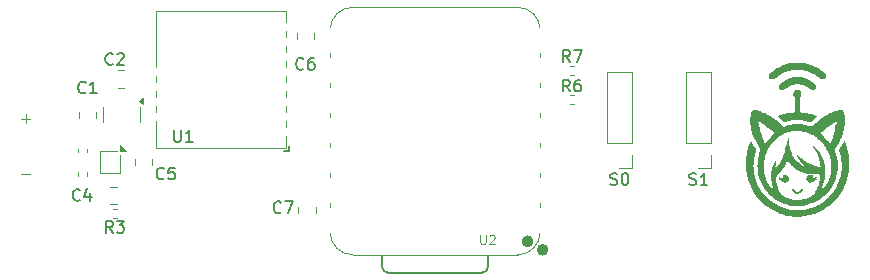
<source format=gto>
%TF.GenerationSoftware,KiCad,Pcbnew,9.0.1-9.0.1-0~ubuntu24.04.1*%
%TF.CreationDate,2025-04-26T21:29:35+02:00*%
%TF.ProjectId,meshtastic,6d657368-7461-4737-9469-632e6b696361,rev?*%
%TF.SameCoordinates,Original*%
%TF.FileFunction,Legend,Top*%
%TF.FilePolarity,Positive*%
%FSLAX46Y46*%
G04 Gerber Fmt 4.6, Leading zero omitted, Abs format (unit mm)*
G04 Created by KiCad (PCBNEW 9.0.1-9.0.1-0~ubuntu24.04.1) date 2025-04-26 21:29:35*
%MOMM*%
%LPD*%
G01*
G04 APERTURE LIST*
%ADD10C,0.000000*%
%ADD11C,0.100000*%
%ADD12C,0.150000*%
%ADD13C,0.106680*%
%ADD14C,0.120000*%
%ADD15C,0.127000*%
%ADD16C,0.504000*%
G04 APERTURE END LIST*
D10*
G36*
X168801584Y-96642699D02*
G01*
X168919746Y-96652295D01*
X169036960Y-96668949D01*
X169153017Y-96692611D01*
X169267710Y-96723233D01*
X169380830Y-96760766D01*
X169492170Y-96805161D01*
X169601522Y-96856369D01*
X169708677Y-96914341D01*
X169813429Y-96979029D01*
X169915568Y-97050383D01*
X170014887Y-97128354D01*
X170062184Y-97168737D01*
X170104672Y-97207395D01*
X170142419Y-97244492D01*
X170175490Y-97280191D01*
X170203953Y-97314653D01*
X170216477Y-97331472D01*
X170227874Y-97348043D01*
X170238151Y-97364387D01*
X170247319Y-97380523D01*
X170255384Y-97396473D01*
X170262355Y-97412256D01*
X170268241Y-97427893D01*
X170273050Y-97443405D01*
X170276790Y-97458811D01*
X170279469Y-97474132D01*
X170281096Y-97489389D01*
X170281679Y-97504602D01*
X170281227Y-97519790D01*
X170279748Y-97534976D01*
X170277249Y-97550178D01*
X170273741Y-97565417D01*
X170269230Y-97580714D01*
X170263725Y-97596089D01*
X170257234Y-97611562D01*
X170249767Y-97627154D01*
X170241330Y-97642885D01*
X170231933Y-97658776D01*
X170222594Y-97673056D01*
X170212768Y-97686473D01*
X170202471Y-97699028D01*
X170191717Y-97710718D01*
X170180520Y-97721544D01*
X170168896Y-97731504D01*
X170156858Y-97740597D01*
X170144421Y-97748824D01*
X170131600Y-97756182D01*
X170118409Y-97762672D01*
X170104863Y-97768293D01*
X170090976Y-97773043D01*
X170076762Y-97776922D01*
X170062237Y-97779929D01*
X170047415Y-97782063D01*
X170032310Y-97783324D01*
X170016936Y-97783711D01*
X170001309Y-97783223D01*
X169985443Y-97781859D01*
X169969352Y-97779619D01*
X169953051Y-97776501D01*
X169936554Y-97772505D01*
X169919877Y-97767630D01*
X169903032Y-97761876D01*
X169886036Y-97755241D01*
X169868902Y-97747724D01*
X169851645Y-97739326D01*
X169834280Y-97730045D01*
X169816820Y-97719880D01*
X169799281Y-97708830D01*
X169781677Y-97696896D01*
X169764023Y-97684076D01*
X169692356Y-97631563D01*
X169622793Y-97583240D01*
X169555043Y-97538997D01*
X169488818Y-97498725D01*
X169423827Y-97462313D01*
X169359782Y-97429654D01*
X169296392Y-97400638D01*
X169233368Y-97375154D01*
X169170421Y-97353096D01*
X169107261Y-97334352D01*
X169043599Y-97318813D01*
X168979144Y-97306372D01*
X168913607Y-97296917D01*
X168846700Y-97290340D01*
X168778131Y-97286531D01*
X168707613Y-97285382D01*
X168636863Y-97286556D01*
X168569097Y-97289893D01*
X168503864Y-97295556D01*
X168440715Y-97303706D01*
X168379199Y-97314504D01*
X168318868Y-97328114D01*
X168259271Y-97344695D01*
X168199958Y-97364412D01*
X168140480Y-97387424D01*
X168080387Y-97413894D01*
X168019229Y-97443983D01*
X167956557Y-97477854D01*
X167891920Y-97515669D01*
X167824868Y-97557588D01*
X167754953Y-97603774D01*
X167681724Y-97654389D01*
X167648261Y-97677303D01*
X167616144Y-97697910D01*
X167585310Y-97716224D01*
X167555693Y-97732262D01*
X167527231Y-97746038D01*
X167499858Y-97757569D01*
X167473512Y-97766868D01*
X167448128Y-97773953D01*
X167423642Y-97778837D01*
X167399991Y-97781536D01*
X167377109Y-97782067D01*
X167354934Y-97780443D01*
X167333402Y-97776681D01*
X167312447Y-97770796D01*
X167292007Y-97762802D01*
X167272018Y-97752717D01*
X167264503Y-97748260D01*
X167257117Y-97743419D01*
X167249866Y-97738209D01*
X167242758Y-97732643D01*
X167235801Y-97726735D01*
X167229001Y-97720498D01*
X167222366Y-97713945D01*
X167215902Y-97707091D01*
X167209617Y-97699948D01*
X167203519Y-97692531D01*
X167191910Y-97676928D01*
X167181133Y-97660390D01*
X167171245Y-97643026D01*
X167162304Y-97624943D01*
X167154368Y-97606252D01*
X167147495Y-97587060D01*
X167141742Y-97567477D01*
X167137166Y-97547611D01*
X167133827Y-97527570D01*
X167132639Y-97517519D01*
X167131781Y-97507464D01*
X167131261Y-97497420D01*
X167131086Y-97487401D01*
X167132795Y-97465111D01*
X167137836Y-97441740D01*
X167146081Y-97417381D01*
X167157402Y-97392128D01*
X167171671Y-97366075D01*
X167188760Y-97339315D01*
X167208542Y-97311943D01*
X167230888Y-97284050D01*
X167255671Y-97255732D01*
X167282762Y-97227082D01*
X167343358Y-97169161D01*
X167411652Y-97111034D01*
X167486620Y-97053452D01*
X167567240Y-96997164D01*
X167652487Y-96942918D01*
X167741338Y-96891465D01*
X167832770Y-96843552D01*
X167925758Y-96799930D01*
X168019278Y-96761348D01*
X168065919Y-96744180D01*
X168112309Y-96728554D01*
X168158320Y-96714562D01*
X168203825Y-96702298D01*
X168323610Y-96675871D01*
X168443486Y-96656747D01*
X168563246Y-96644876D01*
X168682681Y-96640210D01*
X168801584Y-96642699D01*
G37*
G36*
X168745146Y-97739272D02*
G01*
X168777075Y-97743725D01*
X168807112Y-97750599D01*
X168835274Y-97759757D01*
X168861581Y-97771064D01*
X168886054Y-97784383D01*
X168908711Y-97799580D01*
X168929572Y-97816516D01*
X168948656Y-97835058D01*
X168965983Y-97855068D01*
X168981572Y-97876411D01*
X168995442Y-97898950D01*
X169007614Y-97922550D01*
X169018106Y-97947074D01*
X169026939Y-97972388D01*
X169034130Y-97998353D01*
X169039701Y-98024836D01*
X169043670Y-98051699D01*
X169046056Y-98078806D01*
X169046880Y-98106022D01*
X169046161Y-98133211D01*
X169043918Y-98160236D01*
X169040170Y-98186962D01*
X169034937Y-98213253D01*
X169028239Y-98238972D01*
X169020094Y-98263983D01*
X169010524Y-98288151D01*
X168999545Y-98311340D01*
X168987180Y-98333413D01*
X168973445Y-98354235D01*
X168958362Y-98373669D01*
X168941950Y-98391580D01*
X168938875Y-98394684D01*
X168935954Y-98397755D01*
X168933187Y-98400910D01*
X168930572Y-98404266D01*
X168929321Y-98406057D01*
X168928108Y-98407941D01*
X168926932Y-98409935D01*
X168925793Y-98412052D01*
X168924692Y-98414308D01*
X168923628Y-98416716D01*
X168922600Y-98419293D01*
X168921609Y-98422051D01*
X168920655Y-98425007D01*
X168919736Y-98428174D01*
X168918854Y-98431567D01*
X168918008Y-98435201D01*
X168917198Y-98439091D01*
X168916424Y-98443251D01*
X168914981Y-98452441D01*
X168913679Y-98462887D01*
X168912517Y-98474707D01*
X168911493Y-98488019D01*
X168910607Y-98502940D01*
X168909856Y-98519586D01*
X168909239Y-98538076D01*
X168908756Y-98558526D01*
X168908405Y-98581054D01*
X168908185Y-98605777D01*
X168908094Y-98632813D01*
X168908131Y-98662278D01*
X168908295Y-98694290D01*
X168908585Y-98728965D01*
X168908999Y-98766423D01*
X168910196Y-98850151D01*
X168911875Y-98946412D01*
X168914026Y-99056143D01*
X168918416Y-99257704D01*
X168921061Y-99339367D01*
X168924596Y-99409535D01*
X168929461Y-99469143D01*
X168936098Y-99519128D01*
X168944950Y-99560427D01*
X168950345Y-99578112D01*
X168956458Y-99593976D01*
X168963346Y-99608137D01*
X168971064Y-99620712D01*
X168979667Y-99631817D01*
X168989210Y-99641571D01*
X168999748Y-99650089D01*
X169011337Y-99657489D01*
X169024032Y-99663889D01*
X169037888Y-99669404D01*
X169069303Y-99678252D01*
X169106025Y-99684969D01*
X169197157Y-99695757D01*
X169366912Y-99717723D01*
X169548027Y-99748293D01*
X169731287Y-99785177D01*
X169907481Y-99826084D01*
X170067395Y-99868724D01*
X170201817Y-99910808D01*
X170256589Y-99930925D01*
X170301533Y-99950045D01*
X170335499Y-99967880D01*
X170357333Y-99984146D01*
X170358090Y-99985286D01*
X170358422Y-99986754D01*
X170358338Y-99988539D01*
X170357846Y-99990632D01*
X170356955Y-99993024D01*
X170355676Y-99995705D01*
X170354016Y-99998664D01*
X170351985Y-100001893D01*
X170346846Y-100009119D01*
X170340332Y-100017307D01*
X170332516Y-100026379D01*
X170323469Y-100036258D01*
X170313266Y-100046865D01*
X170301977Y-100058125D01*
X170289677Y-100069959D01*
X170276438Y-100082289D01*
X170262332Y-100095040D01*
X170247433Y-100108133D01*
X170231812Y-100121491D01*
X170215543Y-100135037D01*
X170180931Y-100163942D01*
X170144124Y-100195521D01*
X170106251Y-100228753D01*
X170068439Y-100262617D01*
X170031818Y-100296092D01*
X169997517Y-100328157D01*
X169966663Y-100357790D01*
X169940385Y-100383972D01*
X169920182Y-100404540D01*
X169902195Y-100422456D01*
X169885956Y-100437809D01*
X169878347Y-100444552D01*
X169870999Y-100450688D01*
X169863854Y-100456227D01*
X169856855Y-100461181D01*
X169849942Y-100465560D01*
X169843057Y-100469377D01*
X169836142Y-100472641D01*
X169829139Y-100475364D01*
X169821988Y-100477558D01*
X169814632Y-100479232D01*
X169807011Y-100480399D01*
X169799068Y-100481069D01*
X169790745Y-100481254D01*
X169781982Y-100480964D01*
X169772721Y-100480211D01*
X169762905Y-100479005D01*
X169752473Y-100477358D01*
X169741369Y-100475281D01*
X169716908Y-100469881D01*
X169689054Y-100462893D01*
X169621297Y-100444510D01*
X169503270Y-100414194D01*
X169384128Y-100387942D01*
X169264154Y-100365754D01*
X169143632Y-100347628D01*
X169022847Y-100333566D01*
X168902083Y-100323566D01*
X168781623Y-100317628D01*
X168661752Y-100315752D01*
X168542753Y-100317937D01*
X168424911Y-100324183D01*
X168308510Y-100334489D01*
X168193833Y-100348856D01*
X168081165Y-100367283D01*
X167970790Y-100389769D01*
X167862992Y-100416314D01*
X167758054Y-100446918D01*
X167701905Y-100464399D01*
X167678841Y-100471114D01*
X167658607Y-100476401D01*
X167640825Y-100480203D01*
X167625113Y-100482462D01*
X167617914Y-100482995D01*
X167611090Y-100483120D01*
X167604593Y-100482831D01*
X167598376Y-100482120D01*
X167592390Y-100480979D01*
X167586588Y-100479403D01*
X167580924Y-100477382D01*
X167575348Y-100474911D01*
X167569814Y-100471982D01*
X167564273Y-100468588D01*
X167552984Y-100460375D01*
X167541098Y-100450215D01*
X167528235Y-100438049D01*
X167498056Y-100407469D01*
X167498056Y-100407470D01*
X167498055Y-100407470D01*
X167498055Y-100407471D01*
X167498054Y-100407471D01*
X167475935Y-100385349D01*
X167447656Y-100358043D01*
X167414382Y-100326629D01*
X167377278Y-100292180D01*
X167296244Y-100218478D01*
X167254645Y-100181372D01*
X167213879Y-100145530D01*
X167150073Y-100089690D01*
X167124549Y-100066975D01*
X167103047Y-100047337D01*
X167085393Y-100030482D01*
X167071415Y-100016115D01*
X167060939Y-100003942D01*
X167056961Y-99998586D01*
X167053793Y-99993668D01*
X167051414Y-99989152D01*
X167049802Y-99984999D01*
X167048936Y-99981175D01*
X167048795Y-99977641D01*
X167049355Y-99974362D01*
X167050597Y-99971300D01*
X167052498Y-99968418D01*
X167055036Y-99965679D01*
X167058190Y-99963048D01*
X167061939Y-99960486D01*
X167071132Y-99955426D01*
X167095698Y-99944527D01*
X167147402Y-99923978D01*
X167205788Y-99903206D01*
X167339377Y-99861697D01*
X167490018Y-99821407D01*
X167651260Y-99783745D01*
X167816655Y-99750117D01*
X167979753Y-99721931D01*
X168134105Y-99700595D01*
X168205986Y-99692936D01*
X168273263Y-99687517D01*
X168314355Y-99684672D01*
X168350318Y-99681257D01*
X168366483Y-99679046D01*
X168381493Y-99676342D01*
X168395393Y-99673032D01*
X168408223Y-99668998D01*
X168420028Y-99664124D01*
X168430850Y-99658294D01*
X168440731Y-99651393D01*
X168449715Y-99643303D01*
X168457843Y-99633908D01*
X168465160Y-99623093D01*
X168471707Y-99610742D01*
X168477528Y-99596737D01*
X168482664Y-99580964D01*
X168487159Y-99563305D01*
X168491056Y-99543645D01*
X168494398Y-99521867D01*
X168497226Y-99497855D01*
X168499584Y-99471494D01*
X168501515Y-99442666D01*
X168503061Y-99411257D01*
X168505169Y-99340226D01*
X168506252Y-99257472D01*
X168506708Y-99053077D01*
X168505707Y-98702654D01*
X168503667Y-98591115D01*
X168499898Y-98512652D01*
X168497201Y-98483627D01*
X168493875Y-98460235D01*
X168489853Y-98441597D01*
X168485071Y-98426834D01*
X168479462Y-98415069D01*
X168472960Y-98405421D01*
X168457015Y-98388966D01*
X168441043Y-98373767D01*
X168426356Y-98358225D01*
X168412937Y-98342292D01*
X168400771Y-98325925D01*
X168389841Y-98309076D01*
X168380131Y-98291702D01*
X168371625Y-98273756D01*
X168364307Y-98255194D01*
X168358161Y-98235969D01*
X168353170Y-98216037D01*
X168349319Y-98195351D01*
X168346590Y-98173867D01*
X168344969Y-98151540D01*
X168344438Y-98128323D01*
X168344982Y-98104171D01*
X168346585Y-98079040D01*
X168348595Y-98059458D01*
X168351331Y-98040342D01*
X168354780Y-98021702D01*
X168358932Y-98003550D01*
X168363774Y-97985896D01*
X168369294Y-97968751D01*
X168375479Y-97952127D01*
X168382319Y-97936033D01*
X168389800Y-97920482D01*
X168397911Y-97905483D01*
X168406639Y-97891048D01*
X168415974Y-97877187D01*
X168425901Y-97863912D01*
X168436411Y-97851233D01*
X168447490Y-97839161D01*
X168459126Y-97827707D01*
X168471308Y-97816882D01*
X168484023Y-97806697D01*
X168497260Y-97797162D01*
X168511006Y-97788289D01*
X168525249Y-97780089D01*
X168539978Y-97772572D01*
X168555180Y-97765749D01*
X168570842Y-97759631D01*
X168586954Y-97754229D01*
X168603504Y-97749554D01*
X168620478Y-97745616D01*
X168637865Y-97742428D01*
X168655653Y-97739998D01*
X168673830Y-97738339D01*
X168692384Y-97737462D01*
X168711303Y-97737376D01*
X168745146Y-97739272D01*
G37*
G36*
X169063605Y-106134237D02*
G01*
X169070722Y-106134958D01*
X169077718Y-106136327D01*
X169084557Y-106138336D01*
X169091205Y-106140977D01*
X169097627Y-106144242D01*
X169103790Y-106148122D01*
X169109657Y-106152608D01*
X169115196Y-106157692D01*
X169120370Y-106163366D01*
X169125147Y-106169621D01*
X169129491Y-106176449D01*
X169133367Y-106183842D01*
X169136742Y-106191790D01*
X169139581Y-106200286D01*
X169141849Y-106209321D01*
X169143512Y-106218887D01*
X169144535Y-106228975D01*
X169144883Y-106239576D01*
X169144224Y-106254290D01*
X169142275Y-106268998D01*
X169139078Y-106283669D01*
X169134677Y-106298274D01*
X169129114Y-106312781D01*
X169122432Y-106327162D01*
X169114674Y-106341386D01*
X169105881Y-106355422D01*
X169096098Y-106369240D01*
X169085366Y-106382810D01*
X169073729Y-106396102D01*
X169061229Y-106409086D01*
X169047909Y-106421730D01*
X169033811Y-106434006D01*
X169018979Y-106445883D01*
X169003454Y-106457331D01*
X168987280Y-106468319D01*
X168970500Y-106478817D01*
X168953155Y-106488795D01*
X168935290Y-106498223D01*
X168916946Y-106507070D01*
X168898166Y-106515307D01*
X168878993Y-106522902D01*
X168859470Y-106529827D01*
X168839639Y-106536050D01*
X168819543Y-106541541D01*
X168799226Y-106546271D01*
X168778728Y-106550208D01*
X168758094Y-106553323D01*
X168737366Y-106555585D01*
X168716586Y-106556965D01*
X168695798Y-106557432D01*
X168678272Y-106557241D01*
X168661292Y-106556664D01*
X168644816Y-106555690D01*
X168628801Y-106554309D01*
X168613206Y-106552512D01*
X168597987Y-106550289D01*
X168583104Y-106547630D01*
X168568512Y-106544526D01*
X168554171Y-106540967D01*
X168540038Y-106536943D01*
X168526071Y-106532444D01*
X168512228Y-106527461D01*
X168498465Y-106521984D01*
X168484742Y-106516002D01*
X168471016Y-106509508D01*
X168457245Y-106502490D01*
X168457246Y-106502491D01*
X168441616Y-106493857D01*
X168426446Y-106484702D01*
X168411754Y-106475063D01*
X168397560Y-106464980D01*
X168383883Y-106454490D01*
X168370743Y-106443631D01*
X168358160Y-106432441D01*
X168346151Y-106420959D01*
X168334738Y-106409222D01*
X168323939Y-106397269D01*
X168313774Y-106385137D01*
X168304262Y-106372865D01*
X168295422Y-106360490D01*
X168287274Y-106348052D01*
X168279838Y-106335587D01*
X168273132Y-106323134D01*
X168267176Y-106310730D01*
X168261990Y-106298415D01*
X168257592Y-106286226D01*
X168254003Y-106274201D01*
X168251241Y-106262378D01*
X168249327Y-106250796D01*
X168248278Y-106239492D01*
X168248116Y-106228504D01*
X168248859Y-106217871D01*
X168250526Y-106207630D01*
X168253137Y-106197820D01*
X168256712Y-106188479D01*
X168261269Y-106179644D01*
X168266828Y-106171354D01*
X168273409Y-106163647D01*
X168281031Y-106156561D01*
X168285767Y-106152847D01*
X168290581Y-106149495D01*
X168295463Y-106146503D01*
X168300406Y-106143867D01*
X168305400Y-106141586D01*
X168310437Y-106139656D01*
X168315509Y-106138074D01*
X168320607Y-106136839D01*
X168325722Y-106135946D01*
X168330846Y-106135394D01*
X168335971Y-106135179D01*
X168341086Y-106135299D01*
X168346185Y-106135752D01*
X168351259Y-106136533D01*
X168356299Y-106137642D01*
X168361296Y-106139074D01*
X168366241Y-106140827D01*
X168371128Y-106142899D01*
X168375945Y-106145286D01*
X168380686Y-106147986D01*
X168385342Y-106150997D01*
X168389904Y-106154315D01*
X168394363Y-106157937D01*
X168398710Y-106161862D01*
X168402939Y-106166085D01*
X168407039Y-106170606D01*
X168411002Y-106175419D01*
X168414820Y-106180524D01*
X168418483Y-106185917D01*
X168421985Y-106191595D01*
X168425315Y-106197556D01*
X168428465Y-106203798D01*
X168439350Y-106225096D01*
X168450905Y-106244950D01*
X168463151Y-106263373D01*
X168469538Y-106272052D01*
X168476106Y-106280378D01*
X168482855Y-106288353D01*
X168489789Y-106295977D01*
X168496910Y-106303254D01*
X168504221Y-106310184D01*
X168511723Y-106316769D01*
X168519419Y-106323010D01*
X168527313Y-106328910D01*
X168535405Y-106334469D01*
X168543699Y-106339690D01*
X168552196Y-106344573D01*
X168560901Y-106349121D01*
X168569813Y-106353335D01*
X168578937Y-106357217D01*
X168588275Y-106360768D01*
X168597828Y-106363990D01*
X168607600Y-106366884D01*
X168617593Y-106369452D01*
X168627809Y-106371696D01*
X168638251Y-106373617D01*
X168648920Y-106375217D01*
X168670954Y-106377460D01*
X168693928Y-106378437D01*
X168717154Y-106378125D01*
X168739398Y-106376468D01*
X168760699Y-106373439D01*
X168781099Y-106369010D01*
X168800639Y-106363156D01*
X168819359Y-106355848D01*
X168837300Y-106347062D01*
X168854503Y-106336769D01*
X168871009Y-106324943D01*
X168886859Y-106311557D01*
X168902094Y-106296584D01*
X168916754Y-106279998D01*
X168930880Y-106261771D01*
X168944513Y-106241877D01*
X168957695Y-106220290D01*
X168970465Y-106196982D01*
X168975668Y-106187736D01*
X168981232Y-106179256D01*
X168987123Y-106171535D01*
X168993305Y-106164564D01*
X168999746Y-106158334D01*
X169006409Y-106152837D01*
X169013261Y-106148065D01*
X169020267Y-106144008D01*
X169027392Y-106140660D01*
X169034603Y-106138011D01*
X169041864Y-106136052D01*
X169049141Y-106134776D01*
X169056399Y-106134174D01*
X169063605Y-106134237D01*
G37*
G36*
X167652543Y-104931955D02*
G01*
X167669854Y-104933305D01*
X167687200Y-104935589D01*
X167704532Y-104938781D01*
X167721804Y-104942858D01*
X167738970Y-104947793D01*
X167755981Y-104953564D01*
X167772791Y-104960143D01*
X167789352Y-104967507D01*
X167805619Y-104975632D01*
X167821542Y-104984491D01*
X167837077Y-104994060D01*
X167852174Y-105004315D01*
X167866788Y-105015231D01*
X167880872Y-105026782D01*
X167894377Y-105038944D01*
X167907258Y-105051692D01*
X167919467Y-105065001D01*
X167930956Y-105078846D01*
X167941680Y-105093203D01*
X167951591Y-105108047D01*
X167960641Y-105123353D01*
X167968784Y-105139095D01*
X167975973Y-105155250D01*
X167982160Y-105171792D01*
X167987299Y-105188697D01*
X167993831Y-105216705D01*
X167998246Y-105244148D01*
X168000609Y-105270976D01*
X168000986Y-105297141D01*
X167999442Y-105322597D01*
X167996043Y-105347293D01*
X167990856Y-105371183D01*
X167983947Y-105394217D01*
X167975380Y-105416348D01*
X167965222Y-105437528D01*
X167953538Y-105457708D01*
X167940396Y-105476841D01*
X167925860Y-105494877D01*
X167909996Y-105511770D01*
X167892870Y-105527470D01*
X167874548Y-105541929D01*
X167855096Y-105555101D01*
X167834580Y-105566935D01*
X167813065Y-105577384D01*
X167790617Y-105586401D01*
X167767303Y-105593936D01*
X167743188Y-105599942D01*
X167718338Y-105604370D01*
X167692819Y-105607172D01*
X167666696Y-105608300D01*
X167640036Y-105607706D01*
X167612904Y-105605342D01*
X167585366Y-105601160D01*
X167557488Y-105595110D01*
X167529337Y-105587146D01*
X167500977Y-105577220D01*
X167472474Y-105565281D01*
X167472473Y-105565283D01*
X167460847Y-105559734D01*
X167449376Y-105553722D01*
X167438092Y-105547273D01*
X167427026Y-105540414D01*
X167416208Y-105533172D01*
X167405668Y-105525573D01*
X167395439Y-105517643D01*
X167385551Y-105509410D01*
X167376034Y-105500899D01*
X167366920Y-105492138D01*
X167358239Y-105483153D01*
X167350022Y-105473971D01*
X167342300Y-105464618D01*
X167335104Y-105455122D01*
X167328465Y-105445507D01*
X167322413Y-105435802D01*
X167303925Y-105404323D01*
X167296423Y-105391851D01*
X167289783Y-105381424D01*
X167283779Y-105372944D01*
X167280945Y-105369403D01*
X167278186Y-105366311D01*
X167275474Y-105363657D01*
X167272780Y-105361426D01*
X167270077Y-105359608D01*
X167267336Y-105358189D01*
X167264528Y-105357158D01*
X167261627Y-105356502D01*
X167258603Y-105356208D01*
X167255429Y-105356264D01*
X167252077Y-105356657D01*
X167248518Y-105357376D01*
X167244724Y-105358407D01*
X167240668Y-105359739D01*
X167231654Y-105363253D01*
X167221251Y-105367820D01*
X167195377Y-105379713D01*
X167186945Y-105383440D01*
X167179078Y-105386671D01*
X167171738Y-105389404D01*
X167164885Y-105391641D01*
X167158483Y-105393380D01*
X167152492Y-105394623D01*
X167146875Y-105395368D01*
X167141592Y-105395617D01*
X167136607Y-105395368D01*
X167131880Y-105394623D01*
X167127374Y-105393380D01*
X167123050Y-105391641D01*
X167118870Y-105389404D01*
X167114796Y-105386671D01*
X167110789Y-105383440D01*
X167106811Y-105379713D01*
X167103102Y-105375906D01*
X167099929Y-105372429D01*
X167097294Y-105369270D01*
X167096180Y-105367806D01*
X167095202Y-105366418D01*
X167094359Y-105365102D01*
X167093653Y-105363859D01*
X167093084Y-105362685D01*
X167092652Y-105361581D01*
X167092358Y-105360544D01*
X167092201Y-105359573D01*
X167092183Y-105358667D01*
X167092303Y-105357823D01*
X167092562Y-105357040D01*
X167092960Y-105356317D01*
X167093498Y-105355653D01*
X167094177Y-105355045D01*
X167094995Y-105354493D01*
X167095954Y-105353994D01*
X167097054Y-105353548D01*
X167098296Y-105353152D01*
X167099679Y-105352805D01*
X167101204Y-105352506D01*
X167102872Y-105352254D01*
X167104683Y-105352046D01*
X167108734Y-105351757D01*
X167113361Y-105351629D01*
X167117031Y-105351480D01*
X167120951Y-105351113D01*
X167125083Y-105350539D01*
X167129394Y-105349769D01*
X167133847Y-105348814D01*
X167138409Y-105347686D01*
X167143042Y-105346398D01*
X167147713Y-105344959D01*
X167152385Y-105343381D01*
X167157024Y-105341676D01*
X167161594Y-105339856D01*
X167166060Y-105337931D01*
X167170387Y-105335913D01*
X167174539Y-105333814D01*
X167178481Y-105331644D01*
X167182178Y-105329417D01*
X167184737Y-105327748D01*
X167187093Y-105326101D01*
X167189246Y-105324469D01*
X167191191Y-105322846D01*
X167192926Y-105321226D01*
X167194449Y-105319602D01*
X167195757Y-105317968D01*
X167196847Y-105316319D01*
X167197716Y-105314647D01*
X167198363Y-105312946D01*
X167198784Y-105311211D01*
X167198976Y-105309435D01*
X167198938Y-105307612D01*
X167198665Y-105305735D01*
X167198156Y-105303798D01*
X167197408Y-105301796D01*
X167196419Y-105299721D01*
X167195185Y-105297567D01*
X167193704Y-105295329D01*
X167191973Y-105293000D01*
X167189990Y-105290574D01*
X167187752Y-105288044D01*
X167185256Y-105285405D01*
X167182500Y-105282649D01*
X167179481Y-105279771D01*
X167176196Y-105276765D01*
X167172643Y-105273624D01*
X167168819Y-105270343D01*
X167160347Y-105263331D01*
X167150759Y-105255680D01*
X167140572Y-105247568D01*
X167131615Y-105240186D01*
X167123858Y-105233455D01*
X167117272Y-105227296D01*
X167114410Y-105224408D01*
X167111829Y-105221632D01*
X167109527Y-105218961D01*
X167107499Y-105216384D01*
X167105743Y-105213891D01*
X167104254Y-105211473D01*
X167103030Y-105209119D01*
X167102065Y-105206821D01*
X167101358Y-105204567D01*
X167100903Y-105202348D01*
X167100698Y-105200155D01*
X167100739Y-105197977D01*
X167101023Y-105195805D01*
X167101545Y-105193629D01*
X167102302Y-105191440D01*
X167103291Y-105189226D01*
X167104508Y-105186979D01*
X167105949Y-105184688D01*
X167107610Y-105182345D01*
X167109489Y-105179938D01*
X167113884Y-105174896D01*
X167119103Y-105169485D01*
X167121886Y-105166765D01*
X167124624Y-105164227D01*
X167127334Y-105161872D01*
X167130034Y-105159702D01*
X167132741Y-105157717D01*
X167135473Y-105155918D01*
X167138247Y-105154306D01*
X167141080Y-105152882D01*
X167143991Y-105151647D01*
X167146996Y-105150601D01*
X167150114Y-105149746D01*
X167153361Y-105149083D01*
X167156754Y-105148612D01*
X167160312Y-105148334D01*
X167164052Y-105148251D01*
X167167991Y-105148362D01*
X167172148Y-105148670D01*
X167176538Y-105149175D01*
X167181180Y-105149877D01*
X167186091Y-105150779D01*
X167191289Y-105151880D01*
X167196790Y-105153181D01*
X167202614Y-105154684D01*
X167208776Y-105156390D01*
X167222187Y-105160411D01*
X167237164Y-105165253D01*
X167253847Y-105170923D01*
X167272374Y-105177428D01*
X167298759Y-105186277D01*
X167322891Y-105193237D01*
X167344846Y-105198264D01*
X167355030Y-105200039D01*
X167364699Y-105201316D01*
X167373862Y-105202087D01*
X167382528Y-105202349D01*
X167390706Y-105202096D01*
X167398407Y-105201323D01*
X167405639Y-105200023D01*
X167412413Y-105198193D01*
X167418737Y-105195825D01*
X167424622Y-105192916D01*
X167430076Y-105189460D01*
X167435110Y-105185452D01*
X167439732Y-105180885D01*
X167443953Y-105175756D01*
X167447781Y-105170057D01*
X167451227Y-105163785D01*
X167454299Y-105156934D01*
X167457007Y-105149499D01*
X167459362Y-105141473D01*
X167461371Y-105132852D01*
X167463046Y-105123631D01*
X167464394Y-105113804D01*
X167466152Y-105092311D01*
X167466721Y-105068331D01*
X167466848Y-105054760D01*
X167467269Y-105042475D01*
X167468039Y-105031378D01*
X167469219Y-105021371D01*
X167470865Y-105012356D01*
X167471880Y-105008190D01*
X167473034Y-105004236D01*
X167474334Y-105000481D01*
X167475786Y-104996913D01*
X167477398Y-104993519D01*
X167479178Y-104990288D01*
X167481131Y-104987208D01*
X167483267Y-104984266D01*
X167485591Y-104981449D01*
X167488111Y-104978747D01*
X167490834Y-104976146D01*
X167493768Y-104973634D01*
X167500297Y-104968829D01*
X167507754Y-104964235D01*
X167516197Y-104959753D01*
X167525685Y-104955286D01*
X167536275Y-104950737D01*
X167552029Y-104944856D01*
X167568147Y-104940082D01*
X167584582Y-104936390D01*
X167601285Y-104933757D01*
X167618212Y-104932156D01*
X167635313Y-104931564D01*
X167652543Y-104931955D01*
G37*
G36*
X169857908Y-104936926D02*
G01*
X169877713Y-104938969D01*
X169896492Y-104942200D01*
X169914028Y-104946648D01*
X169930104Y-104952342D01*
X169939960Y-104956600D01*
X169948812Y-104960839D01*
X169952878Y-104962979D01*
X169956712Y-104965148D01*
X169960320Y-104967357D01*
X169963709Y-104969617D01*
X169966886Y-104971939D01*
X169969856Y-104974335D01*
X169972625Y-104976816D01*
X169975201Y-104979393D01*
X169977589Y-104982077D01*
X169979797Y-104984879D01*
X169981829Y-104987811D01*
X169983693Y-104990884D01*
X169985395Y-104994109D01*
X169986941Y-104997497D01*
X169988338Y-105001059D01*
X169989592Y-105004807D01*
X169990709Y-105008751D01*
X169991695Y-105012904D01*
X169992558Y-105017275D01*
X169993303Y-105021878D01*
X169993936Y-105026721D01*
X169994464Y-105031818D01*
X169995231Y-105042813D01*
X169995654Y-105054955D01*
X169995784Y-105068331D01*
X169996353Y-105092311D01*
X169997079Y-105103366D01*
X169998111Y-105113804D01*
X169999460Y-105123631D01*
X170001134Y-105132852D01*
X170003144Y-105141473D01*
X170005498Y-105149499D01*
X170008207Y-105156934D01*
X170011279Y-105163785D01*
X170014725Y-105170057D01*
X170018553Y-105175756D01*
X170022774Y-105180885D01*
X170027396Y-105185452D01*
X170032430Y-105189460D01*
X170037884Y-105192916D01*
X170043769Y-105195825D01*
X170050093Y-105198193D01*
X170056867Y-105200023D01*
X170064099Y-105201323D01*
X170071800Y-105202096D01*
X170079979Y-105202349D01*
X170088645Y-105202087D01*
X170097807Y-105201316D01*
X170107476Y-105200039D01*
X170117661Y-105198264D01*
X170128371Y-105195995D01*
X170139616Y-105193237D01*
X170163748Y-105186277D01*
X170190133Y-105177428D01*
X170225342Y-105165253D01*
X170240319Y-105160411D01*
X170253730Y-105156390D01*
X170265715Y-105153181D01*
X170276415Y-105150779D01*
X170285968Y-105149175D01*
X170294514Y-105148362D01*
X170302193Y-105148334D01*
X170309145Y-105149083D01*
X170315509Y-105150601D01*
X170321425Y-105152882D01*
X170327033Y-105155918D01*
X170332472Y-105159702D01*
X170337882Y-105164227D01*
X170343403Y-105169485D01*
X170348623Y-105174897D01*
X170350925Y-105177459D01*
X170353018Y-105179939D01*
X170354896Y-105182345D01*
X170356558Y-105184689D01*
X170357999Y-105186980D01*
X170359216Y-105189227D01*
X170360205Y-105191440D01*
X170360962Y-105193630D01*
X170361484Y-105195806D01*
X170361768Y-105197978D01*
X170361809Y-105200156D01*
X170361604Y-105202349D01*
X170361149Y-105204568D01*
X170360442Y-105206821D01*
X170359477Y-105209120D01*
X170358253Y-105211474D01*
X170356764Y-105213892D01*
X170355008Y-105216385D01*
X170352980Y-105218962D01*
X170350678Y-105221633D01*
X170348097Y-105224408D01*
X170345235Y-105227297D01*
X170342086Y-105230309D01*
X170338649Y-105233455D01*
X170330892Y-105240186D01*
X170321935Y-105247568D01*
X170311748Y-105255680D01*
X170302160Y-105263331D01*
X170293688Y-105270342D01*
X170286310Y-105276765D01*
X170280006Y-105282649D01*
X170274754Y-105288044D01*
X170272516Y-105290573D01*
X170270533Y-105293000D01*
X170268802Y-105295329D01*
X170267321Y-105297567D01*
X170266087Y-105299720D01*
X170265098Y-105301795D01*
X170264350Y-105303797D01*
X170263841Y-105305734D01*
X170263568Y-105307611D01*
X170263530Y-105309434D01*
X170263722Y-105311211D01*
X170264143Y-105312946D01*
X170264789Y-105314646D01*
X170265659Y-105316318D01*
X170266749Y-105317968D01*
X170268057Y-105319601D01*
X170269579Y-105321225D01*
X170271315Y-105322845D01*
X170273260Y-105324469D01*
X170275412Y-105326101D01*
X170280327Y-105329417D01*
X170284023Y-105331644D01*
X170287965Y-105333813D01*
X170292117Y-105335912D01*
X170296444Y-105337929D01*
X170300910Y-105339853D01*
X170305480Y-105341673D01*
X170310119Y-105343378D01*
X170314791Y-105344955D01*
X170319462Y-105346393D01*
X170324096Y-105347682D01*
X170328657Y-105348809D01*
X170333111Y-105349764D01*
X170337421Y-105350535D01*
X170341554Y-105351110D01*
X170345473Y-105351479D01*
X170349143Y-105351629D01*
X170353770Y-105351757D01*
X170357822Y-105352046D01*
X170359632Y-105352254D01*
X170361300Y-105352506D01*
X170362826Y-105352805D01*
X170364209Y-105353152D01*
X170365451Y-105353548D01*
X170366551Y-105353994D01*
X170367510Y-105354493D01*
X170368328Y-105355045D01*
X170369006Y-105355653D01*
X170369545Y-105356317D01*
X170369943Y-105357040D01*
X170370202Y-105357823D01*
X170370322Y-105358667D01*
X170370304Y-105359573D01*
X170370147Y-105360544D01*
X170369853Y-105361581D01*
X170369421Y-105362685D01*
X170368852Y-105363859D01*
X170368146Y-105365102D01*
X170367303Y-105366418D01*
X170366325Y-105367806D01*
X170365210Y-105369270D01*
X170362576Y-105372429D01*
X170359403Y-105375906D01*
X170355693Y-105379713D01*
X170353706Y-105381639D01*
X170351716Y-105383440D01*
X170349718Y-105385118D01*
X170347709Y-105386671D01*
X170345682Y-105388100D01*
X170343634Y-105389404D01*
X170341560Y-105390585D01*
X170339454Y-105391641D01*
X170337312Y-105392573D01*
X170335130Y-105393380D01*
X170332902Y-105394064D01*
X170330624Y-105394623D01*
X170328291Y-105395058D01*
X170325897Y-105395368D01*
X170323439Y-105395555D01*
X170320912Y-105395617D01*
X170318311Y-105395555D01*
X170315630Y-105395368D01*
X170312866Y-105395058D01*
X170310013Y-105394623D01*
X170307067Y-105394064D01*
X170304022Y-105393380D01*
X170300875Y-105392573D01*
X170297620Y-105391641D01*
X170290768Y-105389404D01*
X170283428Y-105386671D01*
X170275561Y-105383440D01*
X170267130Y-105379713D01*
X170241256Y-105367820D01*
X170230852Y-105363253D01*
X170221838Y-105359739D01*
X170217781Y-105358407D01*
X170213988Y-105357376D01*
X170210428Y-105356657D01*
X170207076Y-105356264D01*
X170203902Y-105356208D01*
X170200878Y-105356502D01*
X170197977Y-105357158D01*
X170195170Y-105358189D01*
X170192428Y-105359608D01*
X170189725Y-105361426D01*
X170187031Y-105363657D01*
X170184318Y-105366311D01*
X170181560Y-105369403D01*
X170178726Y-105372944D01*
X170175789Y-105376947D01*
X170172722Y-105381424D01*
X170166082Y-105391851D01*
X170158580Y-105404323D01*
X170140092Y-105435802D01*
X170130891Y-105450279D01*
X170120721Y-105464217D01*
X170109634Y-105477601D01*
X170097682Y-105490419D01*
X170084917Y-105502657D01*
X170071393Y-105514303D01*
X170057161Y-105525343D01*
X170042274Y-105535764D01*
X170026785Y-105545553D01*
X170010745Y-105554696D01*
X169994207Y-105563180D01*
X169977225Y-105570993D01*
X169959849Y-105578120D01*
X169942133Y-105584548D01*
X169924129Y-105590265D01*
X169905889Y-105595257D01*
X169887466Y-105599511D01*
X169868912Y-105603014D01*
X169850281Y-105605752D01*
X169831623Y-105607712D01*
X169812992Y-105608881D01*
X169794440Y-105609246D01*
X169776019Y-105608794D01*
X169757782Y-105607511D01*
X169739781Y-105605384D01*
X169722070Y-105602400D01*
X169704699Y-105598545D01*
X169687722Y-105593807D01*
X169671191Y-105588172D01*
X169655159Y-105581627D01*
X169639677Y-105574159D01*
X169624799Y-105565755D01*
X169624800Y-105565755D01*
X169605305Y-105553038D01*
X169587052Y-105539452D01*
X169570039Y-105525051D01*
X169554268Y-105509889D01*
X169539740Y-105494019D01*
X169526455Y-105477496D01*
X169514413Y-105460372D01*
X169503615Y-105442702D01*
X169494062Y-105424539D01*
X169485754Y-105405937D01*
X169478691Y-105386950D01*
X169472874Y-105367632D01*
X169468305Y-105348035D01*
X169464982Y-105328215D01*
X169462907Y-105308224D01*
X169462081Y-105288116D01*
X169462503Y-105267946D01*
X169464175Y-105247766D01*
X169467097Y-105227631D01*
X169471269Y-105207594D01*
X169476692Y-105187709D01*
X169483367Y-105168029D01*
X169491294Y-105148609D01*
X169500474Y-105129502D01*
X169510906Y-105110762D01*
X169522593Y-105092443D01*
X169535533Y-105074597D01*
X169549729Y-105057280D01*
X169565179Y-105040544D01*
X169581886Y-105024444D01*
X169599849Y-105009033D01*
X169619069Y-104994365D01*
X169634288Y-104984443D01*
X169651080Y-104975357D01*
X169669231Y-104967136D01*
X169688522Y-104959810D01*
X169708736Y-104953409D01*
X169729659Y-104947960D01*
X169751071Y-104943494D01*
X169772758Y-104940039D01*
X169794501Y-104937626D01*
X169816085Y-104936283D01*
X169837293Y-104936040D01*
X169857908Y-104936926D01*
G37*
G36*
X164764619Y-102087000D02*
G01*
X164766096Y-102087288D01*
X164767600Y-102087769D01*
X164770702Y-102089320D01*
X164773949Y-102091674D01*
X164777370Y-102094854D01*
X164780988Y-102098881D01*
X164784831Y-102103776D01*
X164788924Y-102109560D01*
X164793294Y-102116257D01*
X164797966Y-102123886D01*
X164802967Y-102132470D01*
X164808322Y-102142031D01*
X164820199Y-102164167D01*
X164833807Y-102190467D01*
X164867044Y-102256251D01*
X164905244Y-102330592D01*
X164941034Y-102396558D01*
X164975388Y-102455623D01*
X165009280Y-102509261D01*
X165026358Y-102534506D01*
X165043686Y-102558947D01*
X165061386Y-102582769D01*
X165079580Y-102606156D01*
X165117936Y-102652361D01*
X165159729Y-102699038D01*
X165171831Y-102712209D01*
X165182414Y-102724018D01*
X165191532Y-102734697D01*
X165199240Y-102744479D01*
X165202583Y-102749105D01*
X165205595Y-102753594D01*
X165208281Y-102757975D01*
X165210650Y-102762276D01*
X165212707Y-102766527D01*
X165214461Y-102770757D01*
X165215918Y-102774994D01*
X165217084Y-102779268D01*
X165217967Y-102783607D01*
X165218573Y-102788042D01*
X165218910Y-102792599D01*
X165218984Y-102797310D01*
X165218802Y-102802202D01*
X165218372Y-102807305D01*
X165217699Y-102812648D01*
X165216792Y-102818260D01*
X165214299Y-102830405D01*
X165210950Y-102843974D01*
X165206797Y-102859197D01*
X165201898Y-102876308D01*
X165155257Y-103043361D01*
X165114237Y-103203621D01*
X165078810Y-103357831D01*
X165048946Y-103506731D01*
X165024619Y-103651060D01*
X165005798Y-103791559D01*
X164992456Y-103928969D01*
X164984563Y-104064031D01*
X164982092Y-104197483D01*
X164985014Y-104330068D01*
X164993299Y-104462526D01*
X165006920Y-104595596D01*
X165025848Y-104730019D01*
X165050055Y-104866536D01*
X165079511Y-105005888D01*
X165114188Y-105148813D01*
X165186724Y-105396121D01*
X165274714Y-105634884D01*
X165377715Y-105864671D01*
X165495284Y-106085050D01*
X165626977Y-106295590D01*
X165772351Y-106495860D01*
X165930961Y-106685429D01*
X166102365Y-106863866D01*
X166286118Y-107030738D01*
X166481777Y-107185615D01*
X166688899Y-107328066D01*
X166907040Y-107457659D01*
X167135756Y-107573963D01*
X167374604Y-107676547D01*
X167623140Y-107764979D01*
X167880921Y-107838828D01*
X168065303Y-107887263D01*
X168103384Y-107896829D01*
X168140463Y-107905430D01*
X168177645Y-107913090D01*
X168216030Y-107919835D01*
X168256722Y-107925692D01*
X168300824Y-107930685D01*
X168349437Y-107934839D01*
X168403664Y-107938182D01*
X168464609Y-107940737D01*
X168533372Y-107942531D01*
X168611058Y-107943590D01*
X168698768Y-107943938D01*
X168850248Y-107942377D01*
X168973946Y-107937847D01*
X169075527Y-107930582D01*
X169160656Y-107920817D01*
X169234997Y-107908786D01*
X169304215Y-107894724D01*
X169449938Y-107861444D01*
X169574015Y-107831823D01*
X169696200Y-107798960D01*
X169816364Y-107762920D01*
X169934378Y-107723765D01*
X170050114Y-107681559D01*
X170163443Y-107636364D01*
X170274236Y-107588244D01*
X170382365Y-107537263D01*
X170487700Y-107483482D01*
X170590113Y-107426967D01*
X170689475Y-107367779D01*
X170785658Y-107305981D01*
X170878532Y-107241638D01*
X170967970Y-107174812D01*
X171053841Y-107105566D01*
X171136019Y-107033964D01*
X171257102Y-106920351D01*
X171372144Y-106804409D01*
X171481216Y-106686013D01*
X171584389Y-106565041D01*
X171681735Y-106441369D01*
X171773325Y-106314873D01*
X171859230Y-106185431D01*
X171939523Y-106052918D01*
X172014273Y-105917211D01*
X172083554Y-105778186D01*
X172147435Y-105635720D01*
X172205989Y-105489689D01*
X172259287Y-105339971D01*
X172307400Y-105186441D01*
X172350400Y-105028975D01*
X172388358Y-104867451D01*
X172402579Y-104797749D01*
X172414057Y-104730993D01*
X172418853Y-104697612D01*
X172423067Y-104663638D01*
X172426733Y-104628629D01*
X172429885Y-104592141D01*
X172434787Y-104512956D01*
X172438049Y-104422538D01*
X172439945Y-104317341D01*
X172440753Y-104193822D01*
X172439250Y-104022482D01*
X172433326Y-103867225D01*
X172428493Y-103794177D01*
X172422297Y-103723411D01*
X172414654Y-103654345D01*
X172405478Y-103586400D01*
X172394683Y-103518995D01*
X172382184Y-103451552D01*
X172367896Y-103383488D01*
X172351731Y-103314226D01*
X172313434Y-103169782D01*
X172266608Y-103013581D01*
X172243655Y-102939832D01*
X172234626Y-102909701D01*
X172227223Y-102883481D01*
X172221442Y-102860734D01*
X172217277Y-102841022D01*
X172214724Y-102823906D01*
X172213780Y-102808949D01*
X172214439Y-102795711D01*
X172216698Y-102783756D01*
X172220551Y-102772644D01*
X172225995Y-102761937D01*
X172233024Y-102751197D01*
X172241635Y-102739986D01*
X172263584Y-102714397D01*
X172283358Y-102691395D01*
X172303082Y-102667492D01*
X172322753Y-102642692D01*
X172342367Y-102617002D01*
X172361920Y-102590427D01*
X172381408Y-102562972D01*
X172420176Y-102505448D01*
X172458640Y-102444476D01*
X172496773Y-102380100D01*
X172534542Y-102312367D01*
X172571920Y-102241321D01*
X172602236Y-102182391D01*
X172614677Y-102158899D01*
X172625573Y-102139215D01*
X172635125Y-102123211D01*
X172643533Y-102110757D01*
X172647372Y-102105822D01*
X172651000Y-102101725D01*
X172654442Y-102098451D01*
X172657724Y-102095984D01*
X172660870Y-102094308D01*
X172663906Y-102093406D01*
X172666858Y-102093263D01*
X172669749Y-102093861D01*
X172672604Y-102095186D01*
X172675450Y-102097220D01*
X172678312Y-102099948D01*
X172681213Y-102103354D01*
X172687237Y-102112132D01*
X172693722Y-102123427D01*
X172708880Y-102153047D01*
X172772806Y-102291223D01*
X172831149Y-102438311D01*
X172883811Y-102593386D01*
X172930692Y-102755521D01*
X172971691Y-102923791D01*
X173006710Y-103097268D01*
X173035649Y-103275027D01*
X173058407Y-103456142D01*
X173074886Y-103639686D01*
X173084986Y-103824733D01*
X173088607Y-104010358D01*
X173085649Y-104195634D01*
X173076012Y-104379634D01*
X173059598Y-104561433D01*
X173036307Y-104740105D01*
X173006038Y-104914723D01*
X172974786Y-105059381D01*
X172937693Y-105204982D01*
X172895015Y-105351011D01*
X172847006Y-105496952D01*
X172793921Y-105642290D01*
X172736016Y-105786510D01*
X172673544Y-105929095D01*
X172606762Y-106069531D01*
X172535924Y-106207302D01*
X172461285Y-106341893D01*
X172383100Y-106472789D01*
X172301623Y-106599473D01*
X172217111Y-106721430D01*
X172129818Y-106838146D01*
X172039999Y-106949105D01*
X171947908Y-107053791D01*
X171812682Y-107194603D01*
X171671650Y-107329106D01*
X171525116Y-107457141D01*
X171373382Y-107578549D01*
X171216752Y-107693171D01*
X171055528Y-107800851D01*
X170890013Y-107901428D01*
X170720510Y-107994746D01*
X170547322Y-108080644D01*
X170370752Y-108158966D01*
X170191103Y-108229552D01*
X170008677Y-108292244D01*
X169823778Y-108346884D01*
X169636708Y-108393313D01*
X169447770Y-108431373D01*
X169257267Y-108460905D01*
X169126413Y-108474805D01*
X168979744Y-108484566D01*
X168822767Y-108490207D01*
X168660988Y-108491745D01*
X168499911Y-108489197D01*
X168345042Y-108482580D01*
X168201886Y-108471912D01*
X168075950Y-108457209D01*
X168075951Y-108457209D01*
X167913520Y-108429926D01*
X167750665Y-108395135D01*
X167587822Y-108353055D01*
X167425428Y-108303907D01*
X167263917Y-108247910D01*
X167103727Y-108185286D01*
X166945292Y-108116252D01*
X166789049Y-108041031D01*
X166635433Y-107959841D01*
X166484880Y-107872903D01*
X166337826Y-107780437D01*
X166194707Y-107682662D01*
X166055959Y-107579799D01*
X165922018Y-107472068D01*
X165793318Y-107359688D01*
X165670297Y-107242880D01*
X165554791Y-107123859D01*
X165443756Y-107000204D01*
X165337294Y-106872106D01*
X165235506Y-106739758D01*
X165138497Y-106603351D01*
X165046366Y-106463076D01*
X164959217Y-106319124D01*
X164877151Y-106171688D01*
X164800270Y-106020958D01*
X164728677Y-105867126D01*
X164662474Y-105710383D01*
X164601762Y-105550922D01*
X164546644Y-105388933D01*
X164497222Y-105224608D01*
X164453597Y-105058138D01*
X164415872Y-104889715D01*
X164404622Y-104827504D01*
X164394281Y-104755685D01*
X164376494Y-104588362D01*
X164362851Y-104398012D01*
X164353690Y-104194904D01*
X164349351Y-103989306D01*
X164350173Y-103791485D01*
X164356495Y-103611709D01*
X164361824Y-103531796D01*
X164368656Y-103460245D01*
X164392694Y-103283601D01*
X164424862Y-103101784D01*
X164464024Y-102919010D01*
X164509045Y-102739494D01*
X164558787Y-102567454D01*
X164612115Y-102407103D01*
X164639768Y-102332629D01*
X164667891Y-102262659D01*
X164696342Y-102197720D01*
X164724979Y-102138338D01*
X164732329Y-102123975D01*
X164738912Y-102111704D01*
X164741981Y-102106407D01*
X164744936Y-102101698D01*
X164747803Y-102097598D01*
X164750608Y-102094128D01*
X164753378Y-102091311D01*
X164756138Y-102089168D01*
X164758914Y-102087721D01*
X164760316Y-102087265D01*
X164761732Y-102086991D01*
X164763165Y-102086902D01*
X164764619Y-102087000D01*
G37*
G36*
X168888409Y-95446805D02*
G01*
X169043303Y-95458298D01*
X169195865Y-95477077D01*
X169346029Y-95502927D01*
X169493725Y-95535631D01*
X169638888Y-95574971D01*
X169781451Y-95620732D01*
X169921345Y-95672697D01*
X170058503Y-95730650D01*
X170192859Y-95794374D01*
X170324345Y-95863652D01*
X170452893Y-95938268D01*
X170578437Y-96018006D01*
X170700908Y-96102649D01*
X170820241Y-96191980D01*
X170936367Y-96285783D01*
X170969198Y-96314025D01*
X170998210Y-96340498D01*
X171023636Y-96365369D01*
X171045713Y-96388806D01*
X171064674Y-96410978D01*
X171080754Y-96432054D01*
X171094189Y-96452201D01*
X171105212Y-96471587D01*
X171114060Y-96490382D01*
X171120966Y-96508753D01*
X171126165Y-96526868D01*
X171129893Y-96544897D01*
X171132383Y-96563006D01*
X171133872Y-96581365D01*
X171134593Y-96600141D01*
X171134781Y-96619504D01*
X171134274Y-96632909D01*
X171132777Y-96646189D01*
X171130325Y-96659319D01*
X171126954Y-96672272D01*
X171122699Y-96685024D01*
X171117597Y-96697548D01*
X171111681Y-96709817D01*
X171104989Y-96721808D01*
X171097555Y-96733493D01*
X171089414Y-96744846D01*
X171080603Y-96755843D01*
X171071157Y-96766456D01*
X171061111Y-96776661D01*
X171050501Y-96786431D01*
X171039362Y-96795741D01*
X171027730Y-96804564D01*
X171015640Y-96812875D01*
X171003128Y-96820649D01*
X170990229Y-96827858D01*
X170976980Y-96834478D01*
X170963414Y-96840483D01*
X170949568Y-96845846D01*
X170935478Y-96850542D01*
X170921178Y-96854545D01*
X170906705Y-96857829D01*
X170892093Y-96860369D01*
X170877378Y-96862138D01*
X170862597Y-96863111D01*
X170847784Y-96863261D01*
X170832974Y-96862564D01*
X170818204Y-96860993D01*
X170803508Y-96858522D01*
X170795299Y-96856382D01*
X170784509Y-96852732D01*
X170771320Y-96847613D01*
X170755916Y-96841069D01*
X170738479Y-96833139D01*
X170719193Y-96823866D01*
X170698241Y-96813292D01*
X170675806Y-96801458D01*
X170652070Y-96788406D01*
X170627218Y-96774177D01*
X170601431Y-96758813D01*
X170574894Y-96742357D01*
X170547788Y-96724848D01*
X170520298Y-96706330D01*
X170492607Y-96686844D01*
X170464896Y-96666431D01*
X170413090Y-96628205D01*
X170359646Y-96590405D01*
X170248863Y-96516643D01*
X170134586Y-96446259D01*
X170018854Y-96380369D01*
X169903705Y-96320085D01*
X169846987Y-96292394D01*
X169791179Y-96266523D01*
X169736537Y-96242611D01*
X169683315Y-96220796D01*
X169631768Y-96201220D01*
X169582152Y-96184020D01*
X169511934Y-96162806D01*
X169436050Y-96143333D01*
X169355293Y-96125656D01*
X169270457Y-96109835D01*
X169182336Y-96095926D01*
X169091722Y-96083987D01*
X168999409Y-96074075D01*
X168906192Y-96066248D01*
X168812862Y-96060563D01*
X168720214Y-96057078D01*
X168629041Y-96055850D01*
X168540137Y-96056937D01*
X168454295Y-96060396D01*
X168372308Y-96066284D01*
X168294970Y-96074659D01*
X168223075Y-96085579D01*
X168141549Y-96101441D01*
X168060227Y-96120058D01*
X167979214Y-96141351D01*
X167898615Y-96165243D01*
X167818537Y-96191657D01*
X167739085Y-96220515D01*
X167660365Y-96251740D01*
X167582481Y-96285253D01*
X167505541Y-96320977D01*
X167429650Y-96358835D01*
X167354912Y-96398748D01*
X167281435Y-96440640D01*
X167209323Y-96484432D01*
X167138683Y-96530047D01*
X167069620Y-96577408D01*
X167002239Y-96626436D01*
X166936294Y-96675402D01*
X166877059Y-96718322D01*
X166823924Y-96755481D01*
X166776276Y-96787163D01*
X166733506Y-96813655D01*
X166695001Y-96835240D01*
X166660152Y-96852204D01*
X166628346Y-96864832D01*
X166598973Y-96873408D01*
X166571422Y-96878218D01*
X166545081Y-96879547D01*
X166519340Y-96877680D01*
X166493588Y-96872901D01*
X166467213Y-96865497D01*
X166439604Y-96855751D01*
X166410151Y-96843948D01*
X166410150Y-96843948D01*
X166401356Y-96840061D01*
X166392814Y-96835836D01*
X166384527Y-96831287D01*
X166376496Y-96826424D01*
X166368721Y-96821260D01*
X166361206Y-96815806D01*
X166353950Y-96810075D01*
X166346956Y-96804078D01*
X166340224Y-96797828D01*
X166333757Y-96791335D01*
X166327556Y-96784613D01*
X166321622Y-96777672D01*
X166315956Y-96770525D01*
X166310561Y-96763183D01*
X166305437Y-96755659D01*
X166300587Y-96747964D01*
X166296010Y-96740111D01*
X166291710Y-96732110D01*
X166287687Y-96723975D01*
X166283942Y-96715716D01*
X166280478Y-96707346D01*
X166277295Y-96698877D01*
X166271781Y-96681688D01*
X166267410Y-96664243D01*
X166264195Y-96646639D01*
X166262146Y-96628970D01*
X166261276Y-96611331D01*
X166261660Y-96588182D01*
X166262453Y-96576972D01*
X166263678Y-96565964D01*
X166265357Y-96555125D01*
X166267513Y-96544426D01*
X166270169Y-96533833D01*
X166273348Y-96523317D01*
X166277073Y-96512846D01*
X166281366Y-96502387D01*
X166286250Y-96491911D01*
X166291749Y-96481386D01*
X166297884Y-96470779D01*
X166304680Y-96460061D01*
X166312158Y-96449200D01*
X166320341Y-96438164D01*
X166329253Y-96426921D01*
X166338916Y-96415442D01*
X166360586Y-96391645D01*
X166385535Y-96366523D01*
X166413945Y-96339825D01*
X166445999Y-96311300D01*
X166481880Y-96280697D01*
X166521769Y-96247766D01*
X166565850Y-96212255D01*
X166691640Y-96115360D01*
X166817453Y-96025417D01*
X166943558Y-95942329D01*
X167070222Y-95866002D01*
X167197713Y-95796341D01*
X167326299Y-95733251D01*
X167456247Y-95676637D01*
X167587825Y-95626403D01*
X167721301Y-95582454D01*
X167856942Y-95544696D01*
X167995016Y-95513032D01*
X168135791Y-95487369D01*
X168279534Y-95467611D01*
X168426513Y-95453663D01*
X168576996Y-95445429D01*
X168731251Y-95442815D01*
X168888409Y-95446805D01*
G37*
G36*
X172452373Y-99476287D02*
G01*
X172478272Y-99482321D01*
X172501373Y-99490305D01*
X172515034Y-99496724D01*
X172528264Y-99504485D01*
X172541064Y-99513587D01*
X172553433Y-99524028D01*
X172565370Y-99535805D01*
X172576875Y-99548918D01*
X172587947Y-99563365D01*
X172598587Y-99579143D01*
X172608793Y-99596252D01*
X172618565Y-99614689D01*
X172627903Y-99634453D01*
X172636807Y-99655542D01*
X172645275Y-99677954D01*
X172653308Y-99701688D01*
X172660904Y-99726742D01*
X172668065Y-99753114D01*
X172674788Y-99780803D01*
X172681074Y-99809807D01*
X172692333Y-99871751D01*
X172701837Y-99938935D01*
X172709583Y-100011344D01*
X172715567Y-100088964D01*
X172719786Y-100171782D01*
X172722237Y-100259784D01*
X172722915Y-100352956D01*
X172719954Y-100494248D01*
X172711683Y-100634511D01*
X172698092Y-100773776D01*
X172679172Y-100912073D01*
X172654912Y-101049433D01*
X172625304Y-101185886D01*
X172590338Y-101321461D01*
X172550003Y-101456190D01*
X172504291Y-101590101D01*
X172453191Y-101723226D01*
X172396694Y-101855594D01*
X172334791Y-101987236D01*
X172267471Y-102118181D01*
X172194725Y-102248460D01*
X172116543Y-102378104D01*
X172032917Y-102507142D01*
X171969549Y-102602307D01*
X171944222Y-102641707D01*
X171922914Y-102676666D01*
X171905462Y-102707948D01*
X171891702Y-102736313D01*
X171886156Y-102749640D01*
X171881471Y-102762523D01*
X171877627Y-102775058D01*
X171874603Y-102787340D01*
X171872380Y-102799465D01*
X171870936Y-102811526D01*
X171870252Y-102823621D01*
X171870307Y-102835843D01*
X171871079Y-102848288D01*
X171872550Y-102861051D01*
X171877503Y-102887914D01*
X171885002Y-102917192D01*
X171894882Y-102949647D01*
X171921135Y-103027136D01*
X171980027Y-103213209D01*
X172028494Y-103400687D01*
X172066575Y-103589168D01*
X172094310Y-103778248D01*
X172111740Y-103967523D01*
X172118902Y-104156589D01*
X172115837Y-104345043D01*
X172102585Y-104532481D01*
X172079185Y-104718499D01*
X172045677Y-104902694D01*
X172002100Y-105084662D01*
X171948494Y-105263999D01*
X171884899Y-105440302D01*
X171811355Y-105613167D01*
X171727900Y-105782189D01*
X171634574Y-105946967D01*
X171540897Y-106092086D01*
X171438953Y-106231554D01*
X171329116Y-106365278D01*
X171211764Y-106493168D01*
X171087271Y-106615131D01*
X170956014Y-106731075D01*
X170818368Y-106840909D01*
X170674709Y-106944539D01*
X170525413Y-107041875D01*
X170370856Y-107132824D01*
X170211412Y-107217295D01*
X170047459Y-107295195D01*
X169879372Y-107366433D01*
X169707527Y-107430916D01*
X169532299Y-107488553D01*
X169354065Y-107539252D01*
X169280707Y-107557248D01*
X169208137Y-107572574D01*
X169136410Y-107585366D01*
X169065582Y-107595759D01*
X168995707Y-107603889D01*
X168926840Y-107609891D01*
X168859038Y-107613902D01*
X168792355Y-107616056D01*
X168726846Y-107616489D01*
X168662567Y-107615337D01*
X168537917Y-107608819D01*
X168418848Y-107597586D01*
X168305802Y-107582722D01*
X168305803Y-107582721D01*
X168117274Y-107549993D01*
X167932733Y-107508434D01*
X167752366Y-107458137D01*
X167576355Y-107399194D01*
X167404884Y-107331696D01*
X167238137Y-107255737D01*
X167076298Y-107171407D01*
X166919550Y-107078800D01*
X166768078Y-106978006D01*
X166622065Y-106869119D01*
X166481694Y-106752230D01*
X166347150Y-106627431D01*
X166218616Y-106494814D01*
X166096277Y-106354471D01*
X165980314Y-106206494D01*
X165870914Y-106050976D01*
X165765046Y-105881895D01*
X165670349Y-105709407D01*
X165586831Y-105533582D01*
X165514501Y-105354488D01*
X165453365Y-105172193D01*
X165403432Y-104986767D01*
X165364709Y-104798278D01*
X165337204Y-104606794D01*
X165320925Y-104412385D01*
X165316500Y-104239350D01*
X165859560Y-104239350D01*
X165861266Y-104353627D01*
X165866335Y-104465141D01*
X165874800Y-104574008D01*
X165886693Y-104680345D01*
X165902048Y-104784266D01*
X165920899Y-104885887D01*
X165943279Y-104985325D01*
X165969221Y-105082694D01*
X165998758Y-105178111D01*
X166031924Y-105271691D01*
X166068751Y-105363550D01*
X166109274Y-105453803D01*
X166153525Y-105542567D01*
X166201538Y-105629957D01*
X166253346Y-105716088D01*
X166308982Y-105801077D01*
X166329590Y-105830231D01*
X166353617Y-105862380D01*
X166409519Y-105932971D01*
X166471864Y-106007466D01*
X166535829Y-106080486D01*
X166596592Y-106146647D01*
X166649330Y-106200568D01*
X166671182Y-106221256D01*
X166689219Y-106236867D01*
X166702839Y-106246727D01*
X166707804Y-106249290D01*
X166711438Y-106250163D01*
X166712386Y-106249877D01*
X166713119Y-106249028D01*
X166713638Y-106247632D01*
X166713949Y-106245700D01*
X166714054Y-106243249D01*
X166713958Y-106240291D01*
X166713176Y-106232911D01*
X166711633Y-106223674D01*
X166709359Y-106212692D01*
X166706384Y-106200076D01*
X166702738Y-106185939D01*
X166698451Y-106170393D01*
X166693553Y-106153550D01*
X166688073Y-106135522D01*
X166682042Y-106116421D01*
X166675490Y-106096359D01*
X166668447Y-106075448D01*
X166660942Y-106053801D01*
X166653005Y-106031529D01*
X166606036Y-105896755D01*
X166586121Y-105835160D01*
X166568427Y-105776489D01*
X166552835Y-105720040D01*
X166539227Y-105665110D01*
X166527484Y-105610995D01*
X166517486Y-105556994D01*
X166509115Y-105502403D01*
X166502251Y-105446520D01*
X166496777Y-105388641D01*
X166492573Y-105328065D01*
X166489520Y-105264087D01*
X166489131Y-105250947D01*
X166865047Y-105250947D01*
X166865922Y-105277075D01*
X166868540Y-105305966D01*
X166877181Y-105375628D01*
X166891077Y-105470484D01*
X166908860Y-105566071D01*
X166930302Y-105661855D01*
X166955172Y-105757303D01*
X166983243Y-105851881D01*
X167014284Y-105945053D01*
X167048067Y-106036287D01*
X167084363Y-106125048D01*
X167122941Y-106210801D01*
X167163574Y-106293013D01*
X167206032Y-106371150D01*
X167250086Y-106444677D01*
X167295506Y-106513060D01*
X167342063Y-106575765D01*
X167389529Y-106632259D01*
X167437675Y-106682006D01*
X167473990Y-106713333D01*
X167516944Y-106744560D01*
X167565985Y-106775490D01*
X167620562Y-106805927D01*
X167680125Y-106835676D01*
X167744121Y-106864541D01*
X167812001Y-106892326D01*
X167883212Y-106918837D01*
X167957204Y-106943877D01*
X168033425Y-106967250D01*
X168111324Y-106988761D01*
X168190351Y-107008214D01*
X168269954Y-107025414D01*
X168349582Y-107040165D01*
X168428684Y-107052271D01*
X168506709Y-107061537D01*
X168563272Y-107066888D01*
X168612573Y-107070531D01*
X168635636Y-107071689D01*
X168658245Y-107072393D01*
X168680854Y-107072634D01*
X168703916Y-107072403D01*
X168727886Y-107071690D01*
X168753217Y-107070486D01*
X168809778Y-107066569D01*
X168877229Y-107060581D01*
X168959200Y-107052448D01*
X168959200Y-107052447D01*
X169011556Y-107046240D01*
X169065962Y-107038142D01*
X169122061Y-107028261D01*
X169179494Y-107016705D01*
X169296925Y-106989001D01*
X169415386Y-106955893D01*
X169532009Y-106918245D01*
X169643923Y-106876920D01*
X169697218Y-106855149D01*
X169748260Y-106832783D01*
X169796690Y-106809929D01*
X169842149Y-106786696D01*
X169875853Y-106767055D01*
X169909487Y-106744174D01*
X169942997Y-106718164D01*
X169976331Y-106689141D01*
X170009437Y-106657216D01*
X170042260Y-106622504D01*
X170074749Y-106585117D01*
X170106851Y-106545169D01*
X170169680Y-106458042D01*
X170230325Y-106362028D01*
X170288363Y-106258033D01*
X170343372Y-106146963D01*
X170394928Y-106029724D01*
X170442609Y-105907221D01*
X170485991Y-105780362D01*
X170524653Y-105650050D01*
X170558172Y-105517192D01*
X170586124Y-105382694D01*
X170608086Y-105247462D01*
X170623637Y-105112402D01*
X170630876Y-105044806D01*
X170632068Y-105030827D01*
X170632688Y-105017910D01*
X170632571Y-105006000D01*
X170631555Y-104995044D01*
X170629476Y-104984987D01*
X170626171Y-104975776D01*
X170624008Y-104971471D01*
X170621477Y-104967357D01*
X170618558Y-104963428D01*
X170615231Y-104959677D01*
X170611475Y-104956097D01*
X170607270Y-104952682D01*
X170597430Y-104946317D01*
X170585548Y-104940530D01*
X170571461Y-104935267D01*
X170555007Y-104930473D01*
X170536021Y-104926096D01*
X170514340Y-104922081D01*
X170489802Y-104918374D01*
X170462244Y-104914923D01*
X170431501Y-104911672D01*
X170359811Y-104905560D01*
X170273427Y-104899608D01*
X170171044Y-104893386D01*
X169913058Y-104878412D01*
X169743196Y-104866813D01*
X169596948Y-104852915D01*
X169530986Y-104844723D01*
X169468896Y-104835498D01*
X169410002Y-104825090D01*
X169353625Y-104813344D01*
X169299090Y-104800108D01*
X169245719Y-104785231D01*
X169192836Y-104768558D01*
X169139763Y-104749939D01*
X169085823Y-104729221D01*
X169030339Y-104706250D01*
X168912032Y-104652943D01*
X168842303Y-104618833D01*
X168774242Y-104582809D01*
X168707831Y-104544855D01*
X168643053Y-104504956D01*
X168579889Y-104463096D01*
X168518320Y-104419261D01*
X168458330Y-104373434D01*
X168399898Y-104325600D01*
X168343008Y-104275744D01*
X168287640Y-104223850D01*
X168233777Y-104169902D01*
X168181400Y-104113886D01*
X168130492Y-104055786D01*
X168081033Y-103995586D01*
X168033006Y-103933271D01*
X167986392Y-103868825D01*
X167965320Y-103839150D01*
X167945128Y-103811466D01*
X167926296Y-103786379D01*
X167909304Y-103764494D01*
X167894633Y-103746418D01*
X167882762Y-103732756D01*
X167878027Y-103727770D01*
X167874171Y-103724115D01*
X167871256Y-103721866D01*
X167869342Y-103721100D01*
X167868512Y-103721396D01*
X167867424Y-103722277D01*
X167864500Y-103725731D01*
X167860632Y-103731345D01*
X167855878Y-103739004D01*
X167850299Y-103748590D01*
X167843955Y-103759987D01*
X167829216Y-103787752D01*
X167812142Y-103821366D01*
X167793216Y-103859899D01*
X167772920Y-103902420D01*
X167751736Y-103948000D01*
X167725583Y-104003524D01*
X167698340Y-104058403D01*
X167669926Y-104112758D01*
X167640260Y-104166708D01*
X167609262Y-104220373D01*
X167576850Y-104273873D01*
X167542942Y-104327327D01*
X167507458Y-104380856D01*
X167470318Y-104434578D01*
X167431438Y-104488614D01*
X167390739Y-104543084D01*
X167348140Y-104598107D01*
X167256915Y-104710293D01*
X167157115Y-104826128D01*
X167052877Y-104944121D01*
X167011150Y-104991998D01*
X166975741Y-105033660D01*
X166946194Y-105070005D01*
X166922050Y-105101930D01*
X166902852Y-105130333D01*
X166888143Y-105156112D01*
X166882329Y-105168298D01*
X166877465Y-105180165D01*
X166873495Y-105191825D01*
X166870362Y-105203390D01*
X166868007Y-105214973D01*
X166866375Y-105226685D01*
X166865047Y-105250947D01*
X166489131Y-105250947D01*
X166487500Y-105196006D01*
X166486081Y-105044721D01*
X166487698Y-104896560D01*
X166492786Y-104766706D01*
X166496825Y-104707469D01*
X166501963Y-104651396D01*
X166508277Y-104598019D01*
X166515844Y-104546866D01*
X166524741Y-104497467D01*
X166535045Y-104449352D01*
X166546833Y-104402049D01*
X166560182Y-104355089D01*
X166575169Y-104308001D01*
X166591872Y-104260315D01*
X166630730Y-104161265D01*
X166657077Y-104102019D01*
X166687629Y-104039828D01*
X166720412Y-103978034D01*
X166753453Y-103919979D01*
X166784779Y-103869006D01*
X166812417Y-103828455D01*
X166824237Y-103813133D01*
X166834394Y-103801671D01*
X166842643Y-103794485D01*
X166845974Y-103792626D01*
X166848736Y-103791994D01*
X166849499Y-103792372D01*
X166850213Y-103793495D01*
X166851496Y-103797901D01*
X166852585Y-103805064D01*
X166853480Y-103814836D01*
X166854181Y-103827069D01*
X166854687Y-103841612D01*
X166855114Y-103877041D01*
X166854763Y-103919936D01*
X166853630Y-103969108D01*
X166851716Y-104023371D01*
X166849020Y-104081536D01*
X166843891Y-104194716D01*
X166841006Y-104288831D01*
X166840567Y-104354066D01*
X166841329Y-104372788D01*
X166841967Y-104378138D01*
X166842780Y-104380610D01*
X166843298Y-104381008D01*
X166843948Y-104381226D01*
X166844727Y-104381266D01*
X166845629Y-104381132D01*
X166846652Y-104380828D01*
X166847790Y-104380358D01*
X166849040Y-104379726D01*
X166850399Y-104378934D01*
X166851861Y-104377988D01*
X166853424Y-104376890D01*
X166856833Y-104374256D01*
X166860595Y-104371062D01*
X166864677Y-104367338D01*
X166869047Y-104363114D01*
X166873674Y-104358420D01*
X166878526Y-104353286D01*
X166883571Y-104347741D01*
X166888776Y-104341817D01*
X166894111Y-104335543D01*
X166899542Y-104328949D01*
X166905039Y-104322065D01*
X166932588Y-104287812D01*
X166968042Y-104244860D01*
X167006828Y-104198699D01*
X167044373Y-104154815D01*
X167094701Y-104093832D01*
X167143454Y-104028939D01*
X167190752Y-103959853D01*
X167236717Y-103886290D01*
X167281469Y-103807968D01*
X167325129Y-103724603D01*
X167367817Y-103635912D01*
X167409655Y-103541612D01*
X167450764Y-103441420D01*
X167491263Y-103335052D01*
X167531274Y-103222227D01*
X167570917Y-103102659D01*
X167610314Y-102976067D01*
X167649584Y-102842168D01*
X167688849Y-102700677D01*
X167728229Y-102551313D01*
X167779412Y-102357568D01*
X167828872Y-102179348D01*
X167870971Y-102036431D01*
X167887498Y-101984390D01*
X167900071Y-101948592D01*
X167916685Y-101906143D01*
X167923474Y-101890006D01*
X167929382Y-101877535D01*
X167932037Y-101872738D01*
X167934509Y-101868933D01*
X167936810Y-101866147D01*
X167938953Y-101864405D01*
X167940950Y-101863732D01*
X167941898Y-101863805D01*
X167942814Y-101864155D01*
X167944557Y-101865698D01*
X167946190Y-101868387D01*
X167947728Y-101872248D01*
X167949181Y-101877307D01*
X167950563Y-101883588D01*
X167951885Y-101891118D01*
X167954402Y-101910025D01*
X167956830Y-101934232D01*
X167959269Y-101963944D01*
X167961816Y-101999366D01*
X167967636Y-102088154D01*
X167984346Y-102276072D01*
X168009887Y-102456700D01*
X168044302Y-102630112D01*
X168087639Y-102796381D01*
X168139943Y-102955580D01*
X168201260Y-103107783D01*
X168271636Y-103253064D01*
X168351115Y-103391495D01*
X168439745Y-103523151D01*
X168537570Y-103648105D01*
X168644636Y-103766431D01*
X168760990Y-103878201D01*
X168886677Y-103983490D01*
X169021743Y-104082371D01*
X169166232Y-104174917D01*
X169320193Y-104261202D01*
X169392662Y-104298392D01*
X169448290Y-104325284D01*
X169469671Y-104334858D01*
X169486700Y-104341846D01*
X169499331Y-104346244D01*
X169507517Y-104348047D01*
X169509927Y-104347974D01*
X169511209Y-104347252D01*
X169511356Y-104345879D01*
X169510362Y-104343854D01*
X169504929Y-104337850D01*
X169494862Y-104329236D01*
X169480114Y-104318007D01*
X169460639Y-104304160D01*
X169407317Y-104268595D01*
X169364104Y-104238421D01*
X169319349Y-104203022D01*
X169273343Y-104162766D01*
X169226375Y-104118019D01*
X169178737Y-104069150D01*
X169130717Y-104016526D01*
X169082608Y-103960515D01*
X169034698Y-103901484D01*
X168987277Y-103839801D01*
X168940638Y-103775833D01*
X168895068Y-103709948D01*
X168850860Y-103642513D01*
X168808302Y-103573896D01*
X168767685Y-103504464D01*
X168729300Y-103434585D01*
X168693437Y-103364627D01*
X168657148Y-103289432D01*
X168641698Y-103256146D01*
X168628525Y-103226825D01*
X168617987Y-103202283D01*
X168610445Y-103183339D01*
X168606258Y-103170809D01*
X168605535Y-103167204D01*
X168605785Y-103165509D01*
X168606375Y-103165358D01*
X168607386Y-103165608D01*
X168610626Y-103167267D01*
X168615418Y-103170411D01*
X168621671Y-103174965D01*
X168629298Y-103180854D01*
X168638211Y-103188003D01*
X168659537Y-103205777D01*
X168684940Y-103227687D01*
X168713712Y-103253131D01*
X168745145Y-103281506D01*
X168778530Y-103312212D01*
X168924469Y-103443919D01*
X168995328Y-103504938D01*
X169065059Y-103562925D01*
X169133871Y-103618023D01*
X169201974Y-103670377D01*
X169269577Y-103720130D01*
X169336890Y-103767424D01*
X169404122Y-103812405D01*
X169471481Y-103855216D01*
X169539179Y-103896000D01*
X169607423Y-103934900D01*
X169676424Y-103972061D01*
X169746390Y-104007626D01*
X169817531Y-104041738D01*
X169890057Y-104074542D01*
X169977895Y-104110633D01*
X170077585Y-104147469D01*
X170183409Y-104183339D01*
X170289650Y-104216531D01*
X170390589Y-104245335D01*
X170480509Y-104268040D01*
X170553692Y-104282935D01*
X170582220Y-104286918D01*
X170604419Y-104288308D01*
X170610034Y-104288241D01*
X170615305Y-104288004D01*
X170620236Y-104287559D01*
X170624831Y-104286868D01*
X170629094Y-104285895D01*
X170633030Y-104284601D01*
X170636641Y-104282951D01*
X170638326Y-104281980D01*
X170639932Y-104280906D01*
X170641459Y-104279724D01*
X170642907Y-104278429D01*
X170644278Y-104277017D01*
X170645570Y-104275483D01*
X170646786Y-104273822D01*
X170647925Y-104272031D01*
X170648988Y-104270103D01*
X170649975Y-104268035D01*
X170651725Y-104263458D01*
X170653178Y-104258263D01*
X170654339Y-104252413D01*
X170655212Y-104245869D01*
X170655799Y-104238596D01*
X170656106Y-104230556D01*
X170656137Y-104221711D01*
X170655894Y-104212024D01*
X170655383Y-104201458D01*
X170654607Y-104189976D01*
X170653569Y-104177540D01*
X170652275Y-104164113D01*
X170650728Y-104149658D01*
X170648931Y-104134138D01*
X170644606Y-104099751D01*
X170639332Y-104060656D01*
X170633140Y-104016553D01*
X170619057Y-103927419D01*
X170602171Y-103838462D01*
X170582465Y-103749637D01*
X170559921Y-103660904D01*
X170534524Y-103572218D01*
X170506254Y-103483538D01*
X170475096Y-103394820D01*
X170441033Y-103306023D01*
X170404047Y-103217102D01*
X170364122Y-103128016D01*
X170321240Y-103038722D01*
X170275384Y-102949177D01*
X170226537Y-102859339D01*
X170174682Y-102769164D01*
X170119803Y-102678610D01*
X170061881Y-102587635D01*
X170044521Y-102560825D01*
X170037909Y-102550262D01*
X170032782Y-102541578D01*
X170029219Y-102534761D01*
X170028048Y-102532050D01*
X170027298Y-102529800D01*
X170026978Y-102528012D01*
X170027099Y-102526684D01*
X170027669Y-102525813D01*
X170028700Y-102525399D01*
X170030200Y-102525441D01*
X170032181Y-102525936D01*
X170034650Y-102526883D01*
X170037620Y-102528282D01*
X170045096Y-102532425D01*
X170054689Y-102538355D01*
X170066477Y-102546058D01*
X170080540Y-102555525D01*
X170115805Y-102579700D01*
X170140148Y-102597325D01*
X170168307Y-102619210D01*
X170199275Y-102644486D01*
X170232047Y-102672286D01*
X170265616Y-102701741D01*
X170298977Y-102731984D01*
X170331123Y-102762145D01*
X170361050Y-102791358D01*
X170442682Y-102876519D01*
X170518316Y-102963087D01*
X170588098Y-103051444D01*
X170652172Y-103141972D01*
X170710686Y-103235052D01*
X170763786Y-103331067D01*
X170811618Y-103430397D01*
X170854327Y-103533424D01*
X170892060Y-103640531D01*
X170924964Y-103752098D01*
X170953183Y-103868507D01*
X170976865Y-103990141D01*
X170996155Y-104117380D01*
X171011199Y-104250606D01*
X171022144Y-104390202D01*
X171029136Y-104536548D01*
X171032126Y-104655443D01*
X171032727Y-104768342D01*
X171030771Y-104876077D01*
X171026090Y-104979480D01*
X171018516Y-105079383D01*
X171007882Y-105176617D01*
X170994018Y-105272014D01*
X170976758Y-105366405D01*
X170955933Y-105460624D01*
X170931376Y-105555501D01*
X170902918Y-105651867D01*
X170870391Y-105750556D01*
X170833628Y-105852399D01*
X170792461Y-105958227D01*
X170746721Y-106068872D01*
X170696240Y-106185166D01*
X170692348Y-106194195D01*
X170688778Y-106202971D01*
X170685540Y-106211449D01*
X170682643Y-106219582D01*
X170680096Y-106227326D01*
X170677910Y-106234634D01*
X170676093Y-106241463D01*
X170674655Y-106247765D01*
X170673605Y-106253497D01*
X170672952Y-106258611D01*
X170672707Y-106263063D01*
X170672878Y-106266808D01*
X170673474Y-106269800D01*
X170673935Y-106270999D01*
X170674506Y-106271993D01*
X170675188Y-106272776D01*
X170675982Y-106273342D01*
X170676890Y-106273686D01*
X170677912Y-106273802D01*
X170679209Y-106273568D01*
X170680929Y-106272873D01*
X170685592Y-106270147D01*
X170691805Y-106265717D01*
X170699468Y-106259673D01*
X170708485Y-106252107D01*
X170718757Y-106243112D01*
X170730186Y-106232780D01*
X170742674Y-106221201D01*
X170770436Y-106194673D01*
X170801260Y-106164263D01*
X170834362Y-106130705D01*
X170868959Y-106094733D01*
X170868956Y-106094730D01*
X170959628Y-105994793D01*
X171043459Y-105892982D01*
X171120538Y-105789038D01*
X171190956Y-105682702D01*
X171254800Y-105573712D01*
X171312163Y-105461810D01*
X171363132Y-105346735D01*
X171407798Y-105228229D01*
X171446250Y-105106031D01*
X171478579Y-104979881D01*
X171504873Y-104849520D01*
X171525223Y-104714689D01*
X171539718Y-104575126D01*
X171548448Y-104430573D01*
X171551503Y-104280770D01*
X171548972Y-104125456D01*
X171540232Y-103942747D01*
X171533954Y-103859108D01*
X171526201Y-103779759D01*
X171516818Y-103704061D01*
X171505651Y-103631373D01*
X171492548Y-103561055D01*
X171477355Y-103492469D01*
X171459918Y-103424973D01*
X171440085Y-103357928D01*
X171417701Y-103290694D01*
X171392614Y-103222630D01*
X171364669Y-103153098D01*
X171333713Y-103081457D01*
X171299594Y-103007067D01*
X171262156Y-102929289D01*
X171209706Y-102826565D01*
X171154749Y-102726784D01*
X171097332Y-102629973D01*
X171037501Y-102536163D01*
X170975303Y-102445382D01*
X170910784Y-102357658D01*
X170843991Y-102273022D01*
X170774970Y-102191502D01*
X170703767Y-102113127D01*
X170630429Y-102037926D01*
X170555003Y-101965929D01*
X170477534Y-101897165D01*
X170398070Y-101831661D01*
X170316657Y-101769448D01*
X170233340Y-101710555D01*
X170148168Y-101655011D01*
X170061185Y-101602844D01*
X169972439Y-101554084D01*
X169881975Y-101508759D01*
X169789841Y-101466900D01*
X169696083Y-101428534D01*
X169693497Y-101427589D01*
X170683633Y-101427589D01*
X170683983Y-101433888D01*
X170685223Y-101440080D01*
X170687336Y-101446219D01*
X170690309Y-101452356D01*
X170694126Y-101458545D01*
X170698772Y-101464840D01*
X170704231Y-101471293D01*
X170710489Y-101477957D01*
X170725339Y-101492133D01*
X170743202Y-101507792D01*
X170763955Y-101525359D01*
X170798768Y-101555331D01*
X170835273Y-101587986D01*
X170912015Y-101659929D01*
X170991502Y-101738361D01*
X171071053Y-101820455D01*
X171147987Y-101903385D01*
X171219625Y-101984323D01*
X171283285Y-102060444D01*
X171311285Y-102095814D01*
X171336287Y-102128919D01*
X171358991Y-102159763D01*
X171379009Y-102186387D01*
X171396702Y-102208677D01*
X171404789Y-102218161D01*
X171412430Y-102226518D01*
X171419670Y-102233735D01*
X171426555Y-102239796D01*
X171433129Y-102244689D01*
X171439438Y-102248398D01*
X171445527Y-102250909D01*
X171451441Y-102252209D01*
X171457225Y-102252282D01*
X171462924Y-102251114D01*
X171468584Y-102248692D01*
X171474250Y-102245000D01*
X171479966Y-102240025D01*
X171485779Y-102233752D01*
X171491732Y-102226168D01*
X171497872Y-102217257D01*
X171504244Y-102207006D01*
X171510892Y-102195400D01*
X171525198Y-102168067D01*
X171541153Y-102135143D01*
X171579454Y-102052069D01*
X171612950Y-101975309D01*
X171646297Y-101891972D01*
X171679650Y-101801587D01*
X171713166Y-101703685D01*
X171747000Y-101597794D01*
X171781307Y-101483445D01*
X171816242Y-101360167D01*
X171851962Y-101227490D01*
X171923976Y-100940265D01*
X171986303Y-100669177D01*
X172010197Y-100556325D01*
X172027306Y-100467475D01*
X172036174Y-100409285D01*
X172037063Y-100393766D01*
X172035347Y-100388408D01*
X172032776Y-100389229D01*
X172027606Y-100391636D01*
X172010030Y-100400885D01*
X171983745Y-100415509D01*
X171949874Y-100434857D01*
X171909543Y-100458283D01*
X171863877Y-100485136D01*
X171761040Y-100546533D01*
X171636942Y-100623583D01*
X171514212Y-100704299D01*
X171393567Y-100788140D01*
X171275722Y-100874568D01*
X171161395Y-100963041D01*
X171051301Y-101053020D01*
X170946158Y-101143965D01*
X170846682Y-101235336D01*
X170780598Y-101298407D01*
X170754316Y-101324308D01*
X170732379Y-101347018D01*
X170714667Y-101366964D01*
X170707357Y-101376032D01*
X170701057Y-101384568D01*
X170695753Y-101392626D01*
X170691429Y-101400258D01*
X170688070Y-101407517D01*
X170685661Y-101414456D01*
X170684187Y-101421129D01*
X170683633Y-101427589D01*
X169693497Y-101427589D01*
X169600747Y-101393691D01*
X169503879Y-101362401D01*
X169405527Y-101334691D01*
X169305736Y-101310591D01*
X169204553Y-101290131D01*
X169102024Y-101273339D01*
X168998197Y-101260244D01*
X168893116Y-101250875D01*
X168786830Y-101245262D01*
X168679383Y-101243433D01*
X168570823Y-101245418D01*
X168438059Y-101252708D01*
X168309291Y-101265000D01*
X168184298Y-101282390D01*
X168062857Y-101304976D01*
X167944747Y-101332853D01*
X167829745Y-101366119D01*
X167717630Y-101404871D01*
X167608180Y-101449205D01*
X167501173Y-101499218D01*
X167396386Y-101555006D01*
X167293599Y-101616667D01*
X167192588Y-101684297D01*
X167093132Y-101757993D01*
X166995010Y-101837851D01*
X166897999Y-101923969D01*
X166801877Y-102016443D01*
X166689012Y-102134351D01*
X166583182Y-102255440D01*
X166484422Y-102379631D01*
X166392767Y-102506842D01*
X166308250Y-102636991D01*
X166230906Y-102769997D01*
X166160769Y-102905779D01*
X166097875Y-103044257D01*
X166042257Y-103185348D01*
X165993949Y-103328972D01*
X165952987Y-103475047D01*
X165919405Y-103623492D01*
X165893236Y-103774226D01*
X165874516Y-103927168D01*
X165863279Y-104082236D01*
X165859560Y-104239350D01*
X165316500Y-104239350D01*
X165315880Y-104215117D01*
X165322076Y-104015061D01*
X165339522Y-103812285D01*
X165368224Y-103606857D01*
X165408191Y-103398846D01*
X165459431Y-103188321D01*
X165521951Y-102975350D01*
X165541645Y-102912098D01*
X165549027Y-102885648D01*
X165554586Y-102861841D01*
X165556640Y-102850739D01*
X165558187Y-102840070D01*
X165559212Y-102829759D01*
X165559697Y-102819730D01*
X165559626Y-102809907D01*
X165558981Y-102800215D01*
X165557746Y-102790577D01*
X165555904Y-102780918D01*
X165553438Y-102771163D01*
X165550332Y-102761235D01*
X165546569Y-102751058D01*
X165542131Y-102740558D01*
X165537002Y-102729658D01*
X165531166Y-102718283D01*
X165517302Y-102693803D01*
X165500406Y-102666513D01*
X165480342Y-102635805D01*
X165430176Y-102561718D01*
X165331967Y-102411653D01*
X165240673Y-102259626D01*
X165156354Y-102105844D01*
X165079068Y-101950518D01*
X165008873Y-101793854D01*
X164945830Y-101636063D01*
X164889995Y-101477353D01*
X164841428Y-101317932D01*
X164800188Y-101158010D01*
X164766333Y-100997795D01*
X164739922Y-100837495D01*
X164721014Y-100677320D01*
X164709667Y-100517478D01*
X164706801Y-100394950D01*
X165381313Y-100394950D01*
X165383717Y-100413733D01*
X165396306Y-100482961D01*
X165417411Y-100585979D01*
X165444804Y-100712671D01*
X165509531Y-100996617D01*
X165542406Y-101133640D01*
X165572650Y-101253876D01*
X165612971Y-101395230D01*
X165664835Y-101557059D01*
X165723650Y-101727243D01*
X165784822Y-101893663D01*
X165843759Y-102044198D01*
X165895869Y-102166728D01*
X165936557Y-102249134D01*
X165951183Y-102271503D01*
X165956815Y-102277316D01*
X165961232Y-102279296D01*
X165961896Y-102279088D01*
X165962860Y-102278469D01*
X165965658Y-102276040D01*
X165969559Y-102272092D01*
X165974497Y-102266707D01*
X165980404Y-102259967D01*
X165987216Y-102251953D01*
X166003287Y-102232430D01*
X166022179Y-102208795D01*
X166043362Y-102181701D01*
X166066306Y-102151802D01*
X166090480Y-102119753D01*
X166090480Y-102119754D01*
X166145532Y-102049267D01*
X166209286Y-101972961D01*
X166279468Y-101893251D01*
X166353806Y-101812552D01*
X166430025Y-101733278D01*
X166505855Y-101657846D01*
X166579020Y-101588670D01*
X166647248Y-101528165D01*
X166662115Y-101515336D01*
X166675674Y-101503276D01*
X166687948Y-101491952D01*
X166698963Y-101481331D01*
X166708742Y-101471377D01*
X166717311Y-101462057D01*
X166724694Y-101453336D01*
X166730915Y-101445181D01*
X166735999Y-101437557D01*
X166739970Y-101430431D01*
X166742852Y-101423767D01*
X166743893Y-101420599D01*
X166744670Y-101417533D01*
X166745188Y-101414566D01*
X166745449Y-101411693D01*
X166745457Y-101408911D01*
X166745213Y-101406214D01*
X166744722Y-101403599D01*
X166743986Y-101401062D01*
X166743009Y-101398598D01*
X166741794Y-101396202D01*
X166732612Y-101383102D01*
X166717564Y-101365647D01*
X166697122Y-101344243D01*
X166671755Y-101319295D01*
X166641937Y-101291209D01*
X166608137Y-101260391D01*
X166530482Y-101192179D01*
X166442561Y-101117906D01*
X166348145Y-101040817D01*
X166251005Y-100964158D01*
X166154914Y-100891173D01*
X166064212Y-100825976D01*
X165951995Y-100748559D01*
X165828174Y-100665369D01*
X165702660Y-100582851D01*
X165585362Y-100507451D01*
X165486192Y-100445613D01*
X165415059Y-100403784D01*
X165393104Y-100392387D01*
X165381875Y-100388408D01*
X165381313Y-100394950D01*
X164706801Y-100394950D01*
X164705940Y-100358178D01*
X164709892Y-100199629D01*
X164721582Y-100042039D01*
X164733566Y-99930860D01*
X164745914Y-99838880D01*
X164752472Y-99799265D01*
X164759419Y-99763462D01*
X164766854Y-99731139D01*
X164774877Y-99701968D01*
X164783586Y-99675618D01*
X164793082Y-99651760D01*
X164803463Y-99630065D01*
X164814829Y-99610202D01*
X164827280Y-99591842D01*
X164840914Y-99574656D01*
X164855831Y-99558312D01*
X164872131Y-99542483D01*
X164880014Y-99535502D01*
X164888099Y-99528901D01*
X164896399Y-99522681D01*
X164904925Y-99516838D01*
X164913690Y-99511373D01*
X164922706Y-99506284D01*
X164931984Y-99501570D01*
X164941536Y-99497229D01*
X164951375Y-99493261D01*
X164961513Y-99489664D01*
X164971962Y-99486438D01*
X164982733Y-99483580D01*
X164993839Y-99481091D01*
X165005291Y-99478968D01*
X165017102Y-99477210D01*
X165029284Y-99475817D01*
X165054808Y-99474119D01*
X165081960Y-99473863D01*
X165110834Y-99475041D01*
X165141528Y-99477644D01*
X165174137Y-99481661D01*
X165208758Y-99487084D01*
X165245486Y-99493903D01*
X165284419Y-99502108D01*
X165418976Y-99535402D01*
X165554513Y-99575678D01*
X165690738Y-99622761D01*
X165827359Y-99676474D01*
X165964085Y-99736641D01*
X166100625Y-99803087D01*
X166236686Y-99875636D01*
X166371978Y-99954110D01*
X166506208Y-100038336D01*
X166639086Y-100128136D01*
X166770320Y-100223335D01*
X166899618Y-100323756D01*
X167026689Y-100429225D01*
X167151242Y-100539563D01*
X167272984Y-100654597D01*
X167391625Y-100774150D01*
X167407623Y-100790662D01*
X167422156Y-100805325D01*
X167435378Y-100818217D01*
X167447439Y-100829420D01*
X167458493Y-100839014D01*
X167468690Y-100847077D01*
X167478184Y-100853691D01*
X167482715Y-100856480D01*
X167487127Y-100858936D01*
X167491439Y-100861069D01*
X167495670Y-100862891D01*
X167499840Y-100864410D01*
X167503967Y-100865636D01*
X167508070Y-100866581D01*
X167512168Y-100867253D01*
X167516281Y-100867662D01*
X167520427Y-100867820D01*
X167524625Y-100867735D01*
X167528895Y-100867417D01*
X167537724Y-100866126D01*
X167547068Y-100864025D01*
X167557077Y-100861196D01*
X167646898Y-100833455D01*
X167773991Y-100793840D01*
X167892115Y-100759488D01*
X168011223Y-100730019D01*
X168131219Y-100705431D01*
X168252006Y-100685725D01*
X168373487Y-100670896D01*
X168495565Y-100660944D01*
X168618143Y-100655867D01*
X168741126Y-100655663D01*
X168864415Y-100660331D01*
X168987915Y-100669868D01*
X169111528Y-100684273D01*
X169235158Y-100703545D01*
X169358707Y-100727680D01*
X169482079Y-100756678D01*
X169605178Y-100790538D01*
X169727906Y-100829256D01*
X169759312Y-100839727D01*
X169787157Y-100848542D01*
X169812052Y-100855443D01*
X169823585Y-100858096D01*
X169834610Y-100860176D01*
X169845204Y-100861649D01*
X169855444Y-100862484D01*
X169865405Y-100862650D01*
X169875165Y-100862114D01*
X169884799Y-100860844D01*
X169894385Y-100858808D01*
X169904000Y-100855975D01*
X169913718Y-100852312D01*
X169923618Y-100847788D01*
X169933775Y-100842370D01*
X169944267Y-100836027D01*
X169955169Y-100828726D01*
X169966558Y-100820436D01*
X169978511Y-100811125D01*
X169991105Y-100800761D01*
X170004415Y-100789312D01*
X170033492Y-100763030D01*
X170066355Y-100732025D01*
X170145887Y-100654822D01*
X170253512Y-100551487D01*
X170354738Y-100458181D01*
X170451801Y-100373111D01*
X170546942Y-100294485D01*
X170642398Y-100220510D01*
X170740408Y-100149394D01*
X170843212Y-100079344D01*
X170953047Y-100008568D01*
X171064894Y-99940711D01*
X171179090Y-99876123D01*
X171294701Y-99815118D01*
X171410792Y-99758008D01*
X171526431Y-99705106D01*
X171640682Y-99656724D01*
X171752611Y-99613174D01*
X171861284Y-99574771D01*
X171965768Y-99541825D01*
X172065128Y-99514651D01*
X172158430Y-99493560D01*
X172244739Y-99478866D01*
X172323122Y-99470881D01*
X172392645Y-99469917D01*
X172452373Y-99476287D01*
G37*
D11*
X103752115Y-100182533D02*
X102990211Y-100182533D01*
X103371163Y-99801580D02*
X103371163Y-100563485D01*
X103752115Y-104881533D02*
X102990211Y-104881533D01*
D12*
X124971333Y-108104580D02*
X124923714Y-108152200D01*
X124923714Y-108152200D02*
X124780857Y-108199819D01*
X124780857Y-108199819D02*
X124685619Y-108199819D01*
X124685619Y-108199819D02*
X124542762Y-108152200D01*
X124542762Y-108152200D02*
X124447524Y-108056961D01*
X124447524Y-108056961D02*
X124399905Y-107961723D01*
X124399905Y-107961723D02*
X124352286Y-107771247D01*
X124352286Y-107771247D02*
X124352286Y-107628390D01*
X124352286Y-107628390D02*
X124399905Y-107437914D01*
X124399905Y-107437914D02*
X124447524Y-107342676D01*
X124447524Y-107342676D02*
X124542762Y-107247438D01*
X124542762Y-107247438D02*
X124685619Y-107199819D01*
X124685619Y-107199819D02*
X124780857Y-107199819D01*
X124780857Y-107199819D02*
X124923714Y-107247438D01*
X124923714Y-107247438D02*
X124971333Y-107295057D01*
X125304667Y-107199819D02*
X125971333Y-107199819D01*
X125971333Y-107199819D02*
X125542762Y-108199819D01*
D13*
X141851442Y-110031705D02*
X141851442Y-110665012D01*
X141851442Y-110665012D02*
X141888696Y-110739518D01*
X141888696Y-110739518D02*
X141925949Y-110776772D01*
X141925949Y-110776772D02*
X142000456Y-110814025D01*
X142000456Y-110814025D02*
X142149469Y-110814025D01*
X142149469Y-110814025D02*
X142223976Y-110776772D01*
X142223976Y-110776772D02*
X142261229Y-110739518D01*
X142261229Y-110739518D02*
X142298482Y-110665012D01*
X142298482Y-110665012D02*
X142298482Y-110031705D01*
X142633762Y-110106212D02*
X142671015Y-110068958D01*
X142671015Y-110068958D02*
X142745522Y-110031705D01*
X142745522Y-110031705D02*
X142931789Y-110031705D01*
X142931789Y-110031705D02*
X143006295Y-110068958D01*
X143006295Y-110068958D02*
X143043549Y-110106212D01*
X143043549Y-110106212D02*
X143080802Y-110180718D01*
X143080802Y-110180718D02*
X143080802Y-110255225D01*
X143080802Y-110255225D02*
X143043549Y-110366985D01*
X143043549Y-110366985D02*
X142596509Y-110814025D01*
X142596509Y-110814025D02*
X143080802Y-110814025D01*
D12*
X149433333Y-95384819D02*
X149100000Y-94908628D01*
X148861905Y-95384819D02*
X148861905Y-94384819D01*
X148861905Y-94384819D02*
X149242857Y-94384819D01*
X149242857Y-94384819D02*
X149338095Y-94432438D01*
X149338095Y-94432438D02*
X149385714Y-94480057D01*
X149385714Y-94480057D02*
X149433333Y-94575295D01*
X149433333Y-94575295D02*
X149433333Y-94718152D01*
X149433333Y-94718152D02*
X149385714Y-94813390D01*
X149385714Y-94813390D02*
X149338095Y-94861009D01*
X149338095Y-94861009D02*
X149242857Y-94908628D01*
X149242857Y-94908628D02*
X148861905Y-94908628D01*
X149766667Y-94384819D02*
X150433333Y-94384819D01*
X150433333Y-94384819D02*
X150004762Y-95384819D01*
X152868095Y-105760200D02*
X153010952Y-105807819D01*
X153010952Y-105807819D02*
X153249047Y-105807819D01*
X153249047Y-105807819D02*
X153344285Y-105760200D01*
X153344285Y-105760200D02*
X153391904Y-105712580D01*
X153391904Y-105712580D02*
X153439523Y-105617342D01*
X153439523Y-105617342D02*
X153439523Y-105522104D01*
X153439523Y-105522104D02*
X153391904Y-105426866D01*
X153391904Y-105426866D02*
X153344285Y-105379247D01*
X153344285Y-105379247D02*
X153249047Y-105331628D01*
X153249047Y-105331628D02*
X153058571Y-105284009D01*
X153058571Y-105284009D02*
X152963333Y-105236390D01*
X152963333Y-105236390D02*
X152915714Y-105188771D01*
X152915714Y-105188771D02*
X152868095Y-105093533D01*
X152868095Y-105093533D02*
X152868095Y-104998295D01*
X152868095Y-104998295D02*
X152915714Y-104903057D01*
X152915714Y-104903057D02*
X152963333Y-104855438D01*
X152963333Y-104855438D02*
X153058571Y-104807819D01*
X153058571Y-104807819D02*
X153296666Y-104807819D01*
X153296666Y-104807819D02*
X153439523Y-104855438D01*
X154058571Y-104807819D02*
X154153809Y-104807819D01*
X154153809Y-104807819D02*
X154249047Y-104855438D01*
X154249047Y-104855438D02*
X154296666Y-104903057D01*
X154296666Y-104903057D02*
X154344285Y-104998295D01*
X154344285Y-104998295D02*
X154391904Y-105188771D01*
X154391904Y-105188771D02*
X154391904Y-105426866D01*
X154391904Y-105426866D02*
X154344285Y-105617342D01*
X154344285Y-105617342D02*
X154296666Y-105712580D01*
X154296666Y-105712580D02*
X154249047Y-105760200D01*
X154249047Y-105760200D02*
X154153809Y-105807819D01*
X154153809Y-105807819D02*
X154058571Y-105807819D01*
X154058571Y-105807819D02*
X153963333Y-105760200D01*
X153963333Y-105760200D02*
X153915714Y-105712580D01*
X153915714Y-105712580D02*
X153868095Y-105617342D01*
X153868095Y-105617342D02*
X153820476Y-105426866D01*
X153820476Y-105426866D02*
X153820476Y-105188771D01*
X153820476Y-105188771D02*
X153868095Y-104998295D01*
X153868095Y-104998295D02*
X153915714Y-104903057D01*
X153915714Y-104903057D02*
X153963333Y-104855438D01*
X153963333Y-104855438D02*
X154058571Y-104807819D01*
X107953333Y-107059580D02*
X107905714Y-107107200D01*
X107905714Y-107107200D02*
X107762857Y-107154819D01*
X107762857Y-107154819D02*
X107667619Y-107154819D01*
X107667619Y-107154819D02*
X107524762Y-107107200D01*
X107524762Y-107107200D02*
X107429524Y-107011961D01*
X107429524Y-107011961D02*
X107381905Y-106916723D01*
X107381905Y-106916723D02*
X107334286Y-106726247D01*
X107334286Y-106726247D02*
X107334286Y-106583390D01*
X107334286Y-106583390D02*
X107381905Y-106392914D01*
X107381905Y-106392914D02*
X107429524Y-106297676D01*
X107429524Y-106297676D02*
X107524762Y-106202438D01*
X107524762Y-106202438D02*
X107667619Y-106154819D01*
X107667619Y-106154819D02*
X107762857Y-106154819D01*
X107762857Y-106154819D02*
X107905714Y-106202438D01*
X107905714Y-106202438D02*
X107953333Y-106250057D01*
X108810476Y-106488152D02*
X108810476Y-107154819D01*
X108572381Y-106107200D02*
X108334286Y-106821485D01*
X108334286Y-106821485D02*
X108953333Y-106821485D01*
X159555095Y-105760200D02*
X159697952Y-105807819D01*
X159697952Y-105807819D02*
X159936047Y-105807819D01*
X159936047Y-105807819D02*
X160031285Y-105760200D01*
X160031285Y-105760200D02*
X160078904Y-105712580D01*
X160078904Y-105712580D02*
X160126523Y-105617342D01*
X160126523Y-105617342D02*
X160126523Y-105522104D01*
X160126523Y-105522104D02*
X160078904Y-105426866D01*
X160078904Y-105426866D02*
X160031285Y-105379247D01*
X160031285Y-105379247D02*
X159936047Y-105331628D01*
X159936047Y-105331628D02*
X159745571Y-105284009D01*
X159745571Y-105284009D02*
X159650333Y-105236390D01*
X159650333Y-105236390D02*
X159602714Y-105188771D01*
X159602714Y-105188771D02*
X159555095Y-105093533D01*
X159555095Y-105093533D02*
X159555095Y-104998295D01*
X159555095Y-104998295D02*
X159602714Y-104903057D01*
X159602714Y-104903057D02*
X159650333Y-104855438D01*
X159650333Y-104855438D02*
X159745571Y-104807819D01*
X159745571Y-104807819D02*
X159983666Y-104807819D01*
X159983666Y-104807819D02*
X160126523Y-104855438D01*
X161078904Y-105807819D02*
X160507476Y-105807819D01*
X160793190Y-105807819D02*
X160793190Y-104807819D01*
X160793190Y-104807819D02*
X160697952Y-104950676D01*
X160697952Y-104950676D02*
X160602714Y-105045914D01*
X160602714Y-105045914D02*
X160507476Y-105093533D01*
X110733333Y-109854819D02*
X110400000Y-109378628D01*
X110161905Y-109854819D02*
X110161905Y-108854819D01*
X110161905Y-108854819D02*
X110542857Y-108854819D01*
X110542857Y-108854819D02*
X110638095Y-108902438D01*
X110638095Y-108902438D02*
X110685714Y-108950057D01*
X110685714Y-108950057D02*
X110733333Y-109045295D01*
X110733333Y-109045295D02*
X110733333Y-109188152D01*
X110733333Y-109188152D02*
X110685714Y-109283390D01*
X110685714Y-109283390D02*
X110638095Y-109331009D01*
X110638095Y-109331009D02*
X110542857Y-109378628D01*
X110542857Y-109378628D02*
X110161905Y-109378628D01*
X111066667Y-108854819D02*
X111685714Y-108854819D01*
X111685714Y-108854819D02*
X111352381Y-109235771D01*
X111352381Y-109235771D02*
X111495238Y-109235771D01*
X111495238Y-109235771D02*
X111590476Y-109283390D01*
X111590476Y-109283390D02*
X111638095Y-109331009D01*
X111638095Y-109331009D02*
X111685714Y-109426247D01*
X111685714Y-109426247D02*
X111685714Y-109664342D01*
X111685714Y-109664342D02*
X111638095Y-109759580D01*
X111638095Y-109759580D02*
X111590476Y-109807200D01*
X111590476Y-109807200D02*
X111495238Y-109854819D01*
X111495238Y-109854819D02*
X111209524Y-109854819D01*
X111209524Y-109854819D02*
X111114286Y-109807200D01*
X111114286Y-109807200D02*
X111066667Y-109759580D01*
X115065333Y-105240580D02*
X115017714Y-105288200D01*
X115017714Y-105288200D02*
X114874857Y-105335819D01*
X114874857Y-105335819D02*
X114779619Y-105335819D01*
X114779619Y-105335819D02*
X114636762Y-105288200D01*
X114636762Y-105288200D02*
X114541524Y-105192961D01*
X114541524Y-105192961D02*
X114493905Y-105097723D01*
X114493905Y-105097723D02*
X114446286Y-104907247D01*
X114446286Y-104907247D02*
X114446286Y-104764390D01*
X114446286Y-104764390D02*
X114493905Y-104573914D01*
X114493905Y-104573914D02*
X114541524Y-104478676D01*
X114541524Y-104478676D02*
X114636762Y-104383438D01*
X114636762Y-104383438D02*
X114779619Y-104335819D01*
X114779619Y-104335819D02*
X114874857Y-104335819D01*
X114874857Y-104335819D02*
X115017714Y-104383438D01*
X115017714Y-104383438D02*
X115065333Y-104431057D01*
X115970095Y-104335819D02*
X115493905Y-104335819D01*
X115493905Y-104335819D02*
X115446286Y-104812009D01*
X115446286Y-104812009D02*
X115493905Y-104764390D01*
X115493905Y-104764390D02*
X115589143Y-104716771D01*
X115589143Y-104716771D02*
X115827238Y-104716771D01*
X115827238Y-104716771D02*
X115922476Y-104764390D01*
X115922476Y-104764390D02*
X115970095Y-104812009D01*
X115970095Y-104812009D02*
X116017714Y-104907247D01*
X116017714Y-104907247D02*
X116017714Y-105145342D01*
X116017714Y-105145342D02*
X115970095Y-105240580D01*
X115970095Y-105240580D02*
X115922476Y-105288200D01*
X115922476Y-105288200D02*
X115827238Y-105335819D01*
X115827238Y-105335819D02*
X115589143Y-105335819D01*
X115589143Y-105335819D02*
X115493905Y-105288200D01*
X115493905Y-105288200D02*
X115446286Y-105240580D01*
X149433333Y-97884819D02*
X149100000Y-97408628D01*
X148861905Y-97884819D02*
X148861905Y-96884819D01*
X148861905Y-96884819D02*
X149242857Y-96884819D01*
X149242857Y-96884819D02*
X149338095Y-96932438D01*
X149338095Y-96932438D02*
X149385714Y-96980057D01*
X149385714Y-96980057D02*
X149433333Y-97075295D01*
X149433333Y-97075295D02*
X149433333Y-97218152D01*
X149433333Y-97218152D02*
X149385714Y-97313390D01*
X149385714Y-97313390D02*
X149338095Y-97361009D01*
X149338095Y-97361009D02*
X149242857Y-97408628D01*
X149242857Y-97408628D02*
X148861905Y-97408628D01*
X150290476Y-96884819D02*
X150100000Y-96884819D01*
X150100000Y-96884819D02*
X150004762Y-96932438D01*
X150004762Y-96932438D02*
X149957143Y-96980057D01*
X149957143Y-96980057D02*
X149861905Y-97122914D01*
X149861905Y-97122914D02*
X149814286Y-97313390D01*
X149814286Y-97313390D02*
X149814286Y-97694342D01*
X149814286Y-97694342D02*
X149861905Y-97789580D01*
X149861905Y-97789580D02*
X149909524Y-97837200D01*
X149909524Y-97837200D02*
X150004762Y-97884819D01*
X150004762Y-97884819D02*
X150195238Y-97884819D01*
X150195238Y-97884819D02*
X150290476Y-97837200D01*
X150290476Y-97837200D02*
X150338095Y-97789580D01*
X150338095Y-97789580D02*
X150385714Y-97694342D01*
X150385714Y-97694342D02*
X150385714Y-97456247D01*
X150385714Y-97456247D02*
X150338095Y-97361009D01*
X150338095Y-97361009D02*
X150290476Y-97313390D01*
X150290476Y-97313390D02*
X150195238Y-97265771D01*
X150195238Y-97265771D02*
X150004762Y-97265771D01*
X150004762Y-97265771D02*
X149909524Y-97313390D01*
X149909524Y-97313390D02*
X149861905Y-97361009D01*
X149861905Y-97361009D02*
X149814286Y-97456247D01*
X115938095Y-101154819D02*
X115938095Y-101964342D01*
X115938095Y-101964342D02*
X115985714Y-102059580D01*
X115985714Y-102059580D02*
X116033333Y-102107200D01*
X116033333Y-102107200D02*
X116128571Y-102154819D01*
X116128571Y-102154819D02*
X116319047Y-102154819D01*
X116319047Y-102154819D02*
X116414285Y-102107200D01*
X116414285Y-102107200D02*
X116461904Y-102059580D01*
X116461904Y-102059580D02*
X116509523Y-101964342D01*
X116509523Y-101964342D02*
X116509523Y-101154819D01*
X117509523Y-102154819D02*
X116938095Y-102154819D01*
X117223809Y-102154819D02*
X117223809Y-101154819D01*
X117223809Y-101154819D02*
X117128571Y-101297676D01*
X117128571Y-101297676D02*
X117033333Y-101392914D01*
X117033333Y-101392914D02*
X116938095Y-101440533D01*
X126876333Y-95956580D02*
X126828714Y-96004200D01*
X126828714Y-96004200D02*
X126685857Y-96051819D01*
X126685857Y-96051819D02*
X126590619Y-96051819D01*
X126590619Y-96051819D02*
X126447762Y-96004200D01*
X126447762Y-96004200D02*
X126352524Y-95908961D01*
X126352524Y-95908961D02*
X126304905Y-95813723D01*
X126304905Y-95813723D02*
X126257286Y-95623247D01*
X126257286Y-95623247D02*
X126257286Y-95480390D01*
X126257286Y-95480390D02*
X126304905Y-95289914D01*
X126304905Y-95289914D02*
X126352524Y-95194676D01*
X126352524Y-95194676D02*
X126447762Y-95099438D01*
X126447762Y-95099438D02*
X126590619Y-95051819D01*
X126590619Y-95051819D02*
X126685857Y-95051819D01*
X126685857Y-95051819D02*
X126828714Y-95099438D01*
X126828714Y-95099438D02*
X126876333Y-95147057D01*
X127733476Y-95051819D02*
X127543000Y-95051819D01*
X127543000Y-95051819D02*
X127447762Y-95099438D01*
X127447762Y-95099438D02*
X127400143Y-95147057D01*
X127400143Y-95147057D02*
X127304905Y-95289914D01*
X127304905Y-95289914D02*
X127257286Y-95480390D01*
X127257286Y-95480390D02*
X127257286Y-95861342D01*
X127257286Y-95861342D02*
X127304905Y-95956580D01*
X127304905Y-95956580D02*
X127352524Y-96004200D01*
X127352524Y-96004200D02*
X127447762Y-96051819D01*
X127447762Y-96051819D02*
X127638238Y-96051819D01*
X127638238Y-96051819D02*
X127733476Y-96004200D01*
X127733476Y-96004200D02*
X127781095Y-95956580D01*
X127781095Y-95956580D02*
X127828714Y-95861342D01*
X127828714Y-95861342D02*
X127828714Y-95623247D01*
X127828714Y-95623247D02*
X127781095Y-95528009D01*
X127781095Y-95528009D02*
X127733476Y-95480390D01*
X127733476Y-95480390D02*
X127638238Y-95432771D01*
X127638238Y-95432771D02*
X127447762Y-95432771D01*
X127447762Y-95432771D02*
X127352524Y-95480390D01*
X127352524Y-95480390D02*
X127304905Y-95528009D01*
X127304905Y-95528009D02*
X127257286Y-95623247D01*
X110733333Y-95559580D02*
X110685714Y-95607200D01*
X110685714Y-95607200D02*
X110542857Y-95654819D01*
X110542857Y-95654819D02*
X110447619Y-95654819D01*
X110447619Y-95654819D02*
X110304762Y-95607200D01*
X110304762Y-95607200D02*
X110209524Y-95511961D01*
X110209524Y-95511961D02*
X110161905Y-95416723D01*
X110161905Y-95416723D02*
X110114286Y-95226247D01*
X110114286Y-95226247D02*
X110114286Y-95083390D01*
X110114286Y-95083390D02*
X110161905Y-94892914D01*
X110161905Y-94892914D02*
X110209524Y-94797676D01*
X110209524Y-94797676D02*
X110304762Y-94702438D01*
X110304762Y-94702438D02*
X110447619Y-94654819D01*
X110447619Y-94654819D02*
X110542857Y-94654819D01*
X110542857Y-94654819D02*
X110685714Y-94702438D01*
X110685714Y-94702438D02*
X110733333Y-94750057D01*
X111114286Y-94750057D02*
X111161905Y-94702438D01*
X111161905Y-94702438D02*
X111257143Y-94654819D01*
X111257143Y-94654819D02*
X111495238Y-94654819D01*
X111495238Y-94654819D02*
X111590476Y-94702438D01*
X111590476Y-94702438D02*
X111638095Y-94750057D01*
X111638095Y-94750057D02*
X111685714Y-94845295D01*
X111685714Y-94845295D02*
X111685714Y-94940533D01*
X111685714Y-94940533D02*
X111638095Y-95083390D01*
X111638095Y-95083390D02*
X111066667Y-95654819D01*
X111066667Y-95654819D02*
X111685714Y-95654819D01*
X108433333Y-97959580D02*
X108385714Y-98007200D01*
X108385714Y-98007200D02*
X108242857Y-98054819D01*
X108242857Y-98054819D02*
X108147619Y-98054819D01*
X108147619Y-98054819D02*
X108004762Y-98007200D01*
X108004762Y-98007200D02*
X107909524Y-97911961D01*
X107909524Y-97911961D02*
X107861905Y-97816723D01*
X107861905Y-97816723D02*
X107814286Y-97626247D01*
X107814286Y-97626247D02*
X107814286Y-97483390D01*
X107814286Y-97483390D02*
X107861905Y-97292914D01*
X107861905Y-97292914D02*
X107909524Y-97197676D01*
X107909524Y-97197676D02*
X108004762Y-97102438D01*
X108004762Y-97102438D02*
X108147619Y-97054819D01*
X108147619Y-97054819D02*
X108242857Y-97054819D01*
X108242857Y-97054819D02*
X108385714Y-97102438D01*
X108385714Y-97102438D02*
X108433333Y-97150057D01*
X109385714Y-98054819D02*
X108814286Y-98054819D01*
X109100000Y-98054819D02*
X109100000Y-97054819D01*
X109100000Y-97054819D02*
X109004762Y-97197676D01*
X109004762Y-97197676D02*
X108909524Y-97292914D01*
X108909524Y-97292914D02*
X108814286Y-97340533D01*
D14*
%TO.C,C7*%
X126435000Y-108190252D02*
X126435000Y-107667748D01*
X127905000Y-108190252D02*
X127905000Y-107667748D01*
%TO.C,R5*%
X107820000Y-103053641D02*
X107820000Y-102746359D01*
X108580000Y-103053641D02*
X108580000Y-102746359D01*
D11*
%TO.C,U2*%
X129136600Y-92667000D02*
X129136600Y-109812000D01*
X131041600Y-111717000D02*
X145011600Y-111717000D01*
D15*
X133522600Y-112727000D02*
X133522600Y-111717000D01*
X142017872Y-113227000D02*
X134022600Y-113227000D01*
X142521600Y-111717000D02*
X142517872Y-112727272D01*
D11*
X145011600Y-90762000D02*
X131041600Y-90762000D01*
X146916600Y-92667000D02*
X146916600Y-109812000D01*
X129136600Y-92667000D02*
G75*
G02*
X131041600Y-90762000I1905000J0D01*
G01*
X131041600Y-111717000D02*
G75*
G02*
X129136600Y-109812000I0J1905000D01*
G01*
D15*
X134022600Y-113227000D02*
G75*
G02*
X133522600Y-112727000I0J500000D01*
G01*
X142517872Y-112727272D02*
G75*
G02*
X142017872Y-113226999I-500018J291D01*
G01*
D11*
X145011600Y-90762000D02*
G75*
G02*
X146916600Y-92667000I-1J-1905001D01*
G01*
X146916600Y-109816000D02*
G75*
G02*
X145011600Y-111721000I-1905001J1D01*
G01*
D16*
X146104600Y-110584000D02*
G75*
G02*
X145600600Y-110584000I-252000J0D01*
G01*
X145600600Y-110584000D02*
G75*
G02*
X146104600Y-110584000I252000J0D01*
G01*
X147378600Y-111301000D02*
G75*
G02*
X146874600Y-111301000I-252000J0D01*
G01*
X146874600Y-111301000D02*
G75*
G02*
X147378600Y-111301000I252000J0D01*
G01*
D14*
%TO.C,R7*%
X149446359Y-95720000D02*
X149753641Y-95720000D01*
X149446359Y-96480000D02*
X149753641Y-96480000D01*
%TO.C,S0*%
X152570000Y-102293000D02*
X152570000Y-96233000D01*
X154690000Y-96233000D02*
X152570000Y-96233000D01*
X154690000Y-102293000D02*
X152570000Y-102293000D01*
X154690000Y-102293000D02*
X154690000Y-96233000D01*
X154690000Y-103293000D02*
X154690000Y-104353000D01*
X154690000Y-104353000D02*
X153630000Y-104353000D01*
%TO.C,C4*%
X111061252Y-105965000D02*
X110538748Y-105965000D01*
X111061252Y-107435000D02*
X110538748Y-107435000D01*
%TO.C,S1*%
X159257000Y-102293000D02*
X159257000Y-96233000D01*
X161377000Y-96233000D02*
X159257000Y-96233000D01*
X161377000Y-102293000D02*
X159257000Y-102293000D01*
X161377000Y-102293000D02*
X161377000Y-96233000D01*
X161377000Y-103293000D02*
X161377000Y-104353000D01*
X161377000Y-104353000D02*
X160317000Y-104353000D01*
%TO.C,R3*%
X110746359Y-107820000D02*
X111053641Y-107820000D01*
X110746359Y-108580000D02*
X111053641Y-108580000D01*
%TO.C,C5*%
X112592000Y-103603748D02*
X112592000Y-104126252D01*
X114062000Y-103603748D02*
X114062000Y-104126252D01*
%TO.C,R6*%
X149446359Y-98220000D02*
X149753641Y-98220000D01*
X149446359Y-98980000D02*
X149753641Y-98980000D01*
%TO.C,U3*%
X109890000Y-99837500D02*
X109890000Y-99187500D01*
X109890000Y-99837500D02*
X109890000Y-100487500D01*
X113010000Y-99837500D02*
X113010000Y-99187500D01*
X113010000Y-99837500D02*
X113010000Y-100487500D01*
X113290000Y-98915000D02*
X112960000Y-98675000D01*
X113290000Y-98435000D01*
X113290000Y-98915000D01*
G36*
X113290000Y-98915000D02*
G01*
X112960000Y-98675000D01*
X113290000Y-98435000D01*
X113290000Y-98915000D01*
G37*
%TO.C,U1*%
X114400000Y-91071250D02*
X125400000Y-91071250D01*
X114400000Y-102671250D02*
X114400000Y-91071250D01*
X125400000Y-91071250D02*
X125400000Y-102671250D01*
X125400000Y-102671250D02*
X114400000Y-102671250D01*
D15*
X125654000Y-102544250D02*
X125654000Y-102925250D01*
X125654000Y-102925250D02*
X125273000Y-102925250D01*
D11*
%TO.C,U4*%
X109683000Y-102915000D02*
X109683000Y-104815000D01*
X111063000Y-102915000D02*
X109683000Y-102915000D01*
X111383000Y-103235000D02*
X111383000Y-104815000D01*
X111383000Y-104815000D02*
X109683000Y-104815000D01*
D14*
X111883000Y-102915000D02*
X111383000Y-102915000D01*
X111383000Y-102415000D01*
X111883000Y-102915000D01*
G36*
X111883000Y-102915000D02*
G01*
X111383000Y-102915000D01*
X111383000Y-102415000D01*
X111883000Y-102915000D01*
G37*
%TO.C,R4*%
X107820000Y-105053641D02*
X107820000Y-104746359D01*
X108580000Y-105053641D02*
X108580000Y-104746359D01*
%TO.C,C6*%
X126308000Y-92935748D02*
X126308000Y-93458252D01*
X127778000Y-92935748D02*
X127778000Y-93458252D01*
%TO.C,C2*%
X111138748Y-96102500D02*
X111661252Y-96102500D01*
X111138748Y-97572500D02*
X111661252Y-97572500D01*
%TO.C,C1*%
X107865000Y-100161252D02*
X107865000Y-99638748D01*
X109335000Y-100161252D02*
X109335000Y-99638748D01*
%TD*%
%LPC*%
G36*
X112484542Y-111939893D02*
G01*
X112496870Y-111948130D01*
X112505107Y-111960458D01*
X112508000Y-111975000D01*
X112508000Y-113675000D01*
X112505107Y-113689542D01*
X112496870Y-113701870D01*
X112484542Y-113710107D01*
X112470000Y-113713000D01*
X110770000Y-113713000D01*
X110755458Y-113710107D01*
X110743130Y-113701870D01*
X110734893Y-113689542D01*
X110732000Y-113675000D01*
X110732000Y-111975000D01*
X110734893Y-111960458D01*
X110743130Y-111948130D01*
X110755458Y-111939893D01*
X110770000Y-111937000D01*
X112470000Y-111937000D01*
X112484542Y-111939893D01*
G37*
G36*
X148044542Y-111939893D02*
G01*
X148056870Y-111948130D01*
X148065107Y-111960458D01*
X148068000Y-111975000D01*
X148068000Y-113675000D01*
X148065107Y-113689542D01*
X148056870Y-113701870D01*
X148044542Y-113710107D01*
X148030000Y-113713000D01*
X146330000Y-113713000D01*
X146315458Y-113710107D01*
X146303130Y-113701870D01*
X146294893Y-113689542D01*
X146292000Y-113675000D01*
X146292000Y-111975000D01*
X146294893Y-111960458D01*
X146303130Y-111948130D01*
X146315458Y-111939893D01*
X146330000Y-111937000D01*
X148030000Y-111937000D01*
X148044542Y-111939893D01*
G37*
G36*
X114417773Y-111975237D02*
G01*
X114578600Y-112041854D01*
X114723341Y-112138567D01*
X114846433Y-112261659D01*
X114943146Y-112406400D01*
X115009763Y-112567227D01*
X115043724Y-112737961D01*
X115043724Y-112912039D01*
X115009763Y-113082773D01*
X114943146Y-113243600D01*
X114846433Y-113388341D01*
X114723341Y-113511433D01*
X114578600Y-113608146D01*
X114417773Y-113674763D01*
X114247039Y-113708724D01*
X114072961Y-113708724D01*
X113902227Y-113674763D01*
X113741400Y-113608146D01*
X113596659Y-113511433D01*
X113473567Y-113388341D01*
X113376854Y-113243600D01*
X113310237Y-113082773D01*
X113276276Y-112912039D01*
X113276276Y-112737961D01*
X113310237Y-112567227D01*
X113376854Y-112406400D01*
X113473567Y-112261659D01*
X113596659Y-112138567D01*
X113741400Y-112041854D01*
X113902227Y-111975237D01*
X114072961Y-111941276D01*
X114247039Y-111941276D01*
X114417773Y-111975237D01*
G37*
G36*
X116957773Y-111975237D02*
G01*
X117118600Y-112041854D01*
X117263341Y-112138567D01*
X117386433Y-112261659D01*
X117483146Y-112406400D01*
X117549763Y-112567227D01*
X117583724Y-112737961D01*
X117583724Y-112912039D01*
X117549763Y-113082773D01*
X117483146Y-113243600D01*
X117386433Y-113388341D01*
X117263341Y-113511433D01*
X117118600Y-113608146D01*
X116957773Y-113674763D01*
X116787039Y-113708724D01*
X116612961Y-113708724D01*
X116442227Y-113674763D01*
X116281400Y-113608146D01*
X116136659Y-113511433D01*
X116013567Y-113388341D01*
X115916854Y-113243600D01*
X115850237Y-113082773D01*
X115816276Y-112912039D01*
X115816276Y-112737961D01*
X115850237Y-112567227D01*
X115916854Y-112406400D01*
X116013567Y-112261659D01*
X116136659Y-112138567D01*
X116281400Y-112041854D01*
X116442227Y-111975237D01*
X116612961Y-111941276D01*
X116787039Y-111941276D01*
X116957773Y-111975237D01*
G37*
G36*
X119497773Y-111975237D02*
G01*
X119658600Y-112041854D01*
X119803341Y-112138567D01*
X119926433Y-112261659D01*
X120023146Y-112406400D01*
X120089763Y-112567227D01*
X120123724Y-112737961D01*
X120123724Y-112912039D01*
X120089763Y-113082773D01*
X120023146Y-113243600D01*
X119926433Y-113388341D01*
X119803341Y-113511433D01*
X119658600Y-113608146D01*
X119497773Y-113674763D01*
X119327039Y-113708724D01*
X119152961Y-113708724D01*
X118982227Y-113674763D01*
X118821400Y-113608146D01*
X118676659Y-113511433D01*
X118553567Y-113388341D01*
X118456854Y-113243600D01*
X118390237Y-113082773D01*
X118356276Y-112912039D01*
X118356276Y-112737961D01*
X118390237Y-112567227D01*
X118456854Y-112406400D01*
X118553567Y-112261659D01*
X118676659Y-112138567D01*
X118821400Y-112041854D01*
X118982227Y-111975237D01*
X119152961Y-111941276D01*
X119327039Y-111941276D01*
X119497773Y-111975237D01*
G37*
G36*
X122037773Y-111975237D02*
G01*
X122198600Y-112041854D01*
X122343341Y-112138567D01*
X122466433Y-112261659D01*
X122563146Y-112406400D01*
X122629763Y-112567227D01*
X122663724Y-112737961D01*
X122663724Y-112912039D01*
X122629763Y-113082773D01*
X122563146Y-113243600D01*
X122466433Y-113388341D01*
X122343341Y-113511433D01*
X122198600Y-113608146D01*
X122037773Y-113674763D01*
X121867039Y-113708724D01*
X121692961Y-113708724D01*
X121522227Y-113674763D01*
X121361400Y-113608146D01*
X121216659Y-113511433D01*
X121093567Y-113388341D01*
X120996854Y-113243600D01*
X120930237Y-113082773D01*
X120896276Y-112912039D01*
X120896276Y-112737961D01*
X120930237Y-112567227D01*
X120996854Y-112406400D01*
X121093567Y-112261659D01*
X121216659Y-112138567D01*
X121361400Y-112041854D01*
X121522227Y-111975237D01*
X121692961Y-111941276D01*
X121867039Y-111941276D01*
X122037773Y-111975237D01*
G37*
G36*
X124577773Y-111975237D02*
G01*
X124738600Y-112041854D01*
X124883341Y-112138567D01*
X125006433Y-112261659D01*
X125103146Y-112406400D01*
X125169763Y-112567227D01*
X125203724Y-112737961D01*
X125203724Y-112912039D01*
X125169763Y-113082773D01*
X125103146Y-113243600D01*
X125006433Y-113388341D01*
X124883341Y-113511433D01*
X124738600Y-113608146D01*
X124577773Y-113674763D01*
X124407039Y-113708724D01*
X124232961Y-113708724D01*
X124062227Y-113674763D01*
X123901400Y-113608146D01*
X123756659Y-113511433D01*
X123633567Y-113388341D01*
X123536854Y-113243600D01*
X123470237Y-113082773D01*
X123436276Y-112912039D01*
X123436276Y-112737961D01*
X123470237Y-112567227D01*
X123536854Y-112406400D01*
X123633567Y-112261659D01*
X123756659Y-112138567D01*
X123901400Y-112041854D01*
X124062227Y-111975237D01*
X124232961Y-111941276D01*
X124407039Y-111941276D01*
X124577773Y-111975237D01*
G37*
G36*
X127117773Y-111975237D02*
G01*
X127278600Y-112041854D01*
X127423341Y-112138567D01*
X127546433Y-112261659D01*
X127643146Y-112406400D01*
X127709763Y-112567227D01*
X127743724Y-112737961D01*
X127743724Y-112912039D01*
X127709763Y-113082773D01*
X127643146Y-113243600D01*
X127546433Y-113388341D01*
X127423341Y-113511433D01*
X127278600Y-113608146D01*
X127117773Y-113674763D01*
X126947039Y-113708724D01*
X126772961Y-113708724D01*
X126602227Y-113674763D01*
X126441400Y-113608146D01*
X126296659Y-113511433D01*
X126173567Y-113388341D01*
X126076854Y-113243600D01*
X126010237Y-113082773D01*
X125976276Y-112912039D01*
X125976276Y-112737961D01*
X126010237Y-112567227D01*
X126076854Y-112406400D01*
X126173567Y-112261659D01*
X126296659Y-112138567D01*
X126441400Y-112041854D01*
X126602227Y-111975237D01*
X126772961Y-111941276D01*
X126947039Y-111941276D01*
X127117773Y-111975237D01*
G37*
G36*
X129657773Y-111975237D02*
G01*
X129818600Y-112041854D01*
X129963341Y-112138567D01*
X130086433Y-112261659D01*
X130183146Y-112406400D01*
X130249763Y-112567227D01*
X130283724Y-112737961D01*
X130283724Y-112912039D01*
X130249763Y-113082773D01*
X130183146Y-113243600D01*
X130086433Y-113388341D01*
X129963341Y-113511433D01*
X129818600Y-113608146D01*
X129657773Y-113674763D01*
X129487039Y-113708724D01*
X129312961Y-113708724D01*
X129142227Y-113674763D01*
X128981400Y-113608146D01*
X128836659Y-113511433D01*
X128713567Y-113388341D01*
X128616854Y-113243600D01*
X128550237Y-113082773D01*
X128516276Y-112912039D01*
X128516276Y-112737961D01*
X128550237Y-112567227D01*
X128616854Y-112406400D01*
X128713567Y-112261659D01*
X128836659Y-112138567D01*
X128981400Y-112041854D01*
X129142227Y-111975237D01*
X129312961Y-111941276D01*
X129487039Y-111941276D01*
X129657773Y-111975237D01*
G37*
G36*
X149977773Y-111975237D02*
G01*
X150138600Y-112041854D01*
X150283341Y-112138567D01*
X150406433Y-112261659D01*
X150503146Y-112406400D01*
X150569763Y-112567227D01*
X150603724Y-112737961D01*
X150603724Y-112912039D01*
X150569763Y-113082773D01*
X150503146Y-113243600D01*
X150406433Y-113388341D01*
X150283341Y-113511433D01*
X150138600Y-113608146D01*
X149977773Y-113674763D01*
X149807039Y-113708724D01*
X149632961Y-113708724D01*
X149462227Y-113674763D01*
X149301400Y-113608146D01*
X149156659Y-113511433D01*
X149033567Y-113388341D01*
X148936854Y-113243600D01*
X148870237Y-113082773D01*
X148836276Y-112912039D01*
X148836276Y-112737961D01*
X148870237Y-112567227D01*
X148936854Y-112406400D01*
X149033567Y-112261659D01*
X149156659Y-112138567D01*
X149301400Y-112041854D01*
X149462227Y-111975237D01*
X149632961Y-111941276D01*
X149807039Y-111941276D01*
X149977773Y-111975237D01*
G37*
G36*
X152517773Y-111975237D02*
G01*
X152678600Y-112041854D01*
X152823341Y-112138567D01*
X152946433Y-112261659D01*
X153043146Y-112406400D01*
X153109763Y-112567227D01*
X153143724Y-112737961D01*
X153143724Y-112912039D01*
X153109763Y-113082773D01*
X153043146Y-113243600D01*
X152946433Y-113388341D01*
X152823341Y-113511433D01*
X152678600Y-113608146D01*
X152517773Y-113674763D01*
X152347039Y-113708724D01*
X152172961Y-113708724D01*
X152002227Y-113674763D01*
X151841400Y-113608146D01*
X151696659Y-113511433D01*
X151573567Y-113388341D01*
X151476854Y-113243600D01*
X151410237Y-113082773D01*
X151376276Y-112912039D01*
X151376276Y-112737961D01*
X151410237Y-112567227D01*
X151476854Y-112406400D01*
X151573567Y-112261659D01*
X151696659Y-112138567D01*
X151841400Y-112041854D01*
X152002227Y-111975237D01*
X152172961Y-111941276D01*
X152347039Y-111941276D01*
X152517773Y-111975237D01*
G37*
G36*
X155057773Y-111975237D02*
G01*
X155218600Y-112041854D01*
X155363341Y-112138567D01*
X155486433Y-112261659D01*
X155583146Y-112406400D01*
X155649763Y-112567227D01*
X155683724Y-112737961D01*
X155683724Y-112912039D01*
X155649763Y-113082773D01*
X155583146Y-113243600D01*
X155486433Y-113388341D01*
X155363341Y-113511433D01*
X155218600Y-113608146D01*
X155057773Y-113674763D01*
X154887039Y-113708724D01*
X154712961Y-113708724D01*
X154542227Y-113674763D01*
X154381400Y-113608146D01*
X154236659Y-113511433D01*
X154113567Y-113388341D01*
X154016854Y-113243600D01*
X153950237Y-113082773D01*
X153916276Y-112912039D01*
X153916276Y-112737961D01*
X153950237Y-112567227D01*
X154016854Y-112406400D01*
X154113567Y-112261659D01*
X154236659Y-112138567D01*
X154381400Y-112041854D01*
X154542227Y-111975237D01*
X154712961Y-111941276D01*
X154887039Y-111941276D01*
X155057773Y-111975237D01*
G37*
G36*
X157597773Y-111975237D02*
G01*
X157758600Y-112041854D01*
X157903341Y-112138567D01*
X158026433Y-112261659D01*
X158123146Y-112406400D01*
X158189763Y-112567227D01*
X158223724Y-112737961D01*
X158223724Y-112912039D01*
X158189763Y-113082773D01*
X158123146Y-113243600D01*
X158026433Y-113388341D01*
X157903341Y-113511433D01*
X157758600Y-113608146D01*
X157597773Y-113674763D01*
X157427039Y-113708724D01*
X157252961Y-113708724D01*
X157082227Y-113674763D01*
X156921400Y-113608146D01*
X156776659Y-113511433D01*
X156653567Y-113388341D01*
X156556854Y-113243600D01*
X156490237Y-113082773D01*
X156456276Y-112912039D01*
X156456276Y-112737961D01*
X156490237Y-112567227D01*
X156556854Y-112406400D01*
X156653567Y-112261659D01*
X156776659Y-112138567D01*
X156921400Y-112041854D01*
X157082227Y-111975237D01*
X157252961Y-111941276D01*
X157427039Y-111941276D01*
X157597773Y-111975237D01*
G37*
G36*
X160137773Y-111975237D02*
G01*
X160298600Y-112041854D01*
X160443341Y-112138567D01*
X160566433Y-112261659D01*
X160663146Y-112406400D01*
X160729763Y-112567227D01*
X160763724Y-112737961D01*
X160763724Y-112912039D01*
X160729763Y-113082773D01*
X160663146Y-113243600D01*
X160566433Y-113388341D01*
X160443341Y-113511433D01*
X160298600Y-113608146D01*
X160137773Y-113674763D01*
X159967039Y-113708724D01*
X159792961Y-113708724D01*
X159622227Y-113674763D01*
X159461400Y-113608146D01*
X159316659Y-113511433D01*
X159193567Y-113388341D01*
X159096854Y-113243600D01*
X159030237Y-113082773D01*
X158996276Y-112912039D01*
X158996276Y-112737961D01*
X159030237Y-112567227D01*
X159096854Y-112406400D01*
X159193567Y-112261659D01*
X159316659Y-112138567D01*
X159461400Y-112041854D01*
X159622227Y-111975237D01*
X159792961Y-111941276D01*
X159967039Y-111941276D01*
X160137773Y-111975237D01*
G37*
G36*
X162677773Y-111975237D02*
G01*
X162838600Y-112041854D01*
X162983341Y-112138567D01*
X163106433Y-112261659D01*
X163203146Y-112406400D01*
X163269763Y-112567227D01*
X163303724Y-112737961D01*
X163303724Y-112912039D01*
X163269763Y-113082773D01*
X163203146Y-113243600D01*
X163106433Y-113388341D01*
X162983341Y-113511433D01*
X162838600Y-113608146D01*
X162677773Y-113674763D01*
X162507039Y-113708724D01*
X162332961Y-113708724D01*
X162162227Y-113674763D01*
X162001400Y-113608146D01*
X161856659Y-113511433D01*
X161733567Y-113388341D01*
X161636854Y-113243600D01*
X161570237Y-113082773D01*
X161536276Y-112912039D01*
X161536276Y-112737961D01*
X161570237Y-112567227D01*
X161636854Y-112406400D01*
X161733567Y-112261659D01*
X161856659Y-112138567D01*
X162001400Y-112041854D01*
X162162227Y-111975237D01*
X162332961Y-111941276D01*
X162507039Y-111941276D01*
X162677773Y-111975237D01*
G37*
G36*
X165217773Y-111975237D02*
G01*
X165378600Y-112041854D01*
X165523341Y-112138567D01*
X165646433Y-112261659D01*
X165743146Y-112406400D01*
X165809763Y-112567227D01*
X165843724Y-112737961D01*
X165843724Y-112912039D01*
X165809763Y-113082773D01*
X165743146Y-113243600D01*
X165646433Y-113388341D01*
X165523341Y-113511433D01*
X165378600Y-113608146D01*
X165217773Y-113674763D01*
X165047039Y-113708724D01*
X164872961Y-113708724D01*
X164702227Y-113674763D01*
X164541400Y-113608146D01*
X164396659Y-113511433D01*
X164273567Y-113388341D01*
X164176854Y-113243600D01*
X164110237Y-113082773D01*
X164076276Y-112912039D01*
X164076276Y-112737961D01*
X164110237Y-112567227D01*
X164176854Y-112406400D01*
X164273567Y-112261659D01*
X164396659Y-112138567D01*
X164541400Y-112041854D01*
X164702227Y-111975237D01*
X164872961Y-111941276D01*
X165047039Y-111941276D01*
X165217773Y-111975237D01*
G37*
G36*
X167757773Y-111975237D02*
G01*
X167918600Y-112041854D01*
X168063341Y-112138567D01*
X168186433Y-112261659D01*
X168283146Y-112406400D01*
X168349763Y-112567227D01*
X168383724Y-112737961D01*
X168383724Y-112912039D01*
X168349763Y-113082773D01*
X168283146Y-113243600D01*
X168186433Y-113388341D01*
X168063341Y-113511433D01*
X167918600Y-113608146D01*
X167757773Y-113674763D01*
X167587039Y-113708724D01*
X167412961Y-113708724D01*
X167242227Y-113674763D01*
X167081400Y-113608146D01*
X166936659Y-113511433D01*
X166813567Y-113388341D01*
X166716854Y-113243600D01*
X166650237Y-113082773D01*
X166616276Y-112912039D01*
X166616276Y-112737961D01*
X166650237Y-112567227D01*
X166716854Y-112406400D01*
X166813567Y-112261659D01*
X166936659Y-112138567D01*
X167081400Y-112041854D01*
X167242227Y-111975237D01*
X167412961Y-111941276D01*
X167587039Y-111941276D01*
X167757773Y-111975237D01*
G37*
G36*
X170297773Y-111975237D02*
G01*
X170458600Y-112041854D01*
X170603341Y-112138567D01*
X170726433Y-112261659D01*
X170823146Y-112406400D01*
X170889763Y-112567227D01*
X170923724Y-112737961D01*
X170923724Y-112912039D01*
X170889763Y-113082773D01*
X170823146Y-113243600D01*
X170726433Y-113388341D01*
X170603341Y-113511433D01*
X170458600Y-113608146D01*
X170297773Y-113674763D01*
X170127039Y-113708724D01*
X169952961Y-113708724D01*
X169782227Y-113674763D01*
X169621400Y-113608146D01*
X169476659Y-113511433D01*
X169353567Y-113388341D01*
X169256854Y-113243600D01*
X169190237Y-113082773D01*
X169156276Y-112912039D01*
X169156276Y-112737961D01*
X169190237Y-112567227D01*
X169256854Y-112406400D01*
X169353567Y-112261659D01*
X169476659Y-112138567D01*
X169621400Y-112041854D01*
X169782227Y-111975237D01*
X169952961Y-111941276D01*
X170127039Y-111941276D01*
X170297773Y-111975237D01*
G37*
G36*
X106458884Y-107604924D02*
G01*
X106791026Y-107680733D01*
X107112592Y-107793254D01*
X107419538Y-107941071D01*
X107708003Y-108122326D01*
X107974361Y-108334739D01*
X108215261Y-108575639D01*
X108427674Y-108841997D01*
X108608929Y-109130462D01*
X108756746Y-109437408D01*
X108869267Y-109758974D01*
X108945076Y-110091116D01*
X108983221Y-110429658D01*
X108983221Y-110770342D01*
X108945076Y-111108884D01*
X108869267Y-111441026D01*
X108756746Y-111762592D01*
X108608929Y-112069538D01*
X108427674Y-112358003D01*
X108215261Y-112624361D01*
X107974361Y-112865261D01*
X107708003Y-113077674D01*
X107419538Y-113258929D01*
X107112592Y-113406746D01*
X106791026Y-113519267D01*
X106458884Y-113595076D01*
X106120342Y-113633221D01*
X105779658Y-113633221D01*
X105441116Y-113595076D01*
X105108974Y-113519267D01*
X104787408Y-113406746D01*
X104480462Y-113258929D01*
X104191997Y-113077674D01*
X103925639Y-112865261D01*
X103684739Y-112624361D01*
X103472326Y-112358003D01*
X103291071Y-112069538D01*
X103143254Y-111762592D01*
X103030733Y-111441026D01*
X102954924Y-111108884D01*
X102916779Y-110770342D01*
X102916779Y-110429658D01*
X102954924Y-110091116D01*
X103030733Y-109758974D01*
X103143254Y-109437408D01*
X103291071Y-109130462D01*
X103472326Y-108841997D01*
X103684739Y-108575639D01*
X103925639Y-108334739D01*
X104191997Y-108122326D01*
X104480462Y-107941071D01*
X104787408Y-107793254D01*
X105108974Y-107680733D01*
X105441116Y-107604924D01*
X105779658Y-107566779D01*
X106120342Y-107566779D01*
X106458884Y-107604924D01*
G37*
G36*
X176108884Y-107604924D02*
G01*
X176441026Y-107680733D01*
X176762592Y-107793254D01*
X177069538Y-107941071D01*
X177358003Y-108122326D01*
X177624361Y-108334739D01*
X177865261Y-108575639D01*
X178077674Y-108841997D01*
X178258929Y-109130462D01*
X178406746Y-109437408D01*
X178519267Y-109758974D01*
X178595076Y-110091116D01*
X178633221Y-110429658D01*
X178633221Y-110770342D01*
X178595076Y-111108884D01*
X178519267Y-111441026D01*
X178406746Y-111762592D01*
X178258929Y-112069538D01*
X178077674Y-112358003D01*
X177865261Y-112624361D01*
X177624361Y-112865261D01*
X177358003Y-113077674D01*
X177069538Y-113258929D01*
X176762592Y-113406746D01*
X176441026Y-113519267D01*
X176108884Y-113595076D01*
X175770342Y-113633221D01*
X175429658Y-113633221D01*
X175091116Y-113595076D01*
X174758974Y-113519267D01*
X174437408Y-113406746D01*
X174130462Y-113258929D01*
X173841997Y-113077674D01*
X173575639Y-112865261D01*
X173334739Y-112624361D01*
X173122326Y-112358003D01*
X172941071Y-112069538D01*
X172793254Y-111762592D01*
X172680733Y-111441026D01*
X172604924Y-111108884D01*
X172566779Y-110770342D01*
X172566779Y-110429658D01*
X172604924Y-110091116D01*
X172680733Y-109758974D01*
X172793254Y-109437408D01*
X172941071Y-109130462D01*
X173122326Y-108841997D01*
X173334739Y-108575639D01*
X173575639Y-108334739D01*
X173841997Y-108122326D01*
X174130462Y-107941071D01*
X174437408Y-107793254D01*
X174758974Y-107680733D01*
X175091116Y-107604924D01*
X175429658Y-107566779D01*
X175770342Y-107566779D01*
X176108884Y-107604924D01*
G37*
G36*
X170386285Y-109131060D02*
G01*
X170567397Y-109206079D01*
X170730393Y-109314990D01*
X170869010Y-109453607D01*
X170977921Y-109616603D01*
X171052940Y-109797715D01*
X171091185Y-109989983D01*
X171091185Y-110186017D01*
X171052940Y-110378285D01*
X170977921Y-110559397D01*
X170869010Y-110722393D01*
X170730393Y-110861010D01*
X170567397Y-110969921D01*
X170386285Y-111044940D01*
X170194017Y-111083185D01*
X169997983Y-111083185D01*
X169805715Y-111044940D01*
X169624603Y-110969921D01*
X169461607Y-110861010D01*
X169322990Y-110722393D01*
X169214079Y-110559397D01*
X169139060Y-110378285D01*
X169100815Y-110186017D01*
X169100815Y-109989983D01*
X169139060Y-109797715D01*
X169214079Y-109616603D01*
X169322990Y-109453607D01*
X169461607Y-109314990D01*
X169624603Y-109206079D01*
X169805715Y-109131060D01*
X169997983Y-109092815D01*
X170194017Y-109092815D01*
X170386285Y-109131060D01*
G37*
G36*
X137017773Y-108971737D02*
G01*
X137178600Y-109038354D01*
X137323341Y-109135067D01*
X137446433Y-109258159D01*
X137543146Y-109402900D01*
X137609763Y-109563727D01*
X137643724Y-109734461D01*
X137643724Y-109908539D01*
X137609763Y-110079273D01*
X137543146Y-110240100D01*
X137446433Y-110384841D01*
X137323341Y-110507933D01*
X137178600Y-110604646D01*
X137017773Y-110671263D01*
X136847039Y-110705224D01*
X136672961Y-110705224D01*
X136502227Y-110671263D01*
X136341400Y-110604646D01*
X136196659Y-110507933D01*
X136073567Y-110384841D01*
X135976854Y-110240100D01*
X135910237Y-110079273D01*
X135876276Y-109908539D01*
X135876276Y-109734461D01*
X135910237Y-109563727D01*
X135976854Y-109402900D01*
X136073567Y-109258159D01*
X136196659Y-109135067D01*
X136341400Y-109038354D01*
X136502227Y-108971737D01*
X136672961Y-108937776D01*
X136847039Y-108937776D01*
X137017773Y-108971737D01*
G37*
G36*
X139557773Y-108971737D02*
G01*
X139718600Y-109038354D01*
X139863341Y-109135067D01*
X139986433Y-109258159D01*
X140083146Y-109402900D01*
X140149763Y-109563727D01*
X140183724Y-109734461D01*
X140183724Y-109908539D01*
X140149763Y-110079273D01*
X140083146Y-110240100D01*
X139986433Y-110384841D01*
X139863341Y-110507933D01*
X139718600Y-110604646D01*
X139557773Y-110671263D01*
X139387039Y-110705224D01*
X139212961Y-110705224D01*
X139042227Y-110671263D01*
X138881400Y-110604646D01*
X138736659Y-110507933D01*
X138613567Y-110384841D01*
X138516854Y-110240100D01*
X138450237Y-110079273D01*
X138416276Y-109908539D01*
X138416276Y-109734461D01*
X138450237Y-109563727D01*
X138516854Y-109402900D01*
X138613567Y-109258159D01*
X138736659Y-109135067D01*
X138881400Y-109038354D01*
X139042227Y-108971737D01*
X139212961Y-108937776D01*
X139387039Y-108937776D01*
X139557773Y-108971737D01*
G37*
G36*
X130796261Y-107749759D02*
G01*
X130876253Y-107756055D01*
X130895679Y-107761698D01*
X130922010Y-107764861D01*
X130965236Y-107781907D01*
X131010151Y-107794956D01*
X131033813Y-107808950D01*
X131061553Y-107819889D01*
X131094297Y-107844720D01*
X131128886Y-107865176D01*
X131152778Y-107889068D01*
X131181074Y-107910526D01*
X131202531Y-107938821D01*
X131226423Y-107962713D01*
X131246877Y-107997299D01*
X131271711Y-108030047D01*
X131282650Y-108057788D01*
X131296643Y-108081448D01*
X131309690Y-108126356D01*
X131326739Y-108169590D01*
X131329901Y-108195924D01*
X131335544Y-108215346D01*
X131341837Y-108295315D01*
X131342400Y-108300000D01*
X131342400Y-109300000D01*
X131341837Y-109304686D01*
X131335544Y-109384653D01*
X131329901Y-109404073D01*
X131326739Y-109430410D01*
X131309689Y-109473646D01*
X131296643Y-109518551D01*
X131282651Y-109542208D01*
X131271711Y-109569953D01*
X131246875Y-109602703D01*
X131226423Y-109637286D01*
X131202534Y-109661174D01*
X131181074Y-109689474D01*
X131152774Y-109710934D01*
X131128886Y-109734823D01*
X131094303Y-109755275D01*
X131061553Y-109780111D01*
X131033808Y-109791051D01*
X131010151Y-109805043D01*
X130965246Y-109818089D01*
X130922010Y-109835139D01*
X130895673Y-109838301D01*
X130876253Y-109843944D01*
X130796286Y-109850237D01*
X130791600Y-109850800D01*
X129041600Y-109850800D01*
X129036915Y-109850237D01*
X128956946Y-109843944D01*
X128937524Y-109838301D01*
X128911190Y-109835139D01*
X128867956Y-109818090D01*
X128823048Y-109805043D01*
X128799388Y-109791050D01*
X128771647Y-109780111D01*
X128738899Y-109755277D01*
X128704313Y-109734823D01*
X128680421Y-109710931D01*
X128652126Y-109689474D01*
X128630668Y-109661178D01*
X128606776Y-109637286D01*
X128586320Y-109602697D01*
X128561489Y-109569953D01*
X128550550Y-109542213D01*
X128536556Y-109518551D01*
X128523507Y-109473636D01*
X128506461Y-109430410D01*
X128503298Y-109404079D01*
X128497655Y-109384653D01*
X128491359Y-109304661D01*
X128490800Y-109300000D01*
X128490800Y-108300000D01*
X128491359Y-108295339D01*
X128497655Y-108215346D01*
X128503299Y-108195918D01*
X128506461Y-108169590D01*
X128523505Y-108126366D01*
X128536556Y-108081448D01*
X128550551Y-108057783D01*
X128561489Y-108030047D01*
X128586317Y-107997305D01*
X128606776Y-107962713D01*
X128630671Y-107938817D01*
X128652126Y-107910526D01*
X128680417Y-107889071D01*
X128704313Y-107865176D01*
X128738905Y-107844717D01*
X128771647Y-107819889D01*
X128799383Y-107808951D01*
X128823048Y-107794956D01*
X128867966Y-107781905D01*
X128911190Y-107764861D01*
X128937518Y-107761699D01*
X128956946Y-107756055D01*
X129036939Y-107749759D01*
X129041600Y-107749200D01*
X130791600Y-107749200D01*
X130796261Y-107749759D01*
G37*
G36*
X146961261Y-107749759D02*
G01*
X147041253Y-107756055D01*
X147060679Y-107761698D01*
X147087010Y-107764861D01*
X147130236Y-107781907D01*
X147175151Y-107794956D01*
X147198813Y-107808950D01*
X147226553Y-107819889D01*
X147259297Y-107844720D01*
X147293886Y-107865176D01*
X147317778Y-107889068D01*
X147346074Y-107910526D01*
X147367531Y-107938821D01*
X147391423Y-107962713D01*
X147411877Y-107997299D01*
X147436711Y-108030047D01*
X147447650Y-108057788D01*
X147461643Y-108081448D01*
X147474690Y-108126356D01*
X147491739Y-108169590D01*
X147494901Y-108195924D01*
X147500544Y-108215346D01*
X147506837Y-108295315D01*
X147507400Y-108300000D01*
X147507400Y-109300000D01*
X147506837Y-109304686D01*
X147500544Y-109384653D01*
X147494901Y-109404073D01*
X147491739Y-109430410D01*
X147474689Y-109473646D01*
X147461643Y-109518551D01*
X147447651Y-109542208D01*
X147436711Y-109569953D01*
X147411875Y-109602703D01*
X147391423Y-109637286D01*
X147367534Y-109661174D01*
X147346074Y-109689474D01*
X147317774Y-109710934D01*
X147293886Y-109734823D01*
X147259303Y-109755275D01*
X147226553Y-109780111D01*
X147198808Y-109791051D01*
X147175151Y-109805043D01*
X147130246Y-109818089D01*
X147087010Y-109835139D01*
X147060673Y-109838301D01*
X147041253Y-109843944D01*
X146961286Y-109850237D01*
X146956600Y-109850800D01*
X145206600Y-109850800D01*
X145201915Y-109850237D01*
X145121946Y-109843944D01*
X145102524Y-109838301D01*
X145076190Y-109835139D01*
X145032956Y-109818090D01*
X144988048Y-109805043D01*
X144964388Y-109791050D01*
X144936647Y-109780111D01*
X144903899Y-109755277D01*
X144869313Y-109734823D01*
X144845421Y-109710931D01*
X144817126Y-109689474D01*
X144795668Y-109661178D01*
X144771776Y-109637286D01*
X144751320Y-109602697D01*
X144726489Y-109569953D01*
X144715550Y-109542213D01*
X144701556Y-109518551D01*
X144688507Y-109473636D01*
X144671461Y-109430410D01*
X144668298Y-109404079D01*
X144662655Y-109384653D01*
X144656359Y-109304661D01*
X144655800Y-109300000D01*
X144655800Y-108300000D01*
X144656359Y-108295339D01*
X144662655Y-108215346D01*
X144668299Y-108195918D01*
X144671461Y-108169590D01*
X144688505Y-108126366D01*
X144701556Y-108081448D01*
X144715551Y-108057783D01*
X144726489Y-108030047D01*
X144751317Y-107997305D01*
X144771776Y-107962713D01*
X144795671Y-107938817D01*
X144817126Y-107910526D01*
X144845417Y-107889071D01*
X144869313Y-107865176D01*
X144903905Y-107844717D01*
X144936647Y-107819889D01*
X144964383Y-107808951D01*
X144988048Y-107794956D01*
X145032966Y-107781905D01*
X145076190Y-107764861D01*
X145102518Y-107761699D01*
X145121946Y-107756055D01*
X145201939Y-107749759D01*
X145206600Y-107749200D01*
X146956600Y-107749200D01*
X146961261Y-107749759D01*
G37*
G36*
X127710938Y-108348650D02*
G01*
X127719782Y-108352555D01*
X127726336Y-108353510D01*
X127767310Y-108373541D01*
X127807759Y-108391401D01*
X127811503Y-108395145D01*
X127811848Y-108395314D01*
X127878685Y-108462151D01*
X127878853Y-108462495D01*
X127882599Y-108466241D01*
X127900463Y-108506700D01*
X127920489Y-108547663D01*
X127921443Y-108554214D01*
X127925350Y-108563062D01*
X127933000Y-108629000D01*
X127933000Y-109129000D01*
X127925350Y-109194938D01*
X127921443Y-109203785D01*
X127920489Y-109210336D01*
X127900468Y-109251289D01*
X127882599Y-109291759D01*
X127878852Y-109295505D01*
X127878685Y-109295848D01*
X127811848Y-109362685D01*
X127811505Y-109362852D01*
X127807759Y-109366599D01*
X127767289Y-109384468D01*
X127726336Y-109404489D01*
X127719785Y-109405443D01*
X127710938Y-109409350D01*
X127645000Y-109417000D01*
X126695000Y-109417000D01*
X126629062Y-109409350D01*
X126620214Y-109405443D01*
X126613663Y-109404489D01*
X126572700Y-109384463D01*
X126532241Y-109366599D01*
X126528495Y-109362853D01*
X126528151Y-109362685D01*
X126461314Y-109295848D01*
X126461145Y-109295503D01*
X126457401Y-109291759D01*
X126439541Y-109251310D01*
X126419510Y-109210336D01*
X126418555Y-109203782D01*
X126414650Y-109194938D01*
X126407000Y-109129000D01*
X126407000Y-108629000D01*
X126414650Y-108563062D01*
X126418554Y-108554218D01*
X126419510Y-108547663D01*
X126439545Y-108506678D01*
X126457401Y-108466241D01*
X126461144Y-108462497D01*
X126461314Y-108462151D01*
X126528151Y-108395314D01*
X126528497Y-108395144D01*
X126532241Y-108391401D01*
X126572678Y-108373545D01*
X126613663Y-108353510D01*
X126620218Y-108352554D01*
X126629062Y-108348650D01*
X126695000Y-108341000D01*
X127645000Y-108341000D01*
X127710938Y-108348650D01*
G37*
G36*
X118824285Y-107099060D02*
G01*
X119005397Y-107174079D01*
X119168393Y-107282990D01*
X119307010Y-107421607D01*
X119415921Y-107584603D01*
X119490940Y-107765715D01*
X119529185Y-107957983D01*
X119529185Y-108154017D01*
X119490940Y-108346285D01*
X119415921Y-108527397D01*
X119307010Y-108690393D01*
X119168393Y-108829010D01*
X119005397Y-108937921D01*
X118824285Y-109012940D01*
X118632017Y-109051185D01*
X118435983Y-109051185D01*
X118243715Y-109012940D01*
X118062603Y-108937921D01*
X117899607Y-108829010D01*
X117760990Y-108690393D01*
X117652079Y-108527397D01*
X117577060Y-108346285D01*
X117538815Y-108154017D01*
X117538815Y-107957983D01*
X117577060Y-107765715D01*
X117652079Y-107584603D01*
X117760990Y-107421607D01*
X117899607Y-107282990D01*
X118062603Y-107174079D01*
X118243715Y-107099060D01*
X118435983Y-107060815D01*
X118632017Y-107060815D01*
X118824285Y-107099060D01*
G37*
G36*
X110591204Y-107855169D02*
G01*
X110647329Y-107892671D01*
X110684831Y-107948796D01*
X110698000Y-108015000D01*
X110698000Y-108385000D01*
X110684831Y-108451204D01*
X110647329Y-108507329D01*
X110591204Y-108544831D01*
X110525000Y-108558000D01*
X110255000Y-108558000D01*
X110188796Y-108544831D01*
X110132671Y-108507329D01*
X110095169Y-108451204D01*
X110082000Y-108385000D01*
X110082000Y-108015000D01*
X110095169Y-107948796D01*
X110132671Y-107892671D01*
X110188796Y-107855169D01*
X110255000Y-107842000D01*
X110525000Y-107842000D01*
X110591204Y-107855169D01*
G37*
G36*
X111611204Y-107855169D02*
G01*
X111667329Y-107892671D01*
X111704831Y-107948796D01*
X111718000Y-108015000D01*
X111718000Y-108385000D01*
X111704831Y-108451204D01*
X111667329Y-108507329D01*
X111611204Y-108544831D01*
X111545000Y-108558000D01*
X111275000Y-108558000D01*
X111208796Y-108544831D01*
X111152671Y-108507329D01*
X111115169Y-108451204D01*
X111102000Y-108385000D01*
X111102000Y-108015000D01*
X111115169Y-107948796D01*
X111152671Y-107892671D01*
X111208796Y-107855169D01*
X111275000Y-107842000D01*
X111545000Y-107842000D01*
X111611204Y-107855169D01*
G37*
G36*
X137017773Y-106431737D02*
G01*
X137178600Y-106498354D01*
X137323341Y-106595067D01*
X137446433Y-106718159D01*
X137543146Y-106862900D01*
X137609763Y-107023727D01*
X137643724Y-107194461D01*
X137643724Y-107368539D01*
X137609763Y-107539273D01*
X137543146Y-107700100D01*
X137446433Y-107844841D01*
X137323341Y-107967933D01*
X137178600Y-108064646D01*
X137017773Y-108131263D01*
X136847039Y-108165224D01*
X136672961Y-108165224D01*
X136502227Y-108131263D01*
X136341400Y-108064646D01*
X136196659Y-107967933D01*
X136073567Y-107844841D01*
X135976854Y-107700100D01*
X135910237Y-107539273D01*
X135876276Y-107368539D01*
X135876276Y-107194461D01*
X135910237Y-107023727D01*
X135976854Y-106862900D01*
X136073567Y-106718159D01*
X136196659Y-106595067D01*
X136341400Y-106498354D01*
X136502227Y-106431737D01*
X136672961Y-106397776D01*
X136847039Y-106397776D01*
X137017773Y-106431737D01*
G37*
G36*
X139557773Y-106431737D02*
G01*
X139718600Y-106498354D01*
X139863341Y-106595067D01*
X139986433Y-106718159D01*
X140083146Y-106862900D01*
X140149763Y-107023727D01*
X140183724Y-107194461D01*
X140183724Y-107368539D01*
X140149763Y-107539273D01*
X140083146Y-107700100D01*
X139986433Y-107844841D01*
X139863341Y-107967933D01*
X139718600Y-108064646D01*
X139557773Y-108131263D01*
X139387039Y-108165224D01*
X139212961Y-108165224D01*
X139042227Y-108131263D01*
X138881400Y-108064646D01*
X138736659Y-107967933D01*
X138613567Y-107844841D01*
X138516854Y-107700100D01*
X138450237Y-107539273D01*
X138416276Y-107368539D01*
X138416276Y-107194461D01*
X138450237Y-107023727D01*
X138516854Y-106862900D01*
X138613567Y-106718159D01*
X138736659Y-106595067D01*
X138881400Y-106498354D01*
X139042227Y-106431737D01*
X139212961Y-106397776D01*
X139387039Y-106397776D01*
X139557773Y-106431737D01*
G37*
G36*
X127710938Y-106448650D02*
G01*
X127719782Y-106452555D01*
X127726336Y-106453510D01*
X127767310Y-106473541D01*
X127807759Y-106491401D01*
X127811503Y-106495145D01*
X127811848Y-106495314D01*
X127878685Y-106562151D01*
X127878853Y-106562495D01*
X127882599Y-106566241D01*
X127900463Y-106606700D01*
X127920489Y-106647663D01*
X127921443Y-106654214D01*
X127925350Y-106663062D01*
X127933000Y-106729000D01*
X127933000Y-107229000D01*
X127925350Y-107294938D01*
X127921443Y-107303785D01*
X127920489Y-107310336D01*
X127900468Y-107351289D01*
X127882599Y-107391759D01*
X127878852Y-107395505D01*
X127878685Y-107395848D01*
X127811848Y-107462685D01*
X127811505Y-107462852D01*
X127807759Y-107466599D01*
X127767289Y-107484468D01*
X127726336Y-107504489D01*
X127719785Y-107505443D01*
X127710938Y-107509350D01*
X127645000Y-107517000D01*
X126695000Y-107517000D01*
X126629062Y-107509350D01*
X126620214Y-107505443D01*
X126613663Y-107504489D01*
X126572700Y-107484463D01*
X126532241Y-107466599D01*
X126528495Y-107462853D01*
X126528151Y-107462685D01*
X126461314Y-107395848D01*
X126461145Y-107395503D01*
X126457401Y-107391759D01*
X126439541Y-107351310D01*
X126419510Y-107310336D01*
X126418555Y-107303782D01*
X126414650Y-107294938D01*
X126407000Y-107229000D01*
X126407000Y-106729000D01*
X126414650Y-106663062D01*
X126418554Y-106654218D01*
X126419510Y-106647663D01*
X126439545Y-106606678D01*
X126457401Y-106566241D01*
X126461144Y-106562497D01*
X126461314Y-106562151D01*
X126528151Y-106495314D01*
X126528497Y-106495144D01*
X126532241Y-106491401D01*
X126572678Y-106473545D01*
X126613663Y-106453510D01*
X126620218Y-106452554D01*
X126629062Y-106448650D01*
X126695000Y-106441000D01*
X127645000Y-106441000D01*
X127710938Y-106448650D01*
G37*
G36*
X110165938Y-105944650D02*
G01*
X110174782Y-105948555D01*
X110181336Y-105949510D01*
X110222310Y-105969541D01*
X110262759Y-105987401D01*
X110266503Y-105991145D01*
X110266848Y-105991314D01*
X110333685Y-106058151D01*
X110333853Y-106058495D01*
X110337599Y-106062241D01*
X110355463Y-106102700D01*
X110375489Y-106143663D01*
X110376443Y-106150214D01*
X110380350Y-106159062D01*
X110388000Y-106225000D01*
X110388000Y-107175000D01*
X110380350Y-107240938D01*
X110376443Y-107249785D01*
X110375489Y-107256336D01*
X110355468Y-107297289D01*
X110337599Y-107337759D01*
X110333852Y-107341505D01*
X110333685Y-107341848D01*
X110266848Y-107408685D01*
X110266505Y-107408852D01*
X110262759Y-107412599D01*
X110222289Y-107430468D01*
X110181336Y-107450489D01*
X110174785Y-107451443D01*
X110165938Y-107455350D01*
X110100000Y-107463000D01*
X109600000Y-107463000D01*
X109534062Y-107455350D01*
X109525214Y-107451443D01*
X109518663Y-107450489D01*
X109477700Y-107430463D01*
X109437241Y-107412599D01*
X109433495Y-107408853D01*
X109433151Y-107408685D01*
X109366314Y-107341848D01*
X109366145Y-107341503D01*
X109362401Y-107337759D01*
X109344541Y-107297310D01*
X109324510Y-107256336D01*
X109323555Y-107249782D01*
X109319650Y-107240938D01*
X109312000Y-107175000D01*
X109312000Y-106225000D01*
X109319650Y-106159062D01*
X109323554Y-106150218D01*
X109324510Y-106143663D01*
X109344545Y-106102678D01*
X109362401Y-106062241D01*
X109366144Y-106058497D01*
X109366314Y-106058151D01*
X109433151Y-105991314D01*
X109433497Y-105991144D01*
X109437241Y-105987401D01*
X109477678Y-105969545D01*
X109518663Y-105949510D01*
X109525218Y-105948554D01*
X109534062Y-105944650D01*
X109600000Y-105937000D01*
X110100000Y-105937000D01*
X110165938Y-105944650D01*
G37*
G36*
X112065938Y-105944650D02*
G01*
X112074782Y-105948555D01*
X112081336Y-105949510D01*
X112122310Y-105969541D01*
X112162759Y-105987401D01*
X112166503Y-105991145D01*
X112166848Y-105991314D01*
X112233685Y-106058151D01*
X112233853Y-106058495D01*
X112237599Y-106062241D01*
X112255463Y-106102700D01*
X112275489Y-106143663D01*
X112276443Y-106150214D01*
X112280350Y-106159062D01*
X112288000Y-106225000D01*
X112288000Y-107175000D01*
X112280350Y-107240938D01*
X112276443Y-107249785D01*
X112275489Y-107256336D01*
X112255468Y-107297289D01*
X112237599Y-107337759D01*
X112233852Y-107341505D01*
X112233685Y-107341848D01*
X112166848Y-107408685D01*
X112166505Y-107408852D01*
X112162759Y-107412599D01*
X112122289Y-107430468D01*
X112081336Y-107450489D01*
X112074785Y-107451443D01*
X112065938Y-107455350D01*
X112000000Y-107463000D01*
X111500000Y-107463000D01*
X111434062Y-107455350D01*
X111425214Y-107451443D01*
X111418663Y-107450489D01*
X111377700Y-107430463D01*
X111337241Y-107412599D01*
X111333495Y-107408853D01*
X111333151Y-107408685D01*
X111266314Y-107341848D01*
X111266145Y-107341503D01*
X111262401Y-107337759D01*
X111244541Y-107297310D01*
X111224510Y-107256336D01*
X111223555Y-107249782D01*
X111219650Y-107240938D01*
X111212000Y-107175000D01*
X111212000Y-106225000D01*
X111219650Y-106159062D01*
X111223554Y-106150218D01*
X111224510Y-106143663D01*
X111244545Y-106102678D01*
X111262401Y-106062241D01*
X111266144Y-106058497D01*
X111266314Y-106058151D01*
X111333151Y-105991314D01*
X111333497Y-105991144D01*
X111337241Y-105987401D01*
X111377678Y-105969545D01*
X111418663Y-105949510D01*
X111425218Y-105948554D01*
X111434062Y-105944650D01*
X111500000Y-105937000D01*
X112000000Y-105937000D01*
X112065938Y-105944650D01*
G37*
G36*
X130796261Y-105209759D02*
G01*
X130876253Y-105216055D01*
X130895679Y-105221698D01*
X130922010Y-105224861D01*
X130965236Y-105241907D01*
X131010151Y-105254956D01*
X131033813Y-105268950D01*
X131061553Y-105279889D01*
X131094297Y-105304720D01*
X131128886Y-105325176D01*
X131152778Y-105349068D01*
X131181074Y-105370526D01*
X131202531Y-105398821D01*
X131226423Y-105422713D01*
X131246877Y-105457299D01*
X131271711Y-105490047D01*
X131282650Y-105517788D01*
X131296643Y-105541448D01*
X131309690Y-105586356D01*
X131326739Y-105629590D01*
X131329901Y-105655924D01*
X131335544Y-105675346D01*
X131341837Y-105755315D01*
X131342400Y-105760000D01*
X131342400Y-106760000D01*
X131341837Y-106764686D01*
X131335544Y-106844653D01*
X131329901Y-106864073D01*
X131326739Y-106890410D01*
X131309689Y-106933646D01*
X131296643Y-106978551D01*
X131282651Y-107002208D01*
X131271711Y-107029953D01*
X131246875Y-107062703D01*
X131226423Y-107097286D01*
X131202534Y-107121174D01*
X131181074Y-107149474D01*
X131152774Y-107170934D01*
X131128886Y-107194823D01*
X131094303Y-107215275D01*
X131061553Y-107240111D01*
X131033808Y-107251051D01*
X131010151Y-107265043D01*
X130965246Y-107278089D01*
X130922010Y-107295139D01*
X130895673Y-107298301D01*
X130876253Y-107303944D01*
X130796286Y-107310237D01*
X130791600Y-107310800D01*
X129041600Y-107310800D01*
X129036915Y-107310237D01*
X128956946Y-107303944D01*
X128937524Y-107298301D01*
X128911190Y-107295139D01*
X128867956Y-107278090D01*
X128823048Y-107265043D01*
X128799388Y-107251050D01*
X128771647Y-107240111D01*
X128738899Y-107215277D01*
X128704313Y-107194823D01*
X128680421Y-107170931D01*
X128652126Y-107149474D01*
X128630668Y-107121178D01*
X128606776Y-107097286D01*
X128586320Y-107062697D01*
X128561489Y-107029953D01*
X128550550Y-107002213D01*
X128536556Y-106978551D01*
X128523507Y-106933636D01*
X128506461Y-106890410D01*
X128503298Y-106864079D01*
X128497655Y-106844653D01*
X128491359Y-106764661D01*
X128490800Y-106760000D01*
X128490800Y-105760000D01*
X128491359Y-105755339D01*
X128497655Y-105675346D01*
X128503299Y-105655918D01*
X128506461Y-105629590D01*
X128523505Y-105586366D01*
X128536556Y-105541448D01*
X128550551Y-105517783D01*
X128561489Y-105490047D01*
X128586317Y-105457305D01*
X128606776Y-105422713D01*
X128630671Y-105398817D01*
X128652126Y-105370526D01*
X128680417Y-105349071D01*
X128704313Y-105325176D01*
X128738905Y-105304717D01*
X128771647Y-105279889D01*
X128799383Y-105268951D01*
X128823048Y-105254956D01*
X128867966Y-105241905D01*
X128911190Y-105224861D01*
X128937518Y-105221699D01*
X128956946Y-105216055D01*
X129036939Y-105209759D01*
X129041600Y-105209200D01*
X130791600Y-105209200D01*
X130796261Y-105209759D01*
G37*
G36*
X146961261Y-105209759D02*
G01*
X147041253Y-105216055D01*
X147060679Y-105221698D01*
X147087010Y-105224861D01*
X147130236Y-105241907D01*
X147175151Y-105254956D01*
X147198813Y-105268950D01*
X147226553Y-105279889D01*
X147259297Y-105304720D01*
X147293886Y-105325176D01*
X147317778Y-105349068D01*
X147346074Y-105370526D01*
X147367531Y-105398821D01*
X147391423Y-105422713D01*
X147411877Y-105457299D01*
X147436711Y-105490047D01*
X147447650Y-105517788D01*
X147461643Y-105541448D01*
X147474690Y-105586356D01*
X147491739Y-105629590D01*
X147494901Y-105655924D01*
X147500544Y-105675346D01*
X147506837Y-105755315D01*
X147507400Y-105760000D01*
X147507400Y-106760000D01*
X147506837Y-106764686D01*
X147500544Y-106844653D01*
X147494901Y-106864073D01*
X147491739Y-106890410D01*
X147474689Y-106933646D01*
X147461643Y-106978551D01*
X147447651Y-107002208D01*
X147436711Y-107029953D01*
X147411875Y-107062703D01*
X147391423Y-107097286D01*
X147367534Y-107121174D01*
X147346074Y-107149474D01*
X147317774Y-107170934D01*
X147293886Y-107194823D01*
X147259303Y-107215275D01*
X147226553Y-107240111D01*
X147198808Y-107251051D01*
X147175151Y-107265043D01*
X147130246Y-107278089D01*
X147087010Y-107295139D01*
X147060673Y-107298301D01*
X147041253Y-107303944D01*
X146961286Y-107310237D01*
X146956600Y-107310800D01*
X145206600Y-107310800D01*
X145201915Y-107310237D01*
X145121946Y-107303944D01*
X145102524Y-107298301D01*
X145076190Y-107295139D01*
X145032956Y-107278090D01*
X144988048Y-107265043D01*
X144964388Y-107251050D01*
X144936647Y-107240111D01*
X144903899Y-107215277D01*
X144869313Y-107194823D01*
X144845421Y-107170931D01*
X144817126Y-107149474D01*
X144795668Y-107121178D01*
X144771776Y-107097286D01*
X144751320Y-107062697D01*
X144726489Y-107029953D01*
X144715550Y-107002213D01*
X144701556Y-106978551D01*
X144688507Y-106933636D01*
X144671461Y-106890410D01*
X144668298Y-106864079D01*
X144662655Y-106844653D01*
X144656359Y-106764661D01*
X144655800Y-106760000D01*
X144655800Y-105760000D01*
X144656359Y-105755339D01*
X144662655Y-105675346D01*
X144668299Y-105655918D01*
X144671461Y-105629590D01*
X144688505Y-105586366D01*
X144701556Y-105541448D01*
X144715551Y-105517783D01*
X144726489Y-105490047D01*
X144751317Y-105457305D01*
X144771776Y-105422713D01*
X144795671Y-105398817D01*
X144817126Y-105370526D01*
X144845417Y-105349071D01*
X144869313Y-105325176D01*
X144903905Y-105304717D01*
X144936647Y-105279889D01*
X144964383Y-105268951D01*
X144988048Y-105254956D01*
X145032966Y-105241905D01*
X145076190Y-105224861D01*
X145102518Y-105221699D01*
X145121946Y-105216055D01*
X145201939Y-105209759D01*
X145206600Y-105209200D01*
X146956600Y-105209200D01*
X146961261Y-105209759D01*
G37*
G36*
X108451204Y-105115169D02*
G01*
X108507329Y-105152671D01*
X108544831Y-105208796D01*
X108558000Y-105275000D01*
X108558000Y-105545000D01*
X108544831Y-105611204D01*
X108507329Y-105667329D01*
X108451204Y-105704831D01*
X108385000Y-105718000D01*
X108015000Y-105718000D01*
X107948796Y-105704831D01*
X107892671Y-105667329D01*
X107855169Y-105611204D01*
X107842000Y-105545000D01*
X107842000Y-105275000D01*
X107855169Y-105208796D01*
X107892671Y-105152671D01*
X107948796Y-105115169D01*
X108015000Y-105102000D01*
X108385000Y-105102000D01*
X108451204Y-105115169D01*
G37*
G36*
X137017773Y-103891737D02*
G01*
X137178600Y-103958354D01*
X137323341Y-104055067D01*
X137446433Y-104178159D01*
X137543146Y-104322900D01*
X137609763Y-104483727D01*
X137643724Y-104654461D01*
X137643724Y-104828539D01*
X137609763Y-104999273D01*
X137543146Y-105160100D01*
X137446433Y-105304841D01*
X137323341Y-105427933D01*
X137178600Y-105524646D01*
X137017773Y-105591263D01*
X136847039Y-105625224D01*
X136672961Y-105625224D01*
X136502227Y-105591263D01*
X136341400Y-105524646D01*
X136196659Y-105427933D01*
X136073567Y-105304841D01*
X135976854Y-105160100D01*
X135910237Y-104999273D01*
X135876276Y-104828539D01*
X135876276Y-104654461D01*
X135910237Y-104483727D01*
X135976854Y-104322900D01*
X136073567Y-104178159D01*
X136196659Y-104055067D01*
X136341400Y-103958354D01*
X136502227Y-103891737D01*
X136672961Y-103857776D01*
X136847039Y-103857776D01*
X137017773Y-103891737D01*
G37*
G36*
X139557773Y-103891737D02*
G01*
X139718600Y-103958354D01*
X139863341Y-104055067D01*
X139986433Y-104178159D01*
X140083146Y-104322900D01*
X140149763Y-104483727D01*
X140183724Y-104654461D01*
X140183724Y-104828539D01*
X140149763Y-104999273D01*
X140083146Y-105160100D01*
X139986433Y-105304841D01*
X139863341Y-105427933D01*
X139718600Y-105524646D01*
X139557773Y-105591263D01*
X139387039Y-105625224D01*
X139212961Y-105625224D01*
X139042227Y-105591263D01*
X138881400Y-105524646D01*
X138736659Y-105427933D01*
X138613567Y-105304841D01*
X138516854Y-105160100D01*
X138450237Y-104999273D01*
X138416276Y-104828539D01*
X138416276Y-104654461D01*
X138450237Y-104483727D01*
X138516854Y-104322900D01*
X138613567Y-104178159D01*
X138736659Y-104055067D01*
X138881400Y-103958354D01*
X139042227Y-103891737D01*
X139212961Y-103857776D01*
X139387039Y-103857776D01*
X139557773Y-103891737D01*
G37*
G36*
X113867938Y-104284650D02*
G01*
X113876782Y-104288555D01*
X113883336Y-104289510D01*
X113924310Y-104309541D01*
X113964759Y-104327401D01*
X113968503Y-104331145D01*
X113968848Y-104331314D01*
X114035685Y-104398151D01*
X114035853Y-104398495D01*
X114039599Y-104402241D01*
X114057463Y-104442700D01*
X114077489Y-104483663D01*
X114078443Y-104490214D01*
X114082350Y-104499062D01*
X114090000Y-104565000D01*
X114090000Y-105065000D01*
X114082350Y-105130938D01*
X114078443Y-105139785D01*
X114077489Y-105146336D01*
X114057468Y-105187289D01*
X114039599Y-105227759D01*
X114035852Y-105231505D01*
X114035685Y-105231848D01*
X113968848Y-105298685D01*
X113968505Y-105298852D01*
X113964759Y-105302599D01*
X113924289Y-105320468D01*
X113883336Y-105340489D01*
X113876785Y-105341443D01*
X113867938Y-105345350D01*
X113802000Y-105353000D01*
X112852000Y-105353000D01*
X112786062Y-105345350D01*
X112777214Y-105341443D01*
X112770663Y-105340489D01*
X112729700Y-105320463D01*
X112689241Y-105302599D01*
X112685495Y-105298853D01*
X112685151Y-105298685D01*
X112618314Y-105231848D01*
X112618145Y-105231503D01*
X112614401Y-105227759D01*
X112596541Y-105187310D01*
X112576510Y-105146336D01*
X112575555Y-105139782D01*
X112571650Y-105130938D01*
X112564000Y-105065000D01*
X112564000Y-104565000D01*
X112571650Y-104499062D01*
X112575554Y-104490218D01*
X112576510Y-104483663D01*
X112596545Y-104442678D01*
X112614401Y-104402241D01*
X112618144Y-104398497D01*
X112618314Y-104398151D01*
X112685151Y-104331314D01*
X112685497Y-104331144D01*
X112689241Y-104327401D01*
X112729678Y-104309545D01*
X112770663Y-104289510D01*
X112777218Y-104288554D01*
X112786062Y-104284650D01*
X112852000Y-104277000D01*
X113802000Y-104277000D01*
X113867938Y-104284650D01*
G37*
G36*
X130796261Y-102669759D02*
G01*
X130876253Y-102676055D01*
X130895679Y-102681698D01*
X130922010Y-102684861D01*
X130965236Y-102701907D01*
X131010151Y-102714956D01*
X131033813Y-102728950D01*
X131061553Y-102739889D01*
X131094297Y-102764720D01*
X131128886Y-102785176D01*
X131152778Y-102809068D01*
X131181074Y-102830526D01*
X131202531Y-102858821D01*
X131226423Y-102882713D01*
X131246877Y-102917299D01*
X131271711Y-102950047D01*
X131282650Y-102977788D01*
X131296643Y-103001448D01*
X131309690Y-103046356D01*
X131326739Y-103089590D01*
X131329901Y-103115924D01*
X131335544Y-103135346D01*
X131341837Y-103215315D01*
X131342400Y-103220000D01*
X131342400Y-104220000D01*
X131341837Y-104224686D01*
X131335544Y-104304653D01*
X131329901Y-104324073D01*
X131326739Y-104350410D01*
X131309689Y-104393646D01*
X131296643Y-104438551D01*
X131282651Y-104462208D01*
X131271711Y-104489953D01*
X131246875Y-104522703D01*
X131226423Y-104557286D01*
X131202534Y-104581174D01*
X131181074Y-104609474D01*
X131152774Y-104630934D01*
X131128886Y-104654823D01*
X131094303Y-104675275D01*
X131061553Y-104700111D01*
X131033808Y-104711051D01*
X131010151Y-104725043D01*
X130965246Y-104738089D01*
X130922010Y-104755139D01*
X130895673Y-104758301D01*
X130876253Y-104763944D01*
X130796286Y-104770237D01*
X130791600Y-104770800D01*
X129041600Y-104770800D01*
X129036915Y-104770237D01*
X128956946Y-104763944D01*
X128937524Y-104758301D01*
X128911190Y-104755139D01*
X128867956Y-104738090D01*
X128823048Y-104725043D01*
X128799388Y-104711050D01*
X128771647Y-104700111D01*
X128738899Y-104675277D01*
X128704313Y-104654823D01*
X128680421Y-104630931D01*
X128652126Y-104609474D01*
X128630668Y-104581178D01*
X128606776Y-104557286D01*
X128586320Y-104522697D01*
X128561489Y-104489953D01*
X128550550Y-104462213D01*
X128536556Y-104438551D01*
X128523507Y-104393636D01*
X128506461Y-104350410D01*
X128503298Y-104324079D01*
X128497655Y-104304653D01*
X128491359Y-104224661D01*
X128490800Y-104220000D01*
X128490800Y-103220000D01*
X128491359Y-103215339D01*
X128497655Y-103135346D01*
X128503299Y-103115918D01*
X128506461Y-103089590D01*
X128523505Y-103046366D01*
X128536556Y-103001448D01*
X128550551Y-102977783D01*
X128561489Y-102950047D01*
X128586317Y-102917305D01*
X128606776Y-102882713D01*
X128630671Y-102858817D01*
X128652126Y-102830526D01*
X128680417Y-102809071D01*
X128704313Y-102785176D01*
X128738905Y-102764717D01*
X128771647Y-102739889D01*
X128799383Y-102728951D01*
X128823048Y-102714956D01*
X128867966Y-102701905D01*
X128911190Y-102684861D01*
X128937518Y-102681699D01*
X128956946Y-102676055D01*
X129036939Y-102669759D01*
X129041600Y-102669200D01*
X130791600Y-102669200D01*
X130796261Y-102669759D01*
G37*
G36*
X146961261Y-102669759D02*
G01*
X147041253Y-102676055D01*
X147060679Y-102681698D01*
X147087010Y-102684861D01*
X147130236Y-102701907D01*
X147175151Y-102714956D01*
X147198813Y-102728950D01*
X147226553Y-102739889D01*
X147259297Y-102764720D01*
X147293886Y-102785176D01*
X147317778Y-102809068D01*
X147346074Y-102830526D01*
X147367531Y-102858821D01*
X147391423Y-102882713D01*
X147411877Y-102917299D01*
X147436711Y-102950047D01*
X147447650Y-102977788D01*
X147461643Y-103001448D01*
X147474690Y-103046356D01*
X147491739Y-103089590D01*
X147494901Y-103115924D01*
X147500544Y-103135346D01*
X147506837Y-103215315D01*
X147507400Y-103220000D01*
X147507400Y-104220000D01*
X147506837Y-104224686D01*
X147500544Y-104304653D01*
X147494901Y-104324073D01*
X147491739Y-104350410D01*
X147474689Y-104393646D01*
X147461643Y-104438551D01*
X147447651Y-104462208D01*
X147436711Y-104489953D01*
X147411875Y-104522703D01*
X147391423Y-104557286D01*
X147367534Y-104581174D01*
X147346074Y-104609474D01*
X147317774Y-104630934D01*
X147293886Y-104654823D01*
X147259303Y-104675275D01*
X147226553Y-104700111D01*
X147198808Y-104711051D01*
X147175151Y-104725043D01*
X147130246Y-104738089D01*
X147087010Y-104755139D01*
X147060673Y-104758301D01*
X147041253Y-104763944D01*
X146961286Y-104770237D01*
X146956600Y-104770800D01*
X145206600Y-104770800D01*
X145201915Y-104770237D01*
X145121946Y-104763944D01*
X145102524Y-104758301D01*
X145076190Y-104755139D01*
X145032956Y-104738090D01*
X144988048Y-104725043D01*
X144964388Y-104711050D01*
X144936647Y-104700111D01*
X144903899Y-104675277D01*
X144869313Y-104654823D01*
X144845421Y-104630931D01*
X144817126Y-104609474D01*
X144795668Y-104581178D01*
X144771776Y-104557286D01*
X144751320Y-104522697D01*
X144726489Y-104489953D01*
X144715550Y-104462213D01*
X144701556Y-104438551D01*
X144688507Y-104393636D01*
X144671461Y-104350410D01*
X144668298Y-104324079D01*
X144662655Y-104304653D01*
X144656359Y-104224661D01*
X144655800Y-104220000D01*
X144655800Y-103220000D01*
X144656359Y-103215339D01*
X144662655Y-103135346D01*
X144668299Y-103115918D01*
X144671461Y-103089590D01*
X144688505Y-103046366D01*
X144701556Y-103001448D01*
X144715551Y-102977783D01*
X144726489Y-102950047D01*
X144751317Y-102917305D01*
X144771776Y-102882713D01*
X144795671Y-102858817D01*
X144817126Y-102830526D01*
X144845417Y-102809071D01*
X144869313Y-102785176D01*
X144903905Y-102764717D01*
X144936647Y-102739889D01*
X144964383Y-102728951D01*
X144988048Y-102714956D01*
X145032966Y-102701905D01*
X145076190Y-102684861D01*
X145102518Y-102681699D01*
X145121946Y-102676055D01*
X145201939Y-102669759D01*
X145206600Y-102669200D01*
X146956600Y-102669200D01*
X146961261Y-102669759D01*
G37*
G36*
X108451204Y-104095169D02*
G01*
X108507329Y-104132671D01*
X108544831Y-104188796D01*
X108558000Y-104255000D01*
X108558000Y-104525000D01*
X108544831Y-104591204D01*
X108507329Y-104647329D01*
X108451204Y-104684831D01*
X108385000Y-104698000D01*
X108015000Y-104698000D01*
X107948796Y-104684831D01*
X107892671Y-104647329D01*
X107855169Y-104591204D01*
X107842000Y-104525000D01*
X107842000Y-104255000D01*
X107855169Y-104188796D01*
X107892671Y-104132671D01*
X107948796Y-104095169D01*
X108015000Y-104082000D01*
X108385000Y-104082000D01*
X108451204Y-104095169D01*
G37*
G36*
X105537039Y-102866276D02*
G01*
X105707773Y-102900237D01*
X105868600Y-102966854D01*
X106013341Y-103063567D01*
X106136433Y-103186659D01*
X106233146Y-103331400D01*
X106299763Y-103492227D01*
X106333724Y-103662961D01*
X106333724Y-103837039D01*
X106299763Y-104007773D01*
X106233146Y-104168600D01*
X106136433Y-104313341D01*
X106013341Y-104436433D01*
X105868600Y-104533146D01*
X105707773Y-104599763D01*
X105537039Y-104633724D01*
X105450000Y-104638000D01*
X105448460Y-104638000D01*
X105151540Y-104638000D01*
X105150000Y-104638000D01*
X105062961Y-104633724D01*
X104892227Y-104599763D01*
X104731400Y-104533146D01*
X104586659Y-104436433D01*
X104463567Y-104313341D01*
X104366854Y-104168600D01*
X104300237Y-104007773D01*
X104266276Y-103837039D01*
X104266276Y-103662961D01*
X104300237Y-103492227D01*
X104366854Y-103331400D01*
X104463567Y-103186659D01*
X104586659Y-103063567D01*
X104731400Y-102966854D01*
X104892227Y-102900237D01*
X105062961Y-102866276D01*
X105150000Y-102862000D01*
X105450000Y-102862000D01*
X105537039Y-102866276D01*
G37*
G36*
X110223558Y-103329470D02*
G01*
X110268530Y-103374442D01*
X110292539Y-103432405D01*
X110373461Y-103432405D01*
X110397470Y-103374442D01*
X110442442Y-103329470D01*
X110501200Y-103305132D01*
X110564800Y-103305132D01*
X110623558Y-103329470D01*
X110668530Y-103374442D01*
X110692539Y-103432405D01*
X110773461Y-103432405D01*
X110797470Y-103374442D01*
X110842442Y-103329470D01*
X110901200Y-103305132D01*
X110964800Y-103305132D01*
X111023558Y-103329470D01*
X111068530Y-103374442D01*
X111092868Y-103433200D01*
X111092868Y-103496800D01*
X111068530Y-103555558D01*
X111023558Y-103600530D01*
X110965594Y-103624539D01*
X110965594Y-103705460D01*
X111023558Y-103729470D01*
X111068530Y-103774442D01*
X111092868Y-103833200D01*
X111092868Y-103896800D01*
X111068530Y-103955558D01*
X111023558Y-104000530D01*
X110965594Y-104024539D01*
X110965594Y-104105460D01*
X111023558Y-104129470D01*
X111068530Y-104174442D01*
X111092868Y-104233200D01*
X111092868Y-104296800D01*
X111068530Y-104355558D01*
X111023558Y-104400530D01*
X110964800Y-104424868D01*
X110901200Y-104424868D01*
X110842442Y-104400530D01*
X110797470Y-104355558D01*
X110773461Y-104297594D01*
X110692539Y-104297594D01*
X110668530Y-104355558D01*
X110623558Y-104400530D01*
X110564800Y-104424868D01*
X110501200Y-104424868D01*
X110442442Y-104400530D01*
X110397470Y-104355558D01*
X110373461Y-104297594D01*
X110292539Y-104297594D01*
X110268530Y-104355558D01*
X110223558Y-104400530D01*
X110164800Y-104424868D01*
X110101200Y-104424868D01*
X110042442Y-104400530D01*
X109997470Y-104355558D01*
X109973132Y-104296800D01*
X109973132Y-104233200D01*
X109997470Y-104174442D01*
X110042442Y-104129470D01*
X110100405Y-104105461D01*
X110100405Y-104024539D01*
X110165594Y-104024539D01*
X110165594Y-104105460D01*
X110223558Y-104129470D01*
X110268530Y-104174442D01*
X110292539Y-104232405D01*
X110373461Y-104232405D01*
X110397470Y-104174442D01*
X110442442Y-104129470D01*
X110500405Y-104105461D01*
X110500405Y-104024539D01*
X110565594Y-104024539D01*
X110565594Y-104105460D01*
X110623558Y-104129470D01*
X110668530Y-104174442D01*
X110692539Y-104232405D01*
X110773461Y-104232405D01*
X110797470Y-104174442D01*
X110842442Y-104129470D01*
X110900405Y-104105461D01*
X110900405Y-104024538D01*
X110842442Y-104000530D01*
X110797470Y-103955558D01*
X110773461Y-103897594D01*
X110692539Y-103897594D01*
X110668530Y-103955558D01*
X110623558Y-104000530D01*
X110565594Y-104024539D01*
X110500405Y-104024539D01*
X110500405Y-104024538D01*
X110442442Y-104000530D01*
X110397470Y-103955558D01*
X110373461Y-103897594D01*
X110292539Y-103897594D01*
X110268530Y-103955558D01*
X110223558Y-104000530D01*
X110165594Y-104024539D01*
X110100405Y-104024539D01*
X110100405Y-104024538D01*
X110042442Y-104000530D01*
X109997470Y-103955558D01*
X109973132Y-103896800D01*
X109973132Y-103833200D01*
X109997470Y-103774442D01*
X110042442Y-103729470D01*
X110100405Y-103705461D01*
X110100405Y-103624539D01*
X110165594Y-103624539D01*
X110165594Y-103705460D01*
X110223558Y-103729470D01*
X110268530Y-103774442D01*
X110292539Y-103832405D01*
X110373461Y-103832405D01*
X110397470Y-103774442D01*
X110442442Y-103729470D01*
X110500405Y-103705461D01*
X110500405Y-103624539D01*
X110565594Y-103624539D01*
X110565594Y-103705460D01*
X110623558Y-103729470D01*
X110668530Y-103774442D01*
X110692539Y-103832405D01*
X110773461Y-103832405D01*
X110797470Y-103774442D01*
X110842442Y-103729470D01*
X110900405Y-103705461D01*
X110900405Y-103624538D01*
X110842442Y-103600530D01*
X110797470Y-103555558D01*
X110773461Y-103497594D01*
X110692539Y-103497594D01*
X110668530Y-103555558D01*
X110623558Y-103600530D01*
X110565594Y-103624539D01*
X110500405Y-103624539D01*
X110500405Y-103624538D01*
X110442442Y-103600530D01*
X110397470Y-103555558D01*
X110373461Y-103497594D01*
X110292539Y-103497594D01*
X110268530Y-103555558D01*
X110223558Y-103600530D01*
X110165594Y-103624539D01*
X110100405Y-103624539D01*
X110100405Y-103624538D01*
X110042442Y-103600530D01*
X109997470Y-103555558D01*
X109973132Y-103496800D01*
X109973132Y-103433200D01*
X109997470Y-103374442D01*
X110042442Y-103329470D01*
X110101200Y-103305132D01*
X110164800Y-103305132D01*
X110223558Y-103329470D01*
G37*
G36*
X154319542Y-102582893D02*
G01*
X154331870Y-102591130D01*
X154340107Y-102603458D01*
X154343000Y-102618000D01*
X154343000Y-103968000D01*
X154340107Y-103982542D01*
X154331870Y-103994870D01*
X154319542Y-104003107D01*
X154305000Y-104006000D01*
X152955000Y-104006000D01*
X152940458Y-104003107D01*
X152928130Y-103994870D01*
X152919893Y-103982542D01*
X152917000Y-103968000D01*
X152917000Y-102618000D01*
X152919893Y-102603458D01*
X152928130Y-102591130D01*
X152940458Y-102582893D01*
X152955000Y-102580000D01*
X154305000Y-102580000D01*
X154319542Y-102582893D01*
G37*
G36*
X161006542Y-102582893D02*
G01*
X161018870Y-102591130D01*
X161027107Y-102603458D01*
X161030000Y-102618000D01*
X161030000Y-103968000D01*
X161027107Y-103982542D01*
X161018870Y-103994870D01*
X161006542Y-104003107D01*
X160992000Y-104006000D01*
X159642000Y-104006000D01*
X159627458Y-104003107D01*
X159615130Y-103994870D01*
X159606893Y-103982542D01*
X159604000Y-103968000D01*
X159604000Y-102618000D01*
X159606893Y-102603458D01*
X159615130Y-102591130D01*
X159627458Y-102582893D01*
X159642000Y-102580000D01*
X160992000Y-102580000D01*
X161006542Y-102582893D01*
G37*
G36*
X108451204Y-103115169D02*
G01*
X108507329Y-103152671D01*
X108544831Y-103208796D01*
X108558000Y-103275000D01*
X108558000Y-103545000D01*
X108544831Y-103611204D01*
X108507329Y-103667329D01*
X108451204Y-103704831D01*
X108385000Y-103718000D01*
X108015000Y-103718000D01*
X107948796Y-103704831D01*
X107892671Y-103667329D01*
X107855169Y-103611204D01*
X107842000Y-103545000D01*
X107842000Y-103275000D01*
X107855169Y-103208796D01*
X107892671Y-103152671D01*
X107948796Y-103115169D01*
X108015000Y-103102000D01*
X108385000Y-103102000D01*
X108451204Y-103115169D01*
G37*
G36*
X113867938Y-102384650D02*
G01*
X113876782Y-102388555D01*
X113883336Y-102389510D01*
X113924310Y-102409541D01*
X113964759Y-102427401D01*
X113968503Y-102431145D01*
X113968848Y-102431314D01*
X114035685Y-102498151D01*
X114035853Y-102498495D01*
X114039599Y-102502241D01*
X114057463Y-102542700D01*
X114077489Y-102583663D01*
X114078443Y-102590214D01*
X114082350Y-102599062D01*
X114090000Y-102665000D01*
X114090000Y-103165000D01*
X114082350Y-103230938D01*
X114078443Y-103239785D01*
X114077489Y-103246336D01*
X114057468Y-103287289D01*
X114039599Y-103327759D01*
X114035852Y-103331505D01*
X114035685Y-103331848D01*
X113968848Y-103398685D01*
X113968505Y-103398852D01*
X113964759Y-103402599D01*
X113924289Y-103420468D01*
X113883336Y-103440489D01*
X113876785Y-103441443D01*
X113867938Y-103445350D01*
X113802000Y-103453000D01*
X112852000Y-103453000D01*
X112786062Y-103445350D01*
X112777214Y-103441443D01*
X112770663Y-103440489D01*
X112729700Y-103420463D01*
X112689241Y-103402599D01*
X112685495Y-103398853D01*
X112685151Y-103398685D01*
X112618314Y-103331848D01*
X112618145Y-103331503D01*
X112614401Y-103327759D01*
X112596541Y-103287310D01*
X112576510Y-103246336D01*
X112575555Y-103239782D01*
X112571650Y-103230938D01*
X112564000Y-103165000D01*
X112564000Y-102665000D01*
X112571650Y-102599062D01*
X112575554Y-102590218D01*
X112576510Y-102583663D01*
X112596545Y-102542678D01*
X112614401Y-102502241D01*
X112618144Y-102498497D01*
X112618314Y-102498151D01*
X112685151Y-102431314D01*
X112685497Y-102431144D01*
X112689241Y-102427401D01*
X112729678Y-102409545D01*
X112770663Y-102389510D01*
X112777218Y-102388554D01*
X112786062Y-102384650D01*
X112852000Y-102377000D01*
X113802000Y-102377000D01*
X113867938Y-102384650D01*
G37*
G36*
X137110373Y-101408537D02*
G01*
X137271200Y-101475154D01*
X137415941Y-101571867D01*
X137539033Y-101694959D01*
X137635746Y-101839700D01*
X137702363Y-102000527D01*
X137736324Y-102171261D01*
X137736324Y-102345339D01*
X137702363Y-102516073D01*
X137635746Y-102676900D01*
X137539033Y-102821641D01*
X137415941Y-102944733D01*
X137271200Y-103041446D01*
X137110373Y-103108063D01*
X136939639Y-103142024D01*
X136765561Y-103142024D01*
X136594827Y-103108063D01*
X136434000Y-103041446D01*
X136289259Y-102944733D01*
X136166167Y-102821641D01*
X136069454Y-102676900D01*
X136002837Y-102516073D01*
X135968876Y-102345339D01*
X135968876Y-102171261D01*
X136002837Y-102000527D01*
X136069454Y-101839700D01*
X136166167Y-101694959D01*
X136289259Y-101571867D01*
X136434000Y-101475154D01*
X136594827Y-101408537D01*
X136765561Y-101374576D01*
X136939639Y-101374576D01*
X137110373Y-101408537D01*
G37*
G36*
X139557773Y-101351737D02*
G01*
X139718600Y-101418354D01*
X139863341Y-101515067D01*
X139986433Y-101638159D01*
X140083146Y-101782900D01*
X140149763Y-101943727D01*
X140183724Y-102114461D01*
X140183724Y-102288539D01*
X140149763Y-102459273D01*
X140083146Y-102620100D01*
X139986433Y-102764841D01*
X139863341Y-102887933D01*
X139718600Y-102984646D01*
X139557773Y-103051263D01*
X139387039Y-103085224D01*
X139212961Y-103085224D01*
X139042227Y-103051263D01*
X138881400Y-102984646D01*
X138736659Y-102887933D01*
X138613567Y-102764841D01*
X138516854Y-102620100D01*
X138450237Y-102459273D01*
X138416276Y-102288539D01*
X138416276Y-102114461D01*
X138450237Y-101943727D01*
X138516854Y-101782900D01*
X138613567Y-101638159D01*
X138736659Y-101515067D01*
X138881400Y-101418354D01*
X139042227Y-101351737D01*
X139212961Y-101317776D01*
X139387039Y-101317776D01*
X139557773Y-101351737D01*
G37*
G36*
X108451204Y-102095169D02*
G01*
X108507329Y-102132671D01*
X108544831Y-102188796D01*
X108558000Y-102255000D01*
X108558000Y-102525000D01*
X108544831Y-102591204D01*
X108507329Y-102647329D01*
X108451204Y-102684831D01*
X108385000Y-102698000D01*
X108015000Y-102698000D01*
X107948796Y-102684831D01*
X107892671Y-102647329D01*
X107855169Y-102591204D01*
X107842000Y-102525000D01*
X107842000Y-102255000D01*
X107855169Y-102188796D01*
X107892671Y-102132671D01*
X107948796Y-102095169D01*
X108015000Y-102082000D01*
X108385000Y-102082000D01*
X108451204Y-102095169D01*
G37*
G36*
X130796261Y-100129759D02*
G01*
X130876253Y-100136055D01*
X130895679Y-100141698D01*
X130922010Y-100144861D01*
X130965236Y-100161907D01*
X131010151Y-100174956D01*
X131033813Y-100188950D01*
X131061553Y-100199889D01*
X131094297Y-100224720D01*
X131128886Y-100245176D01*
X131152778Y-100269068D01*
X131181074Y-100290526D01*
X131202531Y-100318821D01*
X131226423Y-100342713D01*
X131246877Y-100377299D01*
X131271711Y-100410047D01*
X131282650Y-100437788D01*
X131296643Y-100461448D01*
X131309690Y-100506356D01*
X131326739Y-100549590D01*
X131329901Y-100575924D01*
X131335544Y-100595346D01*
X131341837Y-100675315D01*
X131342400Y-100680000D01*
X131342400Y-101680000D01*
X131341837Y-101684686D01*
X131335544Y-101764653D01*
X131329901Y-101784073D01*
X131326739Y-101810410D01*
X131309689Y-101853646D01*
X131296643Y-101898551D01*
X131282651Y-101922208D01*
X131271711Y-101949953D01*
X131246875Y-101982703D01*
X131226423Y-102017286D01*
X131202534Y-102041174D01*
X131181074Y-102069474D01*
X131152774Y-102090934D01*
X131128886Y-102114823D01*
X131094303Y-102135275D01*
X131061553Y-102160111D01*
X131033808Y-102171051D01*
X131010151Y-102185043D01*
X130965246Y-102198089D01*
X130922010Y-102215139D01*
X130895673Y-102218301D01*
X130876253Y-102223944D01*
X130796286Y-102230237D01*
X130791600Y-102230800D01*
X129041600Y-102230800D01*
X129036915Y-102230237D01*
X128956946Y-102223944D01*
X128937524Y-102218301D01*
X128911190Y-102215139D01*
X128867956Y-102198090D01*
X128823048Y-102185043D01*
X128799388Y-102171050D01*
X128771647Y-102160111D01*
X128738899Y-102135277D01*
X128704313Y-102114823D01*
X128680421Y-102090931D01*
X128652126Y-102069474D01*
X128630668Y-102041178D01*
X128606776Y-102017286D01*
X128586320Y-101982697D01*
X128561489Y-101949953D01*
X128550550Y-101922213D01*
X128536556Y-101898551D01*
X128523507Y-101853636D01*
X128506461Y-101810410D01*
X128503298Y-101784079D01*
X128497655Y-101764653D01*
X128491359Y-101684661D01*
X128490800Y-101680000D01*
X128490800Y-100680000D01*
X128491359Y-100675339D01*
X128497655Y-100595346D01*
X128503299Y-100575918D01*
X128506461Y-100549590D01*
X128523505Y-100506366D01*
X128536556Y-100461448D01*
X128550551Y-100437783D01*
X128561489Y-100410047D01*
X128586317Y-100377305D01*
X128606776Y-100342713D01*
X128630671Y-100318817D01*
X128652126Y-100290526D01*
X128680417Y-100269071D01*
X128704313Y-100245176D01*
X128738905Y-100224717D01*
X128771647Y-100199889D01*
X128799383Y-100188951D01*
X128823048Y-100174956D01*
X128867966Y-100161905D01*
X128911190Y-100144861D01*
X128937518Y-100141699D01*
X128956946Y-100136055D01*
X129036939Y-100129759D01*
X129041600Y-100129200D01*
X130791600Y-100129200D01*
X130796261Y-100129759D01*
G37*
G36*
X146961261Y-100129759D02*
G01*
X147041253Y-100136055D01*
X147060679Y-100141698D01*
X147087010Y-100144861D01*
X147130236Y-100161907D01*
X147175151Y-100174956D01*
X147198813Y-100188950D01*
X147226553Y-100199889D01*
X147259297Y-100224720D01*
X147293886Y-100245176D01*
X147317778Y-100269068D01*
X147346074Y-100290526D01*
X147367531Y-100318821D01*
X147391423Y-100342713D01*
X147411877Y-100377299D01*
X147436711Y-100410047D01*
X147447650Y-100437788D01*
X147461643Y-100461448D01*
X147474690Y-100506356D01*
X147491739Y-100549590D01*
X147494901Y-100575924D01*
X147500544Y-100595346D01*
X147506837Y-100675315D01*
X147507400Y-100680000D01*
X147507400Y-101680000D01*
X147506837Y-101684686D01*
X147500544Y-101764653D01*
X147494901Y-101784073D01*
X147491739Y-101810410D01*
X147474689Y-101853646D01*
X147461643Y-101898551D01*
X147447651Y-101922208D01*
X147436711Y-101949953D01*
X147411875Y-101982703D01*
X147391423Y-102017286D01*
X147367534Y-102041174D01*
X147346074Y-102069474D01*
X147317774Y-102090934D01*
X147293886Y-102114823D01*
X147259303Y-102135275D01*
X147226553Y-102160111D01*
X147198808Y-102171051D01*
X147175151Y-102185043D01*
X147130246Y-102198089D01*
X147087010Y-102215139D01*
X147060673Y-102218301D01*
X147041253Y-102223944D01*
X146961286Y-102230237D01*
X146956600Y-102230800D01*
X145206600Y-102230800D01*
X145201915Y-102230237D01*
X145121946Y-102223944D01*
X145102524Y-102218301D01*
X145076190Y-102215139D01*
X145032956Y-102198090D01*
X144988048Y-102185043D01*
X144964388Y-102171050D01*
X144936647Y-102160111D01*
X144903899Y-102135277D01*
X144869313Y-102114823D01*
X144845421Y-102090931D01*
X144817126Y-102069474D01*
X144795668Y-102041178D01*
X144771776Y-102017286D01*
X144751320Y-101982697D01*
X144726489Y-101949953D01*
X144715550Y-101922213D01*
X144701556Y-101898551D01*
X144688507Y-101853636D01*
X144671461Y-101810410D01*
X144668298Y-101784079D01*
X144662655Y-101764653D01*
X144656359Y-101684661D01*
X144655800Y-101680000D01*
X144655800Y-100680000D01*
X144656359Y-100675339D01*
X144662655Y-100595346D01*
X144668299Y-100575918D01*
X144671461Y-100549590D01*
X144688505Y-100506366D01*
X144701556Y-100461448D01*
X144715551Y-100437783D01*
X144726489Y-100410047D01*
X144751317Y-100377305D01*
X144771776Y-100342713D01*
X144795671Y-100318817D01*
X144817126Y-100290526D01*
X144845417Y-100269071D01*
X144869313Y-100245176D01*
X144903905Y-100224717D01*
X144936647Y-100199889D01*
X144964383Y-100188951D01*
X144988048Y-100174956D01*
X145032966Y-100161905D01*
X145076190Y-100144861D01*
X145102518Y-100141699D01*
X145121946Y-100136055D01*
X145201939Y-100129759D01*
X145206600Y-100129200D01*
X146956600Y-100129200D01*
X146961261Y-100129759D01*
G37*
G36*
X106115938Y-100369650D02*
G01*
X106124782Y-100373555D01*
X106131336Y-100374510D01*
X106172310Y-100394541D01*
X106212759Y-100412401D01*
X106216503Y-100416145D01*
X106216848Y-100416314D01*
X106283685Y-100483151D01*
X106283853Y-100483495D01*
X106287599Y-100487241D01*
X106305463Y-100527700D01*
X106325489Y-100568663D01*
X106326443Y-100575214D01*
X106330350Y-100584062D01*
X106338000Y-100650000D01*
X106338000Y-101850000D01*
X106330350Y-101915938D01*
X106326443Y-101924785D01*
X106325489Y-101931336D01*
X106305468Y-101972289D01*
X106287599Y-102012759D01*
X106283852Y-102016505D01*
X106283685Y-102016848D01*
X106216848Y-102083685D01*
X106216505Y-102083852D01*
X106212759Y-102087599D01*
X106172289Y-102105468D01*
X106131336Y-102125489D01*
X106124785Y-102126443D01*
X106115938Y-102130350D01*
X106050000Y-102138000D01*
X104550000Y-102138000D01*
X104484062Y-102130350D01*
X104475214Y-102126443D01*
X104468663Y-102125489D01*
X104427700Y-102105463D01*
X104387241Y-102087599D01*
X104383495Y-102083853D01*
X104383151Y-102083685D01*
X104316314Y-102016848D01*
X104316145Y-102016503D01*
X104312401Y-102012759D01*
X104294541Y-101972310D01*
X104274510Y-101931336D01*
X104273555Y-101924782D01*
X104269650Y-101915938D01*
X104262000Y-101850000D01*
X104262000Y-100650000D01*
X104269650Y-100584062D01*
X104273554Y-100575218D01*
X104274510Y-100568663D01*
X104294545Y-100527678D01*
X104312401Y-100487241D01*
X104316144Y-100483497D01*
X104316314Y-100483151D01*
X104383151Y-100416314D01*
X104383497Y-100416144D01*
X104387241Y-100412401D01*
X104427678Y-100394545D01*
X104468663Y-100374510D01*
X104475218Y-100373554D01*
X104484062Y-100369650D01*
X104550000Y-100362000D01*
X106050000Y-100362000D01*
X106115938Y-100369650D01*
G37*
G36*
X153836973Y-100610702D02*
G01*
X153966106Y-100664190D01*
X154082322Y-100741844D01*
X154181156Y-100840678D01*
X154258810Y-100956894D01*
X154312298Y-101086027D01*
X154339567Y-101223114D01*
X154339567Y-101362886D01*
X154312298Y-101499973D01*
X154258810Y-101629106D01*
X154181156Y-101745322D01*
X154082322Y-101844156D01*
X153966106Y-101921810D01*
X153836973Y-101975298D01*
X153699886Y-102002567D01*
X153560114Y-102002567D01*
X153423027Y-101975298D01*
X153293894Y-101921810D01*
X153177678Y-101844156D01*
X153078844Y-101745322D01*
X153001190Y-101629106D01*
X152947702Y-101499973D01*
X152920433Y-101362886D01*
X152920433Y-101223114D01*
X152947702Y-101086027D01*
X153001190Y-100956894D01*
X153078844Y-100840678D01*
X153177678Y-100741844D01*
X153293894Y-100664190D01*
X153423027Y-100610702D01*
X153560114Y-100583433D01*
X153699886Y-100583433D01*
X153836973Y-100610702D01*
G37*
G36*
X160523973Y-100610702D02*
G01*
X160653106Y-100664190D01*
X160769322Y-100741844D01*
X160868156Y-100840678D01*
X160945810Y-100956894D01*
X160999298Y-101086027D01*
X161026567Y-101223114D01*
X161026567Y-101362886D01*
X160999298Y-101499973D01*
X160945810Y-101629106D01*
X160868156Y-101745322D01*
X160769322Y-101844156D01*
X160653106Y-101921810D01*
X160523973Y-101975298D01*
X160386886Y-102002567D01*
X160247114Y-102002567D01*
X160110027Y-101975298D01*
X159980894Y-101921810D01*
X159864678Y-101844156D01*
X159765844Y-101745322D01*
X159688190Y-101629106D01*
X159634702Y-101499973D01*
X159607433Y-101362886D01*
X159607433Y-101223114D01*
X159634702Y-101086027D01*
X159688190Y-100956894D01*
X159765844Y-100840678D01*
X159864678Y-100741844D01*
X159980894Y-100664190D01*
X160110027Y-100610702D01*
X160247114Y-100583433D01*
X160386886Y-100583433D01*
X160523973Y-100610702D01*
G37*
G36*
X125687481Y-101014767D02*
G01*
X125697605Y-101019488D01*
X125704208Y-101020534D01*
X125751247Y-101044501D01*
X125793869Y-101064377D01*
X125797624Y-101068132D01*
X125798214Y-101068433D01*
X125872816Y-101143035D01*
X125873116Y-101143624D01*
X125876873Y-101147381D01*
X125896753Y-101190014D01*
X125920715Y-101237041D01*
X125921760Y-101243641D01*
X125926483Y-101253769D01*
X125938000Y-101341250D01*
X125926483Y-101428731D01*
X125921760Y-101438859D01*
X125920715Y-101445458D01*
X125896758Y-101492474D01*
X125876873Y-101535119D01*
X125873115Y-101538876D01*
X125872816Y-101539464D01*
X125798214Y-101614066D01*
X125797626Y-101614365D01*
X125793869Y-101618123D01*
X125751224Y-101638008D01*
X125704208Y-101661965D01*
X125697609Y-101663010D01*
X125687481Y-101667733D01*
X125600000Y-101679250D01*
X124600000Y-101679250D01*
X124512519Y-101667733D01*
X124502391Y-101663010D01*
X124495791Y-101661965D01*
X124448764Y-101638003D01*
X124406131Y-101618123D01*
X124402374Y-101614366D01*
X124401785Y-101614066D01*
X124327183Y-101539464D01*
X124326882Y-101538874D01*
X124323127Y-101535119D01*
X124303251Y-101492497D01*
X124279284Y-101445458D01*
X124278238Y-101438856D01*
X124273517Y-101428731D01*
X124262000Y-101341250D01*
X124273517Y-101253769D01*
X124278238Y-101243644D01*
X124279284Y-101237041D01*
X124303257Y-101189991D01*
X124323127Y-101147381D01*
X124326881Y-101143626D01*
X124327183Y-101143035D01*
X124401785Y-101068433D01*
X124402376Y-101068131D01*
X124406131Y-101064377D01*
X124448741Y-101044507D01*
X124495791Y-101020534D01*
X124502394Y-101019488D01*
X124512519Y-101014767D01*
X124600000Y-101003250D01*
X125600000Y-101003250D01*
X125687481Y-101014767D01*
G37*
G36*
X111671944Y-100013811D02*
G01*
X111732936Y-100054564D01*
X111773689Y-100115556D01*
X111788000Y-100187500D01*
X111788000Y-101362500D01*
X111773689Y-101434444D01*
X111732936Y-101495436D01*
X111671944Y-101536189D01*
X111600000Y-101550500D01*
X111300000Y-101550500D01*
X111228056Y-101536189D01*
X111167064Y-101495436D01*
X111126311Y-101434444D01*
X111112000Y-101362500D01*
X111112000Y-100187500D01*
X111126311Y-100115556D01*
X111167064Y-100054564D01*
X111228056Y-100013811D01*
X111300000Y-99999500D01*
X111600000Y-99999500D01*
X111671944Y-100013811D01*
G37*
G36*
X109140938Y-100319650D02*
G01*
X109149782Y-100323555D01*
X109156336Y-100324510D01*
X109197310Y-100344541D01*
X109237759Y-100362401D01*
X109241503Y-100366145D01*
X109241848Y-100366314D01*
X109308685Y-100433151D01*
X109308853Y-100433495D01*
X109312599Y-100437241D01*
X109330463Y-100477700D01*
X109350489Y-100518663D01*
X109351443Y-100525214D01*
X109355350Y-100534062D01*
X109363000Y-100600000D01*
X109363000Y-101100000D01*
X109355350Y-101165938D01*
X109351443Y-101174785D01*
X109350489Y-101181336D01*
X109330468Y-101222289D01*
X109312599Y-101262759D01*
X109308852Y-101266505D01*
X109308685Y-101266848D01*
X109241848Y-101333685D01*
X109241505Y-101333852D01*
X109237759Y-101337599D01*
X109197289Y-101355468D01*
X109156336Y-101375489D01*
X109149785Y-101376443D01*
X109140938Y-101380350D01*
X109075000Y-101388000D01*
X108125000Y-101388000D01*
X108059062Y-101380350D01*
X108050214Y-101376443D01*
X108043663Y-101375489D01*
X108002700Y-101355463D01*
X107962241Y-101337599D01*
X107958495Y-101333853D01*
X107958151Y-101333685D01*
X107891314Y-101266848D01*
X107891145Y-101266503D01*
X107887401Y-101262759D01*
X107869541Y-101222310D01*
X107849510Y-101181336D01*
X107848555Y-101174782D01*
X107844650Y-101165938D01*
X107837000Y-101100000D01*
X107837000Y-100600000D01*
X107844650Y-100534062D01*
X107848554Y-100525218D01*
X107849510Y-100518663D01*
X107869545Y-100477678D01*
X107887401Y-100437241D01*
X107891144Y-100433497D01*
X107891314Y-100433151D01*
X107958151Y-100366314D01*
X107958497Y-100366144D01*
X107962241Y-100362401D01*
X108002678Y-100344545D01*
X108043663Y-100324510D01*
X108050218Y-100323554D01*
X108059062Y-100319650D01*
X108125000Y-100312000D01*
X109075000Y-100312000D01*
X109140938Y-100319650D01*
G37*
G36*
X115287481Y-99744767D02*
G01*
X115297605Y-99749488D01*
X115304208Y-99750534D01*
X115351247Y-99774501D01*
X115393869Y-99794377D01*
X115397624Y-99798132D01*
X115398214Y-99798433D01*
X115472816Y-99873035D01*
X115473116Y-99873624D01*
X115476873Y-99877381D01*
X115496753Y-99920014D01*
X115520715Y-99967041D01*
X115521760Y-99973641D01*
X115526483Y-99983769D01*
X115538000Y-100071250D01*
X115526483Y-100158731D01*
X115521760Y-100168859D01*
X115520715Y-100175458D01*
X115496758Y-100222474D01*
X115476873Y-100265119D01*
X115473115Y-100268876D01*
X115472816Y-100269464D01*
X115398214Y-100344066D01*
X115397626Y-100344365D01*
X115393869Y-100348123D01*
X115351224Y-100368008D01*
X115304208Y-100391965D01*
X115297609Y-100393010D01*
X115287481Y-100397733D01*
X115200000Y-100409250D01*
X114200000Y-100409250D01*
X114112519Y-100397733D01*
X114102391Y-100393010D01*
X114095791Y-100391965D01*
X114048764Y-100368003D01*
X114006131Y-100348123D01*
X114002374Y-100344366D01*
X114001785Y-100344066D01*
X113927183Y-100269464D01*
X113926882Y-100268874D01*
X113923127Y-100265119D01*
X113903251Y-100222497D01*
X113879284Y-100175458D01*
X113878238Y-100168856D01*
X113873517Y-100158731D01*
X113862000Y-100071250D01*
X113873517Y-99983769D01*
X113878238Y-99973644D01*
X113879284Y-99967041D01*
X113903257Y-99919991D01*
X113923127Y-99877381D01*
X113926881Y-99873626D01*
X113927183Y-99873035D01*
X114001785Y-99798433D01*
X114002376Y-99798131D01*
X114006131Y-99794377D01*
X114048741Y-99774507D01*
X114095791Y-99750534D01*
X114102394Y-99749488D01*
X114112519Y-99744767D01*
X114200000Y-99733250D01*
X115200000Y-99733250D01*
X115287481Y-99744767D01*
G37*
G36*
X125687481Y-99744767D02*
G01*
X125697605Y-99749488D01*
X125704208Y-99750534D01*
X125751247Y-99774501D01*
X125793869Y-99794377D01*
X125797624Y-99798132D01*
X125798214Y-99798433D01*
X125872816Y-99873035D01*
X125873116Y-99873624D01*
X125876873Y-99877381D01*
X125896753Y-99920014D01*
X125920715Y-99967041D01*
X125921760Y-99973641D01*
X125926483Y-99983769D01*
X125938000Y-100071250D01*
X125926483Y-100158731D01*
X125921760Y-100168859D01*
X125920715Y-100175458D01*
X125896758Y-100222474D01*
X125876873Y-100265119D01*
X125873115Y-100268876D01*
X125872816Y-100269464D01*
X125798214Y-100344066D01*
X125797626Y-100344365D01*
X125793869Y-100348123D01*
X125751224Y-100368008D01*
X125704208Y-100391965D01*
X125697609Y-100393010D01*
X125687481Y-100397733D01*
X125600000Y-100409250D01*
X124600000Y-100409250D01*
X124512519Y-100397733D01*
X124502391Y-100393010D01*
X124495791Y-100391965D01*
X124448764Y-100368003D01*
X124406131Y-100348123D01*
X124402374Y-100344366D01*
X124401785Y-100344066D01*
X124327183Y-100269464D01*
X124326882Y-100268874D01*
X124323127Y-100265119D01*
X124303251Y-100222497D01*
X124279284Y-100175458D01*
X124278238Y-100168856D01*
X124273517Y-100158731D01*
X124262000Y-100071250D01*
X124273517Y-99983769D01*
X124278238Y-99973644D01*
X124279284Y-99967041D01*
X124303257Y-99919991D01*
X124323127Y-99877381D01*
X124326881Y-99873626D01*
X124327183Y-99873035D01*
X124401785Y-99798433D01*
X124402376Y-99798131D01*
X124406131Y-99794377D01*
X124448741Y-99774507D01*
X124495791Y-99750534D01*
X124502394Y-99749488D01*
X124512519Y-99744767D01*
X124600000Y-99733250D01*
X125600000Y-99733250D01*
X125687481Y-99744767D01*
G37*
G36*
X153836973Y-98610702D02*
G01*
X153966106Y-98664190D01*
X154082322Y-98741844D01*
X154181156Y-98840678D01*
X154258810Y-98956894D01*
X154312298Y-99086027D01*
X154339567Y-99223114D01*
X154339567Y-99362886D01*
X154312298Y-99499973D01*
X154258810Y-99629106D01*
X154181156Y-99745322D01*
X154082322Y-99844156D01*
X153966106Y-99921810D01*
X153836973Y-99975298D01*
X153699886Y-100002567D01*
X153560114Y-100002567D01*
X153423027Y-99975298D01*
X153293894Y-99921810D01*
X153177678Y-99844156D01*
X153078844Y-99745322D01*
X153001190Y-99629106D01*
X152947702Y-99499973D01*
X152920433Y-99362886D01*
X152920433Y-99223114D01*
X152947702Y-99086027D01*
X153001190Y-98956894D01*
X153078844Y-98840678D01*
X153177678Y-98741844D01*
X153293894Y-98664190D01*
X153423027Y-98610702D01*
X153560114Y-98583433D01*
X153699886Y-98583433D01*
X153836973Y-98610702D01*
G37*
G36*
X160523973Y-98610702D02*
G01*
X160653106Y-98664190D01*
X160769322Y-98741844D01*
X160868156Y-98840678D01*
X160945810Y-98956894D01*
X160999298Y-99086027D01*
X161026567Y-99223114D01*
X161026567Y-99362886D01*
X160999298Y-99499973D01*
X160945810Y-99629106D01*
X160868156Y-99745322D01*
X160769322Y-99844156D01*
X160653106Y-99921810D01*
X160523973Y-99975298D01*
X160386886Y-100002567D01*
X160247114Y-100002567D01*
X160110027Y-99975298D01*
X159980894Y-99921810D01*
X159864678Y-99844156D01*
X159765844Y-99745322D01*
X159688190Y-99629106D01*
X159634702Y-99499973D01*
X159607433Y-99362886D01*
X159607433Y-99223114D01*
X159634702Y-99086027D01*
X159688190Y-98956894D01*
X159765844Y-98840678D01*
X159864678Y-98741844D01*
X159980894Y-98664190D01*
X160110027Y-98610702D01*
X160247114Y-98583433D01*
X160386886Y-98583433D01*
X160523973Y-98610702D01*
G37*
G36*
X130796261Y-97589759D02*
G01*
X130876253Y-97596055D01*
X130895679Y-97601698D01*
X130922010Y-97604861D01*
X130965236Y-97621907D01*
X131010151Y-97634956D01*
X131033813Y-97648950D01*
X131061553Y-97659889D01*
X131094297Y-97684720D01*
X131128886Y-97705176D01*
X131152778Y-97729068D01*
X131181074Y-97750526D01*
X131202531Y-97778821D01*
X131226423Y-97802713D01*
X131246877Y-97837299D01*
X131271711Y-97870047D01*
X131282650Y-97897788D01*
X131296643Y-97921448D01*
X131309690Y-97966356D01*
X131326739Y-98009590D01*
X131329901Y-98035924D01*
X131335544Y-98055346D01*
X131341837Y-98135315D01*
X131342400Y-98140000D01*
X131342400Y-99140000D01*
X131341837Y-99144686D01*
X131335544Y-99224653D01*
X131329901Y-99244073D01*
X131326739Y-99270410D01*
X131309689Y-99313646D01*
X131296643Y-99358551D01*
X131282651Y-99382208D01*
X131271711Y-99409953D01*
X131246875Y-99442703D01*
X131226423Y-99477286D01*
X131202534Y-99501174D01*
X131181074Y-99529474D01*
X131152774Y-99550934D01*
X131128886Y-99574823D01*
X131094303Y-99595275D01*
X131061553Y-99620111D01*
X131033808Y-99631051D01*
X131010151Y-99645043D01*
X130965246Y-99658089D01*
X130922010Y-99675139D01*
X130895673Y-99678301D01*
X130876253Y-99683944D01*
X130796286Y-99690237D01*
X130791600Y-99690800D01*
X129041600Y-99690800D01*
X129036915Y-99690237D01*
X128956946Y-99683944D01*
X128937524Y-99678301D01*
X128911190Y-99675139D01*
X128867956Y-99658090D01*
X128823048Y-99645043D01*
X128799388Y-99631050D01*
X128771647Y-99620111D01*
X128738899Y-99595277D01*
X128704313Y-99574823D01*
X128680421Y-99550931D01*
X128652126Y-99529474D01*
X128630668Y-99501178D01*
X128606776Y-99477286D01*
X128586320Y-99442697D01*
X128561489Y-99409953D01*
X128550550Y-99382213D01*
X128536556Y-99358551D01*
X128523507Y-99313636D01*
X128506461Y-99270410D01*
X128503298Y-99244079D01*
X128497655Y-99224653D01*
X128491359Y-99144661D01*
X128490800Y-99140000D01*
X128490800Y-98140000D01*
X128491359Y-98135339D01*
X128497655Y-98055346D01*
X128503299Y-98035918D01*
X128506461Y-98009590D01*
X128523505Y-97966366D01*
X128536556Y-97921448D01*
X128550551Y-97897783D01*
X128561489Y-97870047D01*
X128586317Y-97837305D01*
X128606776Y-97802713D01*
X128630671Y-97778817D01*
X128652126Y-97750526D01*
X128680417Y-97729071D01*
X128704313Y-97705176D01*
X128738905Y-97684717D01*
X128771647Y-97659889D01*
X128799383Y-97648951D01*
X128823048Y-97634956D01*
X128867966Y-97621905D01*
X128911190Y-97604861D01*
X128937518Y-97601699D01*
X128956946Y-97596055D01*
X129036939Y-97589759D01*
X129041600Y-97589200D01*
X130791600Y-97589200D01*
X130796261Y-97589759D01*
G37*
G36*
X146961261Y-97589759D02*
G01*
X147041253Y-97596055D01*
X147060679Y-97601698D01*
X147087010Y-97604861D01*
X147130236Y-97621907D01*
X147175151Y-97634956D01*
X147198813Y-97648950D01*
X147226553Y-97659889D01*
X147259297Y-97684720D01*
X147293886Y-97705176D01*
X147317778Y-97729068D01*
X147346074Y-97750526D01*
X147367531Y-97778821D01*
X147391423Y-97802713D01*
X147411877Y-97837299D01*
X147436711Y-97870047D01*
X147447650Y-97897788D01*
X147461643Y-97921448D01*
X147474690Y-97966356D01*
X147491739Y-98009590D01*
X147494901Y-98035924D01*
X147500544Y-98055346D01*
X147506837Y-98135315D01*
X147507400Y-98140000D01*
X147507400Y-99140000D01*
X147506837Y-99144686D01*
X147500544Y-99224653D01*
X147494901Y-99244073D01*
X147491739Y-99270410D01*
X147474689Y-99313646D01*
X147461643Y-99358551D01*
X147447651Y-99382208D01*
X147436711Y-99409953D01*
X147411875Y-99442703D01*
X147391423Y-99477286D01*
X147367534Y-99501174D01*
X147346074Y-99529474D01*
X147317774Y-99550934D01*
X147293886Y-99574823D01*
X147259303Y-99595275D01*
X147226553Y-99620111D01*
X147198808Y-99631051D01*
X147175151Y-99645043D01*
X147130246Y-99658089D01*
X147087010Y-99675139D01*
X147060673Y-99678301D01*
X147041253Y-99683944D01*
X146961286Y-99690237D01*
X146956600Y-99690800D01*
X145206600Y-99690800D01*
X145201915Y-99690237D01*
X145121946Y-99683944D01*
X145102524Y-99678301D01*
X145076190Y-99675139D01*
X145032956Y-99658090D01*
X144988048Y-99645043D01*
X144964388Y-99631050D01*
X144936647Y-99620111D01*
X144903899Y-99595277D01*
X144869313Y-99574823D01*
X144845421Y-99550931D01*
X144817126Y-99529474D01*
X144795668Y-99501178D01*
X144771776Y-99477286D01*
X144751320Y-99442697D01*
X144726489Y-99409953D01*
X144715550Y-99382213D01*
X144701556Y-99358551D01*
X144688507Y-99313636D01*
X144671461Y-99270410D01*
X144668298Y-99244079D01*
X144662655Y-99224653D01*
X144656359Y-99144661D01*
X144655800Y-99140000D01*
X144655800Y-98140000D01*
X144656359Y-98135339D01*
X144662655Y-98055346D01*
X144668299Y-98035918D01*
X144671461Y-98009590D01*
X144688505Y-97966366D01*
X144701556Y-97921448D01*
X144715551Y-97897783D01*
X144726489Y-97870047D01*
X144751317Y-97837305D01*
X144771776Y-97802713D01*
X144795671Y-97778817D01*
X144817126Y-97750526D01*
X144845417Y-97729071D01*
X144869313Y-97705176D01*
X144903905Y-97684717D01*
X144936647Y-97659889D01*
X144964383Y-97648951D01*
X144988048Y-97634956D01*
X145032966Y-97621905D01*
X145076190Y-97604861D01*
X145102518Y-97601699D01*
X145121946Y-97596055D01*
X145201939Y-97589759D01*
X145206600Y-97589200D01*
X146956600Y-97589200D01*
X146961261Y-97589759D01*
G37*
G36*
X110721944Y-98138811D02*
G01*
X110782936Y-98179564D01*
X110823689Y-98240556D01*
X110838000Y-98312500D01*
X110838000Y-99487500D01*
X110823689Y-99559444D01*
X110782936Y-99620436D01*
X110721944Y-99661189D01*
X110650000Y-99675500D01*
X110350000Y-99675500D01*
X110278056Y-99661189D01*
X110217064Y-99620436D01*
X110176311Y-99559444D01*
X110162000Y-99487500D01*
X110162000Y-98312500D01*
X110176311Y-98240556D01*
X110217064Y-98179564D01*
X110278056Y-98138811D01*
X110350000Y-98124500D01*
X110650000Y-98124500D01*
X110721944Y-98138811D01*
G37*
G36*
X112621944Y-98138811D02*
G01*
X112682936Y-98179564D01*
X112723689Y-98240556D01*
X112738000Y-98312500D01*
X112738000Y-99487500D01*
X112723689Y-99559444D01*
X112682936Y-99620436D01*
X112621944Y-99661189D01*
X112550000Y-99675500D01*
X112250000Y-99675500D01*
X112178056Y-99661189D01*
X112117064Y-99620436D01*
X112076311Y-99559444D01*
X112062000Y-99487500D01*
X112062000Y-98312500D01*
X112076311Y-98240556D01*
X112117064Y-98179564D01*
X112178056Y-98138811D01*
X112250000Y-98124500D01*
X112550000Y-98124500D01*
X112621944Y-98138811D01*
G37*
G36*
X109140938Y-98419650D02*
G01*
X109149782Y-98423555D01*
X109156336Y-98424510D01*
X109197310Y-98444541D01*
X109237759Y-98462401D01*
X109241503Y-98466145D01*
X109241848Y-98466314D01*
X109308685Y-98533151D01*
X109308853Y-98533495D01*
X109312599Y-98537241D01*
X109330463Y-98577700D01*
X109350489Y-98618663D01*
X109351443Y-98625214D01*
X109355350Y-98634062D01*
X109363000Y-98700000D01*
X109363000Y-99200000D01*
X109355350Y-99265938D01*
X109351443Y-99274785D01*
X109350489Y-99281336D01*
X109330468Y-99322289D01*
X109312599Y-99362759D01*
X109308852Y-99366505D01*
X109308685Y-99366848D01*
X109241848Y-99433685D01*
X109241505Y-99433852D01*
X109237759Y-99437599D01*
X109197289Y-99455468D01*
X109156336Y-99475489D01*
X109149785Y-99476443D01*
X109140938Y-99480350D01*
X109075000Y-99488000D01*
X108125000Y-99488000D01*
X108059062Y-99480350D01*
X108050214Y-99476443D01*
X108043663Y-99475489D01*
X108002700Y-99455463D01*
X107962241Y-99437599D01*
X107958495Y-99433853D01*
X107958151Y-99433685D01*
X107891314Y-99366848D01*
X107891145Y-99366503D01*
X107887401Y-99362759D01*
X107869541Y-99322310D01*
X107849510Y-99281336D01*
X107848555Y-99274782D01*
X107844650Y-99265938D01*
X107837000Y-99200000D01*
X107837000Y-98700000D01*
X107844650Y-98634062D01*
X107848554Y-98625218D01*
X107849510Y-98618663D01*
X107869545Y-98577678D01*
X107887401Y-98537241D01*
X107891144Y-98533497D01*
X107891314Y-98533151D01*
X107958151Y-98466314D01*
X107958497Y-98466144D01*
X107962241Y-98462401D01*
X108002678Y-98444545D01*
X108043663Y-98424510D01*
X108050218Y-98423554D01*
X108059062Y-98419650D01*
X108125000Y-98412000D01*
X109075000Y-98412000D01*
X109140938Y-98419650D01*
G37*
G36*
X115287481Y-98474767D02*
G01*
X115297605Y-98479488D01*
X115304208Y-98480534D01*
X115351247Y-98504501D01*
X115393869Y-98524377D01*
X115397624Y-98528132D01*
X115398214Y-98528433D01*
X115472816Y-98603035D01*
X115473116Y-98603624D01*
X115476873Y-98607381D01*
X115496753Y-98650014D01*
X115520715Y-98697041D01*
X115521760Y-98703641D01*
X115526483Y-98713769D01*
X115538000Y-98801250D01*
X115526483Y-98888731D01*
X115521760Y-98898859D01*
X115520715Y-98905458D01*
X115496758Y-98952474D01*
X115476873Y-98995119D01*
X115473115Y-98998876D01*
X115472816Y-98999464D01*
X115398214Y-99074066D01*
X115397626Y-99074365D01*
X115393869Y-99078123D01*
X115351224Y-99098008D01*
X115304208Y-99121965D01*
X115297609Y-99123010D01*
X115287481Y-99127733D01*
X115200000Y-99139250D01*
X114200000Y-99139250D01*
X114112519Y-99127733D01*
X114102391Y-99123010D01*
X114095791Y-99121965D01*
X114048764Y-99098003D01*
X114006131Y-99078123D01*
X114002374Y-99074366D01*
X114001785Y-99074066D01*
X113927183Y-98999464D01*
X113926882Y-98998874D01*
X113923127Y-98995119D01*
X113903251Y-98952497D01*
X113879284Y-98905458D01*
X113878238Y-98898856D01*
X113873517Y-98888731D01*
X113862000Y-98801250D01*
X113873517Y-98713769D01*
X113878238Y-98703644D01*
X113879284Y-98697041D01*
X113903257Y-98649991D01*
X113923127Y-98607381D01*
X113926881Y-98603626D01*
X113927183Y-98603035D01*
X114001785Y-98528433D01*
X114002376Y-98528131D01*
X114006131Y-98524377D01*
X114048741Y-98504507D01*
X114095791Y-98480534D01*
X114102394Y-98479488D01*
X114112519Y-98474767D01*
X114200000Y-98463250D01*
X115200000Y-98463250D01*
X115287481Y-98474767D01*
G37*
G36*
X125687481Y-98474767D02*
G01*
X125697605Y-98479488D01*
X125704208Y-98480534D01*
X125751247Y-98504501D01*
X125793869Y-98524377D01*
X125797624Y-98528132D01*
X125798214Y-98528433D01*
X125872816Y-98603035D01*
X125873116Y-98603624D01*
X125876873Y-98607381D01*
X125896753Y-98650014D01*
X125920715Y-98697041D01*
X125921760Y-98703641D01*
X125926483Y-98713769D01*
X125938000Y-98801250D01*
X125926483Y-98888731D01*
X125921760Y-98898859D01*
X125920715Y-98905458D01*
X125896758Y-98952474D01*
X125876873Y-98995119D01*
X125873115Y-98998876D01*
X125872816Y-98999464D01*
X125798214Y-99074066D01*
X125797626Y-99074365D01*
X125793869Y-99078123D01*
X125751224Y-99098008D01*
X125704208Y-99121965D01*
X125697609Y-99123010D01*
X125687481Y-99127733D01*
X125600000Y-99139250D01*
X124600000Y-99139250D01*
X124512519Y-99127733D01*
X124502391Y-99123010D01*
X124495791Y-99121965D01*
X124448764Y-99098003D01*
X124406131Y-99078123D01*
X124402374Y-99074366D01*
X124401785Y-99074066D01*
X124327183Y-98999464D01*
X124326882Y-98998874D01*
X124323127Y-98995119D01*
X124303251Y-98952497D01*
X124279284Y-98905458D01*
X124278238Y-98898856D01*
X124273517Y-98888731D01*
X124262000Y-98801250D01*
X124273517Y-98713769D01*
X124278238Y-98703644D01*
X124279284Y-98697041D01*
X124303257Y-98649991D01*
X124323127Y-98607381D01*
X124326881Y-98603626D01*
X124327183Y-98603035D01*
X124401785Y-98528433D01*
X124402376Y-98528131D01*
X124406131Y-98524377D01*
X124448741Y-98504507D01*
X124495791Y-98480534D01*
X124502394Y-98479488D01*
X124512519Y-98474767D01*
X124600000Y-98463250D01*
X125600000Y-98463250D01*
X125687481Y-98474767D01*
G37*
G36*
X149291204Y-98255169D02*
G01*
X149347329Y-98292671D01*
X149384831Y-98348796D01*
X149398000Y-98415000D01*
X149398000Y-98785000D01*
X149384831Y-98851204D01*
X149347329Y-98907329D01*
X149291204Y-98944831D01*
X149225000Y-98958000D01*
X148955000Y-98958000D01*
X148888796Y-98944831D01*
X148832671Y-98907329D01*
X148795169Y-98851204D01*
X148782000Y-98785000D01*
X148782000Y-98415000D01*
X148795169Y-98348796D01*
X148832671Y-98292671D01*
X148888796Y-98255169D01*
X148955000Y-98242000D01*
X149225000Y-98242000D01*
X149291204Y-98255169D01*
G37*
G36*
X150311204Y-98255169D02*
G01*
X150367329Y-98292671D01*
X150404831Y-98348796D01*
X150418000Y-98415000D01*
X150418000Y-98785000D01*
X150404831Y-98851204D01*
X150367329Y-98907329D01*
X150311204Y-98944831D01*
X150245000Y-98958000D01*
X149975000Y-98958000D01*
X149908796Y-98944831D01*
X149852671Y-98907329D01*
X149815169Y-98851204D01*
X149802000Y-98785000D01*
X149802000Y-98415000D01*
X149815169Y-98348796D01*
X149852671Y-98292671D01*
X149908796Y-98255169D01*
X149975000Y-98242000D01*
X150245000Y-98242000D01*
X150311204Y-98255169D01*
G37*
G36*
X153836973Y-96610702D02*
G01*
X153966106Y-96664190D01*
X154082322Y-96741844D01*
X154181156Y-96840678D01*
X154258810Y-96956894D01*
X154312298Y-97086027D01*
X154339567Y-97223114D01*
X154339567Y-97362886D01*
X154312298Y-97499973D01*
X154258810Y-97629106D01*
X154181156Y-97745322D01*
X154082322Y-97844156D01*
X153966106Y-97921810D01*
X153836973Y-97975298D01*
X153699886Y-98002567D01*
X153560114Y-98002567D01*
X153423027Y-97975298D01*
X153293894Y-97921810D01*
X153177678Y-97844156D01*
X153078844Y-97745322D01*
X153001190Y-97629106D01*
X152947702Y-97499973D01*
X152920433Y-97362886D01*
X152920433Y-97223114D01*
X152947702Y-97086027D01*
X153001190Y-96956894D01*
X153078844Y-96840678D01*
X153177678Y-96741844D01*
X153293894Y-96664190D01*
X153423027Y-96610702D01*
X153560114Y-96583433D01*
X153699886Y-96583433D01*
X153836973Y-96610702D01*
G37*
G36*
X160523973Y-96610702D02*
G01*
X160653106Y-96664190D01*
X160769322Y-96741844D01*
X160868156Y-96840678D01*
X160945810Y-96956894D01*
X160999298Y-97086027D01*
X161026567Y-97223114D01*
X161026567Y-97362886D01*
X160999298Y-97499973D01*
X160945810Y-97629106D01*
X160868156Y-97745322D01*
X160769322Y-97844156D01*
X160653106Y-97921810D01*
X160523973Y-97975298D01*
X160386886Y-98002567D01*
X160247114Y-98002567D01*
X160110027Y-97975298D01*
X159980894Y-97921810D01*
X159864678Y-97844156D01*
X159765844Y-97745322D01*
X159688190Y-97629106D01*
X159634702Y-97499973D01*
X159607433Y-97362886D01*
X159607433Y-97223114D01*
X159634702Y-97086027D01*
X159688190Y-96956894D01*
X159765844Y-96840678D01*
X159864678Y-96741844D01*
X159980894Y-96664190D01*
X160110027Y-96610702D01*
X160247114Y-96583433D01*
X160386886Y-96583433D01*
X160523973Y-96610702D01*
G37*
G36*
X115287481Y-97204767D02*
G01*
X115297605Y-97209488D01*
X115304208Y-97210534D01*
X115351247Y-97234501D01*
X115393869Y-97254377D01*
X115397624Y-97258132D01*
X115398214Y-97258433D01*
X115472816Y-97333035D01*
X115473116Y-97333624D01*
X115476873Y-97337381D01*
X115496753Y-97380014D01*
X115520715Y-97427041D01*
X115521760Y-97433641D01*
X115526483Y-97443769D01*
X115538000Y-97531250D01*
X115526483Y-97618731D01*
X115521760Y-97628859D01*
X115520715Y-97635458D01*
X115496758Y-97682474D01*
X115476873Y-97725119D01*
X115473115Y-97728876D01*
X115472816Y-97729464D01*
X115398214Y-97804066D01*
X115397626Y-97804365D01*
X115393869Y-97808123D01*
X115351224Y-97828008D01*
X115304208Y-97851965D01*
X115297609Y-97853010D01*
X115287481Y-97857733D01*
X115200000Y-97869250D01*
X114200000Y-97869250D01*
X114112519Y-97857733D01*
X114102391Y-97853010D01*
X114095791Y-97851965D01*
X114048764Y-97828003D01*
X114006131Y-97808123D01*
X114002374Y-97804366D01*
X114001785Y-97804066D01*
X113927183Y-97729464D01*
X113926882Y-97728874D01*
X113923127Y-97725119D01*
X113903251Y-97682497D01*
X113879284Y-97635458D01*
X113878238Y-97628856D01*
X113873517Y-97618731D01*
X113862000Y-97531250D01*
X113873517Y-97443769D01*
X113878238Y-97433644D01*
X113879284Y-97427041D01*
X113903257Y-97379991D01*
X113923127Y-97337381D01*
X113926881Y-97333626D01*
X113927183Y-97333035D01*
X114001785Y-97258433D01*
X114002376Y-97258131D01*
X114006131Y-97254377D01*
X114048741Y-97234507D01*
X114095791Y-97210534D01*
X114102394Y-97209488D01*
X114112519Y-97204767D01*
X114200000Y-97193250D01*
X115200000Y-97193250D01*
X115287481Y-97204767D01*
G37*
G36*
X125687481Y-97204767D02*
G01*
X125697605Y-97209488D01*
X125704208Y-97210534D01*
X125751247Y-97234501D01*
X125793869Y-97254377D01*
X125797624Y-97258132D01*
X125798214Y-97258433D01*
X125872816Y-97333035D01*
X125873116Y-97333624D01*
X125876873Y-97337381D01*
X125896753Y-97380014D01*
X125920715Y-97427041D01*
X125921760Y-97433641D01*
X125926483Y-97443769D01*
X125938000Y-97531250D01*
X125926483Y-97618731D01*
X125921760Y-97628859D01*
X125920715Y-97635458D01*
X125896758Y-97682474D01*
X125876873Y-97725119D01*
X125873115Y-97728876D01*
X125872816Y-97729464D01*
X125798214Y-97804066D01*
X125797626Y-97804365D01*
X125793869Y-97808123D01*
X125751224Y-97828008D01*
X125704208Y-97851965D01*
X125697609Y-97853010D01*
X125687481Y-97857733D01*
X125600000Y-97869250D01*
X124600000Y-97869250D01*
X124512519Y-97857733D01*
X124502391Y-97853010D01*
X124495791Y-97851965D01*
X124448764Y-97828003D01*
X124406131Y-97808123D01*
X124402374Y-97804366D01*
X124401785Y-97804066D01*
X124327183Y-97729464D01*
X124326882Y-97728874D01*
X124323127Y-97725119D01*
X124303251Y-97682497D01*
X124279284Y-97635458D01*
X124278238Y-97628856D01*
X124273517Y-97618731D01*
X124262000Y-97531250D01*
X124273517Y-97443769D01*
X124278238Y-97433644D01*
X124279284Y-97427041D01*
X124303257Y-97379991D01*
X124323127Y-97337381D01*
X124326881Y-97333626D01*
X124327183Y-97333035D01*
X124401785Y-97258433D01*
X124402376Y-97258131D01*
X124406131Y-97254377D01*
X124448741Y-97234507D01*
X124495791Y-97210534D01*
X124502394Y-97209488D01*
X124512519Y-97204767D01*
X124600000Y-97193250D01*
X125600000Y-97193250D01*
X125687481Y-97204767D01*
G37*
G36*
X110765938Y-96082150D02*
G01*
X110774782Y-96086055D01*
X110781336Y-96087010D01*
X110822310Y-96107041D01*
X110862759Y-96124901D01*
X110866503Y-96128645D01*
X110866848Y-96128814D01*
X110933685Y-96195651D01*
X110933853Y-96195995D01*
X110937599Y-96199741D01*
X110955463Y-96240200D01*
X110975489Y-96281163D01*
X110976443Y-96287714D01*
X110980350Y-96296562D01*
X110988000Y-96362500D01*
X110988000Y-97312500D01*
X110980350Y-97378438D01*
X110976443Y-97387285D01*
X110975489Y-97393836D01*
X110955468Y-97434789D01*
X110937599Y-97475259D01*
X110933852Y-97479005D01*
X110933685Y-97479348D01*
X110866848Y-97546185D01*
X110866505Y-97546352D01*
X110862759Y-97550099D01*
X110822289Y-97567968D01*
X110781336Y-97587989D01*
X110774785Y-97588943D01*
X110765938Y-97592850D01*
X110700000Y-97600500D01*
X110200000Y-97600500D01*
X110134062Y-97592850D01*
X110125214Y-97588943D01*
X110118663Y-97587989D01*
X110077700Y-97567963D01*
X110037241Y-97550099D01*
X110033495Y-97546353D01*
X110033151Y-97546185D01*
X109966314Y-97479348D01*
X109966145Y-97479003D01*
X109962401Y-97475259D01*
X109944541Y-97434810D01*
X109924510Y-97393836D01*
X109923555Y-97387282D01*
X109919650Y-97378438D01*
X109912000Y-97312500D01*
X109912000Y-96362500D01*
X109919650Y-96296562D01*
X109923554Y-96287718D01*
X109924510Y-96281163D01*
X109944545Y-96240178D01*
X109962401Y-96199741D01*
X109966144Y-96195997D01*
X109966314Y-96195651D01*
X110033151Y-96128814D01*
X110033497Y-96128644D01*
X110037241Y-96124901D01*
X110077678Y-96107045D01*
X110118663Y-96087010D01*
X110125218Y-96086054D01*
X110134062Y-96082150D01*
X110200000Y-96074500D01*
X110700000Y-96074500D01*
X110765938Y-96082150D01*
G37*
G36*
X112665938Y-96082150D02*
G01*
X112674782Y-96086055D01*
X112681336Y-96087010D01*
X112722310Y-96107041D01*
X112762759Y-96124901D01*
X112766503Y-96128645D01*
X112766848Y-96128814D01*
X112833685Y-96195651D01*
X112833853Y-96195995D01*
X112837599Y-96199741D01*
X112855463Y-96240200D01*
X112875489Y-96281163D01*
X112876443Y-96287714D01*
X112880350Y-96296562D01*
X112888000Y-96362500D01*
X112888000Y-97312500D01*
X112880350Y-97378438D01*
X112876443Y-97387285D01*
X112875489Y-97393836D01*
X112855468Y-97434789D01*
X112837599Y-97475259D01*
X112833852Y-97479005D01*
X112833685Y-97479348D01*
X112766848Y-97546185D01*
X112766505Y-97546352D01*
X112762759Y-97550099D01*
X112722289Y-97567968D01*
X112681336Y-97587989D01*
X112674785Y-97588943D01*
X112665938Y-97592850D01*
X112600000Y-97600500D01*
X112100000Y-97600500D01*
X112034062Y-97592850D01*
X112025214Y-97588943D01*
X112018663Y-97587989D01*
X111977700Y-97567963D01*
X111937241Y-97550099D01*
X111933495Y-97546353D01*
X111933151Y-97546185D01*
X111866314Y-97479348D01*
X111866145Y-97479003D01*
X111862401Y-97475259D01*
X111844541Y-97434810D01*
X111824510Y-97393836D01*
X111823555Y-97387282D01*
X111819650Y-97378438D01*
X111812000Y-97312500D01*
X111812000Y-96362500D01*
X111819650Y-96296562D01*
X111823554Y-96287718D01*
X111824510Y-96281163D01*
X111844545Y-96240178D01*
X111862401Y-96199741D01*
X111866144Y-96195997D01*
X111866314Y-96195651D01*
X111933151Y-96128814D01*
X111933497Y-96128644D01*
X111937241Y-96124901D01*
X111977678Y-96107045D01*
X112018663Y-96087010D01*
X112025218Y-96086054D01*
X112034062Y-96082150D01*
X112100000Y-96074500D01*
X112600000Y-96074500D01*
X112665938Y-96082150D01*
G37*
G36*
X130796261Y-95049759D02*
G01*
X130876253Y-95056055D01*
X130895679Y-95061698D01*
X130922010Y-95064861D01*
X130965236Y-95081907D01*
X131010151Y-95094956D01*
X131033813Y-95108950D01*
X131061553Y-95119889D01*
X131094297Y-95144720D01*
X131128886Y-95165176D01*
X131152778Y-95189068D01*
X131181074Y-95210526D01*
X131202531Y-95238821D01*
X131226423Y-95262713D01*
X131246877Y-95297299D01*
X131271711Y-95330047D01*
X131282650Y-95357788D01*
X131296643Y-95381448D01*
X131309690Y-95426356D01*
X131326739Y-95469590D01*
X131329901Y-95495924D01*
X131335544Y-95515346D01*
X131341837Y-95595315D01*
X131342400Y-95600000D01*
X131342400Y-96600000D01*
X131341837Y-96604686D01*
X131335544Y-96684653D01*
X131329901Y-96704073D01*
X131326739Y-96730410D01*
X131309689Y-96773646D01*
X131296643Y-96818551D01*
X131282651Y-96842208D01*
X131271711Y-96869953D01*
X131246875Y-96902703D01*
X131226423Y-96937286D01*
X131202534Y-96961174D01*
X131181074Y-96989474D01*
X131152774Y-97010934D01*
X131128886Y-97034823D01*
X131094303Y-97055275D01*
X131061553Y-97080111D01*
X131033808Y-97091051D01*
X131010151Y-97105043D01*
X130965246Y-97118089D01*
X130922010Y-97135139D01*
X130895673Y-97138301D01*
X130876253Y-97143944D01*
X130796286Y-97150237D01*
X130791600Y-97150800D01*
X129041600Y-97150800D01*
X129036915Y-97150237D01*
X128956946Y-97143944D01*
X128937524Y-97138301D01*
X128911190Y-97135139D01*
X128867956Y-97118090D01*
X128823048Y-97105043D01*
X128799388Y-97091050D01*
X128771647Y-97080111D01*
X128738899Y-97055277D01*
X128704313Y-97034823D01*
X128680421Y-97010931D01*
X128652126Y-96989474D01*
X128630668Y-96961178D01*
X128606776Y-96937286D01*
X128586320Y-96902697D01*
X128561489Y-96869953D01*
X128550550Y-96842213D01*
X128536556Y-96818551D01*
X128523507Y-96773636D01*
X128506461Y-96730410D01*
X128503298Y-96704079D01*
X128497655Y-96684653D01*
X128491359Y-96604661D01*
X128490800Y-96600000D01*
X128490800Y-95600000D01*
X1284
... [27592 chars truncated]
</source>
